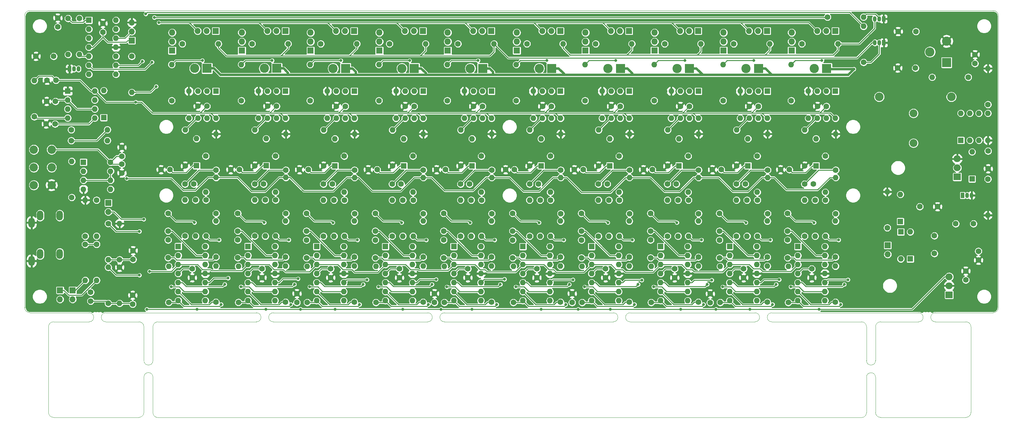
<source format=gbr>
G04 #@! TF.GenerationSoftware,KiCad,Pcbnew,(5.1.0)-1*
G04 #@! TF.CreationDate,2020-06-01T21:20:53-04:00*
G04 #@! TF.ProjectId,NixieAnalyzer,4e697869-6541-46e6-916c-797a65722e6b,rev?*
G04 #@! TF.SameCoordinates,Original*
G04 #@! TF.FileFunction,Copper,L2,Bot*
G04 #@! TF.FilePolarity,Positive*
%FSLAX46Y46*%
G04 Gerber Fmt 4.6, Leading zero omitted, Abs format (unit mm)*
G04 Created by KiCad (PCBNEW (5.1.0)-1) date 2020-06-01 21:20:53*
%MOMM*%
%LPD*%
G04 APERTURE LIST*
%ADD10C,0.120000*%
%ADD11R,1.600000X1.600000*%
%ADD12O,1.600000X1.600000*%
%ADD13C,1.600000*%
%ADD14R,2.600000X2.600000*%
%ADD15C,2.600000*%
%ADD16R,1.800000X1.800000*%
%ADD17O,1.800000X1.800000*%
%ADD18R,1.700000X1.700000*%
%ADD19O,1.700000X1.700000*%
%ADD20R,2.000000X1.905000*%
%ADD21O,2.000000X1.905000*%
%ADD22C,2.340000*%
%ADD23C,2.400000*%
%ADD24O,2.400000X2.400000*%
%ADD25O,1.050000X1.500000*%
%ADD26R,1.050000X1.500000*%
%ADD27C,2.200000*%
%ADD28O,1.800000X2.800000*%
%ADD29C,0.800000*%
%ADD30C,0.250000*%
%ADD31C,0.635000*%
%ADD32C,0.228600*%
G04 APERTURE END LIST*
D10*
X318452500Y-174053500D02*
G75*
G02X320992500Y-174053500I1270000J0D01*
G01*
X320992500Y-169354500D02*
G75*
G02X318452500Y-169354500I-1270000J0D01*
G01*
X337820000Y-158432500D02*
G75*
G02X337820000Y-155892500I0J1270000D01*
G01*
X333121000Y-155892500D02*
G75*
G02X333121000Y-158432500I0J-1270000D01*
G01*
X291782500Y-158432500D02*
G75*
G02X291782500Y-155892500I0J1270000D01*
G01*
X287083500Y-155892500D02*
G75*
G02X287083500Y-158432500I0J-1270000D01*
G01*
X247205500Y-155892500D02*
G75*
G02X247205500Y-158432500I0J-1270000D01*
G01*
X251904500Y-158432500D02*
G75*
G02X251904500Y-155892500I0J1270000D01*
G01*
X115062000Y-174034000D02*
G75*
G02X117602000Y-174034000I1270000J44000D01*
G01*
X117602000Y-169354500D02*
G75*
G02X115062000Y-169354500I-1270000J0D01*
G01*
X99651000Y-155892500D02*
G75*
G02X99651000Y-158432500I0J-1270000D01*
G01*
X104330500Y-158432500D02*
G75*
G02X104330500Y-155892500I0J1270000D01*
G01*
X151447500Y-158432500D02*
G75*
G02X151447500Y-155892500I0J1270000D01*
G01*
X146748500Y-155892500D02*
G75*
G02X146748500Y-158432500I0J-1270000D01*
G01*
X199644000Y-158432500D02*
G75*
G02X199644000Y-155892500I0J1270000D01*
G01*
X194964500Y-155892500D02*
G75*
G02X194964500Y-158432500I0J-1270000D01*
G01*
X81470500Y-72263000D02*
G75*
G02X82994500Y-70739000I1524000J0D01*
G01*
X354076000Y-70739000D02*
G75*
G02X355600000Y-72263000I0J-1524000D01*
G01*
X355600000Y-154368500D02*
G75*
G02X354076000Y-155892500I-1524000J0D01*
G01*
X82994500Y-155892500D02*
G75*
G02X81470500Y-154368500I0J1524000D01*
G01*
X337820000Y-158432500D02*
X346456000Y-158432500D01*
X333121000Y-158432500D02*
X322389500Y-158432500D01*
X331343000Y-155892500D02*
X333121000Y-155892500D01*
X320992500Y-169354500D02*
X320992500Y-161905500D01*
X320992500Y-183959500D02*
X320992500Y-174053500D01*
X318452500Y-174053500D02*
X318452500Y-184023000D01*
X318452500Y-159829500D02*
X318452500Y-169354500D01*
X291782500Y-158432500D02*
X317055500Y-158432500D01*
X251904500Y-158432500D02*
X287083500Y-158432500D01*
X199644000Y-158432500D02*
X247205500Y-158432500D01*
X151447500Y-158432500D02*
X194964500Y-158432500D01*
X118999000Y-158432500D02*
X146748500Y-158432500D01*
X117602000Y-169354500D02*
X117602000Y-159829500D01*
X117602000Y-184023000D02*
X117602000Y-174034000D01*
X115062000Y-174034000D02*
X115062000Y-183959500D01*
X115062000Y-159829500D02*
X115062000Y-169354500D01*
X104330500Y-158432500D02*
X113665000Y-158432500D01*
X99651000Y-158432500D02*
X89598500Y-158432500D01*
X337820000Y-155892500D02*
X354076000Y-155892500D01*
X291782500Y-155892500D02*
X331343000Y-155892500D01*
X251904500Y-155892500D02*
X287083500Y-155892500D01*
X199644000Y-155892500D02*
X247205500Y-155892500D01*
X151447500Y-155892500D02*
X194964500Y-155892500D01*
X104330500Y-155892500D02*
X146748500Y-155892500D01*
X82994500Y-155892500D02*
X99651000Y-155892500D01*
X81470500Y-72263000D02*
X81470500Y-154368500D01*
X354076000Y-70739000D02*
X82994500Y-70739000D01*
X355600000Y-154368500D02*
X355600000Y-72263000D01*
X322389500Y-185356500D02*
X346456000Y-185356500D01*
X322389500Y-185356500D02*
G75*
G02X320992500Y-183959500I0J1397000D01*
G01*
X347853000Y-183959500D02*
G75*
G02X346456000Y-185356500I-1397000J0D01*
G01*
X346456000Y-158432500D02*
G75*
G02X347853000Y-159829500I0J-1397000D01*
G01*
X347853000Y-159829500D02*
X347853000Y-183959500D01*
X320992500Y-161905500D02*
X320992500Y-159829500D01*
X320992500Y-159829500D02*
G75*
G02X322389500Y-158432500I1397000J0D01*
G01*
X88201500Y-159829500D02*
G75*
G02X89598500Y-158432500I1397000J0D01*
G01*
X89598500Y-185356500D02*
G75*
G02X88201500Y-183959500I0J1397000D01*
G01*
X115062000Y-183959500D02*
G75*
G02X113665000Y-185356500I-1397000J0D01*
G01*
X113665000Y-158432500D02*
G75*
G02X115062000Y-159829500I0J-1397000D01*
G01*
X88201500Y-161925000D02*
X88201500Y-159829500D01*
X89598500Y-185356500D02*
X113665000Y-185356500D01*
X88201500Y-161925000D02*
X88201500Y-183959500D01*
X317055500Y-158432500D02*
G75*
G02X318452500Y-159829500I0J-1397000D01*
G01*
X318452500Y-184023000D02*
G75*
G02X317055500Y-185420000I-1397000J0D01*
G01*
X118999000Y-185420000D02*
G75*
G02X117602000Y-184023000I0J1397000D01*
G01*
X117602000Y-159829500D02*
G75*
G02X118999000Y-158432500I1397000J0D01*
G01*
X118999000Y-185420000D02*
X123444000Y-185420000D01*
X123444000Y-185420000D02*
X317055500Y-185420000D01*
D11*
X124714000Y-137209530D03*
D12*
X132334000Y-152449530D03*
X124714000Y-139749530D03*
X132334000Y-149909530D03*
X124714000Y-142289530D03*
X132334000Y-147369530D03*
X124714000Y-144829530D03*
X132334000Y-144829530D03*
X124714000Y-147369530D03*
X132334000Y-142289530D03*
X124714000Y-149909530D03*
X132334000Y-139749530D03*
X124714000Y-152449530D03*
X132334000Y-137209530D03*
D11*
X348170500Y-118173500D03*
D12*
X348170500Y-110553500D03*
D11*
X344995500Y-107315000D03*
D12*
X352615500Y-99695000D03*
X347535500Y-107315000D03*
X350075500Y-99695000D03*
X350075500Y-107315000D03*
X347535500Y-99695000D03*
X352615500Y-107315000D03*
X344995500Y-99695000D03*
D11*
X98044000Y-113474500D03*
D12*
X105664000Y-121094500D03*
X98044000Y-116014500D03*
X105664000Y-118554500D03*
X98044000Y-118554500D03*
X105664000Y-116014500D03*
X98044000Y-121094500D03*
X105664000Y-113474500D03*
D13*
X112014000Y-138366500D03*
X112014000Y-140866500D03*
D14*
X307235000Y-87051530D03*
D15*
X303735000Y-87051530D03*
D14*
X288058000Y-87052530D03*
D15*
X284558000Y-87052530D03*
D14*
X268636000Y-87051530D03*
D15*
X265136000Y-87051530D03*
D14*
X249196000Y-87053530D03*
D15*
X245696000Y-87053530D03*
D14*
X229837500Y-87052530D03*
D15*
X226337500Y-87052530D03*
D14*
X210415500Y-87051530D03*
D15*
X206915500Y-87051530D03*
D14*
X191166000Y-87053530D03*
D15*
X187666000Y-87053530D03*
D14*
X171807500Y-87052530D03*
D15*
X168307500Y-87052530D03*
D14*
X152463500Y-87044530D03*
D15*
X148963500Y-87044530D03*
D14*
X132842000Y-87044530D03*
D15*
X129342000Y-87044530D03*
D11*
X309711500Y-93465030D03*
D12*
X302091500Y-101085030D03*
X307171500Y-93465030D03*
X304631500Y-101085030D03*
X304631500Y-93465030D03*
X307171500Y-101085030D03*
X302091500Y-93465030D03*
X309711500Y-101085030D03*
D11*
X299107000Y-137216530D03*
D12*
X306727000Y-152456530D03*
X299107000Y-139756530D03*
X306727000Y-149916530D03*
X299107000Y-142296530D03*
X306727000Y-147376530D03*
X299107000Y-144836530D03*
X306727000Y-144836530D03*
X299107000Y-147376530D03*
X306727000Y-142296530D03*
X299107000Y-149916530D03*
X306727000Y-139756530D03*
X299107000Y-152456530D03*
X306727000Y-137216530D03*
D11*
X290534500Y-93466030D03*
D12*
X282914500Y-101086030D03*
X287994500Y-93466030D03*
X285454500Y-101086030D03*
X285454500Y-93466030D03*
X287994500Y-101086030D03*
X282914500Y-93466030D03*
X290534500Y-101086030D03*
D11*
X279930000Y-137217530D03*
D12*
X287550000Y-152457530D03*
X279930000Y-139757530D03*
X287550000Y-149917530D03*
X279930000Y-142297530D03*
X287550000Y-147377530D03*
X279930000Y-144837530D03*
X287550000Y-144837530D03*
X279930000Y-147377530D03*
X287550000Y-142297530D03*
X279930000Y-149917530D03*
X287550000Y-139757530D03*
X279930000Y-152457530D03*
X287550000Y-137217530D03*
D11*
X271112500Y-93465030D03*
D12*
X263492500Y-101085030D03*
X268572500Y-93465030D03*
X266032500Y-101085030D03*
X266032500Y-93465030D03*
X268572500Y-101085030D03*
X263492500Y-93465030D03*
X271112500Y-101085030D03*
D11*
X260508000Y-137216530D03*
D12*
X268128000Y-152456530D03*
X260508000Y-139756530D03*
X268128000Y-149916530D03*
X260508000Y-142296530D03*
X268128000Y-147376530D03*
X260508000Y-144836530D03*
X268128000Y-144836530D03*
X260508000Y-147376530D03*
X268128000Y-142296530D03*
X260508000Y-149916530D03*
X268128000Y-139756530D03*
X260508000Y-152456530D03*
X268128000Y-137216530D03*
D11*
X251672500Y-93467030D03*
D12*
X244052500Y-101087030D03*
X249132500Y-93467030D03*
X246592500Y-101087030D03*
X246592500Y-93467030D03*
X249132500Y-101087030D03*
X244052500Y-93467030D03*
X251672500Y-101087030D03*
D11*
X241068000Y-137218530D03*
D12*
X248688000Y-152458530D03*
X241068000Y-139758530D03*
X248688000Y-149918530D03*
X241068000Y-142298530D03*
X248688000Y-147378530D03*
X241068000Y-144838530D03*
X248688000Y-144838530D03*
X241068000Y-147378530D03*
X248688000Y-142298530D03*
X241068000Y-149918530D03*
X248688000Y-139758530D03*
X241068000Y-152458530D03*
X248688000Y-137218530D03*
D11*
X232314000Y-93466030D03*
D12*
X224694000Y-101086030D03*
X229774000Y-93466030D03*
X227234000Y-101086030D03*
X227234000Y-93466030D03*
X229774000Y-101086030D03*
X224694000Y-93466030D03*
X232314000Y-101086030D03*
D11*
X221709500Y-137217530D03*
D12*
X229329500Y-152457530D03*
X221709500Y-139757530D03*
X229329500Y-149917530D03*
X221709500Y-142297530D03*
X229329500Y-147377530D03*
X221709500Y-144837530D03*
X229329500Y-144837530D03*
X221709500Y-147377530D03*
X229329500Y-142297530D03*
X221709500Y-149917530D03*
X229329500Y-139757530D03*
X221709500Y-152457530D03*
X229329500Y-137217530D03*
D11*
X212892000Y-93465030D03*
D12*
X205272000Y-101085030D03*
X210352000Y-93465030D03*
X207812000Y-101085030D03*
X207812000Y-93465030D03*
X210352000Y-101085030D03*
X205272000Y-93465030D03*
X212892000Y-101085030D03*
D11*
X202287500Y-137216530D03*
D12*
X209907500Y-152456530D03*
X202287500Y-139756530D03*
X209907500Y-149916530D03*
X202287500Y-142296530D03*
X209907500Y-147376530D03*
X202287500Y-144836530D03*
X209907500Y-144836530D03*
X202287500Y-147376530D03*
X209907500Y-142296530D03*
X202287500Y-149916530D03*
X209907500Y-139756530D03*
X202287500Y-152456530D03*
X209907500Y-137216530D03*
D11*
X193642500Y-93467030D03*
D12*
X186022500Y-101087030D03*
X191102500Y-93467030D03*
X188562500Y-101087030D03*
X188562500Y-93467030D03*
X191102500Y-101087030D03*
X186022500Y-93467030D03*
X193642500Y-101087030D03*
D11*
X183038000Y-137218530D03*
D12*
X190658000Y-152458530D03*
X183038000Y-139758530D03*
X190658000Y-149918530D03*
X183038000Y-142298530D03*
X190658000Y-147378530D03*
X183038000Y-144838530D03*
X190658000Y-144838530D03*
X183038000Y-147378530D03*
X190658000Y-142298530D03*
X183038000Y-149918530D03*
X190658000Y-139758530D03*
X183038000Y-152458530D03*
X190658000Y-137218530D03*
D11*
X174284000Y-93466030D03*
D12*
X166664000Y-101086030D03*
X171744000Y-93466030D03*
X169204000Y-101086030D03*
X169204000Y-93466030D03*
X171744000Y-101086030D03*
X166664000Y-93466030D03*
X174284000Y-101086030D03*
D11*
X163679500Y-137217530D03*
D12*
X171299500Y-152457530D03*
X163679500Y-139757530D03*
X171299500Y-149917530D03*
X163679500Y-142297530D03*
X171299500Y-147377530D03*
X163679500Y-144837530D03*
X171299500Y-144837530D03*
X163679500Y-147377530D03*
X171299500Y-142297530D03*
X163679500Y-149917530D03*
X171299500Y-139757530D03*
X163679500Y-152457530D03*
X171299500Y-137217530D03*
D11*
X154940000Y-93458030D03*
D12*
X147320000Y-101078030D03*
X152400000Y-93458030D03*
X149860000Y-101078030D03*
X149860000Y-93458030D03*
X152400000Y-101078030D03*
X147320000Y-93458030D03*
X154940000Y-101078030D03*
D11*
X144335500Y-137209530D03*
D12*
X151955500Y-152449530D03*
X144335500Y-139749530D03*
X151955500Y-149909530D03*
X144335500Y-142289530D03*
X151955500Y-147369530D03*
X144335500Y-144829530D03*
X151955500Y-144829530D03*
X144335500Y-147369530D03*
X151955500Y-142289530D03*
X144335500Y-149909530D03*
X151955500Y-139749530D03*
X144335500Y-152449530D03*
X151955500Y-137209530D03*
D11*
X135318500Y-93458030D03*
D12*
X127698500Y-101078030D03*
X132778500Y-93458030D03*
X130238500Y-101078030D03*
X130238500Y-93458030D03*
X132778500Y-101078030D03*
X127698500Y-93458030D03*
X135318500Y-101078030D03*
D13*
X300250000Y-80130030D03*
D12*
X310410000Y-80130030D03*
D13*
X297265500Y-96132030D03*
D12*
X297265500Y-85972030D03*
D13*
X309711500Y-140201030D03*
D12*
X309711500Y-130041030D03*
D13*
X301075500Y-114547030D03*
D12*
X301075500Y-104387030D03*
D13*
X296440000Y-152964530D03*
D12*
X296440000Y-142804530D03*
D13*
X309711500Y-152901030D03*
D12*
X309711500Y-142741030D03*
D13*
X303996500Y-124135530D03*
D12*
X303996500Y-134295530D03*
D13*
X306854000Y-111753030D03*
D12*
X306854000Y-121913030D03*
D13*
X306917500Y-124135530D03*
D12*
X306917500Y-134295530D03*
D13*
X309775000Y-115690030D03*
D12*
X309775000Y-105530030D03*
D13*
X309775000Y-127945530D03*
D12*
X309775000Y-117785530D03*
D13*
X301012000Y-134295530D03*
D12*
X301012000Y-124135530D03*
D13*
X281073000Y-80131030D03*
D12*
X291233000Y-80131030D03*
D13*
X278088500Y-96133030D03*
D12*
X278088500Y-85973030D03*
D13*
X290534500Y-140202030D03*
D12*
X290534500Y-130042030D03*
D13*
X281898500Y-114548030D03*
D12*
X281898500Y-104388030D03*
D13*
X277263000Y-152965530D03*
D12*
X277263000Y-142805530D03*
D13*
X290534500Y-152902030D03*
D12*
X290534500Y-142742030D03*
D13*
X284819500Y-124136530D03*
D12*
X284819500Y-134296530D03*
D13*
X287677000Y-111754030D03*
D12*
X287677000Y-121914030D03*
D13*
X287740500Y-124136530D03*
D12*
X287740500Y-134296530D03*
D13*
X290598000Y-115691030D03*
D12*
X290598000Y-105531030D03*
D13*
X290598000Y-127946530D03*
D12*
X290598000Y-117786530D03*
D13*
X281835000Y-134296530D03*
D12*
X281835000Y-124136530D03*
D13*
X261651000Y-80130030D03*
D12*
X271811000Y-80130030D03*
D13*
X258666500Y-96132030D03*
D12*
X258666500Y-85972030D03*
D13*
X271112500Y-140201030D03*
D12*
X271112500Y-130041030D03*
D13*
X262476500Y-114547030D03*
D12*
X262476500Y-104387030D03*
D13*
X257841000Y-152964530D03*
D12*
X257841000Y-142804530D03*
D13*
X271112500Y-152901030D03*
D12*
X271112500Y-142741030D03*
D13*
X265397500Y-124135530D03*
D12*
X265397500Y-134295530D03*
D13*
X268255000Y-111753030D03*
D12*
X268255000Y-121913030D03*
D13*
X268318500Y-124135530D03*
D12*
X268318500Y-134295530D03*
D13*
X271176000Y-115690030D03*
D12*
X271176000Y-105530030D03*
D13*
X271176000Y-127945530D03*
D12*
X271176000Y-117785530D03*
D13*
X262413000Y-134295530D03*
D12*
X262413000Y-124135530D03*
D13*
X242211000Y-80132030D03*
D12*
X252371000Y-80132030D03*
D13*
X239226500Y-96134030D03*
D12*
X239226500Y-85974030D03*
D13*
X251672500Y-140203030D03*
D12*
X251672500Y-130043030D03*
D13*
X243036500Y-114549030D03*
D12*
X243036500Y-104389030D03*
D13*
X238401000Y-152966530D03*
D12*
X238401000Y-142806530D03*
D13*
X251672500Y-152903030D03*
D12*
X251672500Y-142743030D03*
D13*
X245957500Y-124137530D03*
D12*
X245957500Y-134297530D03*
D13*
X248815000Y-111755030D03*
D12*
X248815000Y-121915030D03*
D13*
X248878500Y-124137530D03*
D12*
X248878500Y-134297530D03*
D13*
X251736000Y-115692030D03*
D12*
X251736000Y-105532030D03*
D13*
X251736000Y-127947530D03*
D12*
X251736000Y-117787530D03*
D13*
X242973000Y-134297530D03*
D12*
X242973000Y-124137530D03*
D13*
X222852500Y-80131030D03*
D12*
X233012500Y-80131030D03*
D13*
X219868000Y-96133030D03*
D12*
X219868000Y-85973030D03*
D13*
X232314000Y-140202030D03*
D12*
X232314000Y-130042030D03*
D13*
X223678000Y-114548030D03*
D12*
X223678000Y-104388030D03*
D13*
X219042500Y-152965530D03*
D12*
X219042500Y-142805530D03*
D13*
X232314000Y-152902030D03*
D12*
X232314000Y-142742030D03*
D13*
X226599000Y-124136530D03*
D12*
X226599000Y-134296530D03*
D13*
X229456500Y-111754030D03*
D12*
X229456500Y-121914030D03*
D13*
X229520000Y-124136530D03*
D12*
X229520000Y-134296530D03*
D13*
X232377500Y-115691030D03*
D12*
X232377500Y-105531030D03*
D13*
X232377500Y-127946530D03*
D12*
X232377500Y-117786530D03*
D13*
X223614500Y-134296530D03*
D12*
X223614500Y-124136530D03*
D13*
X203430500Y-80130030D03*
D12*
X213590500Y-80130030D03*
D13*
X200446000Y-96132030D03*
D12*
X200446000Y-85972030D03*
D13*
X212892000Y-140201030D03*
D12*
X212892000Y-130041030D03*
D13*
X204256000Y-114547030D03*
D12*
X204256000Y-104387030D03*
D13*
X199620500Y-152964530D03*
D12*
X199620500Y-142804530D03*
D13*
X212892000Y-152901030D03*
D12*
X212892000Y-142741030D03*
D13*
X207177000Y-124135530D03*
D12*
X207177000Y-134295530D03*
D13*
X210034500Y-111753030D03*
D12*
X210034500Y-121913030D03*
D13*
X210098000Y-124135530D03*
D12*
X210098000Y-134295530D03*
D13*
X212955500Y-115690030D03*
D12*
X212955500Y-105530030D03*
D13*
X212955500Y-127945530D03*
D12*
X212955500Y-117785530D03*
D13*
X204192500Y-134295530D03*
D12*
X204192500Y-124135530D03*
D13*
X184181000Y-80132030D03*
D12*
X194341000Y-80132030D03*
D13*
X181196500Y-96134030D03*
D12*
X181196500Y-85974030D03*
D13*
X193642500Y-140203030D03*
D12*
X193642500Y-130043030D03*
D13*
X185006500Y-114549030D03*
D12*
X185006500Y-104389030D03*
D13*
X180371000Y-152966530D03*
D12*
X180371000Y-142806530D03*
D13*
X193642500Y-152903030D03*
D12*
X193642500Y-142743030D03*
D13*
X187927500Y-124137530D03*
D12*
X187927500Y-134297530D03*
D13*
X190785000Y-111755030D03*
D12*
X190785000Y-121915030D03*
D13*
X190848500Y-124137530D03*
D12*
X190848500Y-134297530D03*
D13*
X193706000Y-115692030D03*
D12*
X193706000Y-105532030D03*
D13*
X193706000Y-127947530D03*
D12*
X193706000Y-117787530D03*
D13*
X184943000Y-134297530D03*
D12*
X184943000Y-124137530D03*
D13*
X164822500Y-80131030D03*
D12*
X174982500Y-80131030D03*
D13*
X161838000Y-96133030D03*
D12*
X161838000Y-85973030D03*
D13*
X174284000Y-140202030D03*
D12*
X174284000Y-130042030D03*
D13*
X165648000Y-114548030D03*
D12*
X165648000Y-104388030D03*
D13*
X161012500Y-152965530D03*
D12*
X161012500Y-142805530D03*
D13*
X174284000Y-152902030D03*
D12*
X174284000Y-142742030D03*
D13*
X168569000Y-124136530D03*
D12*
X168569000Y-134296530D03*
D13*
X171426500Y-111754030D03*
D12*
X171426500Y-121914030D03*
D13*
X171490000Y-124136530D03*
D12*
X171490000Y-134296530D03*
D13*
X174347500Y-115691030D03*
D12*
X174347500Y-105531030D03*
D13*
X174347500Y-127946530D03*
D12*
X174347500Y-117786530D03*
D13*
X165584500Y-134296530D03*
D12*
X165584500Y-124136530D03*
D13*
X145478500Y-80123030D03*
D12*
X155638500Y-80123030D03*
D13*
X142494000Y-96125030D03*
D12*
X142494000Y-85965030D03*
D13*
X154940000Y-140194030D03*
D12*
X154940000Y-130034030D03*
D13*
X146304000Y-114540030D03*
D12*
X146304000Y-104380030D03*
D13*
X141668500Y-152957530D03*
D12*
X141668500Y-142797530D03*
D13*
X154940000Y-152894030D03*
D12*
X154940000Y-142734030D03*
D13*
X149225000Y-124128530D03*
D12*
X149225000Y-134288530D03*
D13*
X152082500Y-111746030D03*
D12*
X152082500Y-121906030D03*
D13*
X152146000Y-124128530D03*
D12*
X152146000Y-134288530D03*
D13*
X155003500Y-115683030D03*
D12*
X155003500Y-105523030D03*
D13*
X155003500Y-127938530D03*
D12*
X155003500Y-117778530D03*
D13*
X146240500Y-134288530D03*
D12*
X146240500Y-124128530D03*
D13*
X125857000Y-80123030D03*
D12*
X136017000Y-80123030D03*
D13*
X122872500Y-96125030D03*
D12*
X122872500Y-85965030D03*
D13*
X126682500Y-114540030D03*
D12*
X126682500Y-104380030D03*
D13*
X132461000Y-111746030D03*
D12*
X132461000Y-121906030D03*
D13*
X135382000Y-115683030D03*
D12*
X135382000Y-105523030D03*
D16*
X297392500Y-82035030D03*
D17*
X297392500Y-79495030D03*
X297392500Y-76955030D03*
D16*
X278215500Y-82036030D03*
D17*
X278215500Y-79496030D03*
X278215500Y-76956030D03*
D16*
X258793500Y-82035030D03*
D17*
X258793500Y-79495030D03*
X258793500Y-76955030D03*
D16*
X239353500Y-82037030D03*
D17*
X239353500Y-79497030D03*
X239353500Y-76957030D03*
D16*
X219995000Y-82036030D03*
D17*
X219995000Y-79496030D03*
X219995000Y-76956030D03*
D16*
X200573000Y-82035030D03*
D17*
X200573000Y-79495030D03*
X200573000Y-76955030D03*
D16*
X181323500Y-82037030D03*
D17*
X181323500Y-79497030D03*
X181323500Y-76957030D03*
D16*
X161965000Y-82036030D03*
D17*
X161965000Y-79496030D03*
X161965000Y-76956030D03*
D16*
X142621000Y-82028030D03*
D17*
X142621000Y-79488030D03*
X142621000Y-76948030D03*
D16*
X122999500Y-82028030D03*
D17*
X122999500Y-79488030D03*
X122999500Y-76948030D03*
D18*
X309648000Y-76510530D03*
D19*
X307108000Y-76510530D03*
X304568000Y-76510530D03*
D18*
X290471000Y-76511530D03*
D19*
X287931000Y-76511530D03*
X285391000Y-76511530D03*
D18*
X271049000Y-76510530D03*
D19*
X268509000Y-76510530D03*
X265969000Y-76510530D03*
D18*
X251609000Y-76512530D03*
D19*
X249069000Y-76512530D03*
X246529000Y-76512530D03*
D18*
X232250500Y-76511530D03*
D19*
X229710500Y-76511530D03*
X227170500Y-76511530D03*
D18*
X212828500Y-76510530D03*
D19*
X210288500Y-76510530D03*
X207748500Y-76510530D03*
D18*
X193579000Y-76512530D03*
D19*
X191039000Y-76512530D03*
X188499000Y-76512530D03*
D18*
X174220500Y-76511530D03*
D19*
X171680500Y-76511530D03*
X169140500Y-76511530D03*
D18*
X154876500Y-76503530D03*
D19*
X152336500Y-76503530D03*
X149796500Y-76503530D03*
D18*
X135255000Y-76503530D03*
D19*
X132715000Y-76503530D03*
X130175000Y-76503530D03*
D11*
X304250500Y-114483530D03*
D12*
X304250500Y-106863530D03*
D11*
X285073500Y-114484530D03*
D12*
X285073500Y-106864530D03*
D11*
X265651500Y-114483530D03*
D12*
X265651500Y-106863530D03*
D11*
X246211500Y-114485530D03*
D12*
X246211500Y-106865530D03*
D11*
X226853000Y-114484530D03*
D12*
X226853000Y-106864530D03*
D11*
X207431000Y-114483530D03*
D12*
X207431000Y-106863530D03*
D11*
X188181500Y-114485530D03*
D12*
X188181500Y-106865530D03*
D11*
X168823000Y-114484530D03*
D12*
X168823000Y-106864530D03*
D11*
X149479000Y-114476530D03*
D12*
X149479000Y-106856530D03*
D11*
X129857500Y-114476530D03*
D12*
X129857500Y-106856530D03*
D13*
X296249500Y-127882030D03*
X296249500Y-132882030D03*
X296757500Y-115563030D03*
X294257500Y-115563030D03*
X296249500Y-140391530D03*
X296249500Y-135391530D03*
X304671500Y-97719530D03*
X307171500Y-97719530D03*
X301012000Y-119627030D03*
X303512000Y-119627030D03*
X303044000Y-143503030D03*
X303044000Y-146003030D03*
X277072500Y-127883030D03*
X277072500Y-132883030D03*
X277580500Y-115564030D03*
X275080500Y-115564030D03*
X277072500Y-140392530D03*
X277072500Y-135392530D03*
X285494500Y-97720530D03*
X287994500Y-97720530D03*
X281835000Y-119628030D03*
X284335000Y-119628030D03*
X283867000Y-143504030D03*
X283867000Y-146004030D03*
X257650500Y-127882030D03*
X257650500Y-132882030D03*
X258158500Y-115563030D03*
X255658500Y-115563030D03*
X257650500Y-140391530D03*
X257650500Y-135391530D03*
X266072500Y-97719530D03*
X268572500Y-97719530D03*
X262413000Y-119627030D03*
X264913000Y-119627030D03*
X264445000Y-143503030D03*
X264445000Y-146003030D03*
X238210500Y-127884030D03*
X238210500Y-132884030D03*
X238718500Y-115565030D03*
X236218500Y-115565030D03*
X238210500Y-140393530D03*
X238210500Y-135393530D03*
X246632500Y-97721530D03*
X249132500Y-97721530D03*
X242973000Y-119629030D03*
X245473000Y-119629030D03*
X245005000Y-143505030D03*
X245005000Y-146005030D03*
X218852000Y-127883030D03*
X218852000Y-132883030D03*
X219360000Y-115564030D03*
X216860000Y-115564030D03*
X218852000Y-140392530D03*
X218852000Y-135392530D03*
X227274000Y-97720530D03*
X229774000Y-97720530D03*
X223614500Y-119628030D03*
X226114500Y-119628030D03*
X225646500Y-143504030D03*
X225646500Y-146004030D03*
X199430000Y-127882030D03*
X199430000Y-132882030D03*
X199938000Y-115563030D03*
X197438000Y-115563030D03*
X199430000Y-140391530D03*
X199430000Y-135391530D03*
X207852000Y-97719530D03*
X210352000Y-97719530D03*
X204192500Y-119627030D03*
X206692500Y-119627030D03*
X206224500Y-143503030D03*
X206224500Y-146003030D03*
X180180500Y-127884030D03*
X180180500Y-132884030D03*
X180688500Y-115565030D03*
X178188500Y-115565030D03*
X180180500Y-140393530D03*
X180180500Y-135393530D03*
X188602500Y-97721530D03*
X191102500Y-97721530D03*
X184943000Y-119629030D03*
X187443000Y-119629030D03*
X186975000Y-143505030D03*
X186975000Y-146005030D03*
X160822000Y-127883030D03*
X160822000Y-132883030D03*
X161330000Y-115564030D03*
X158830000Y-115564030D03*
X160822000Y-140392530D03*
X160822000Y-135392530D03*
X169244000Y-97720530D03*
X171744000Y-97720530D03*
X165584500Y-119628030D03*
X168084500Y-119628030D03*
X167616500Y-143504030D03*
X167616500Y-146004030D03*
X141478000Y-127875030D03*
X141478000Y-132875030D03*
X141986000Y-115556030D03*
X139486000Y-115556030D03*
X141478000Y-140384530D03*
X141478000Y-135384530D03*
X149900000Y-97712530D03*
X152400000Y-97712530D03*
X146240500Y-119620030D03*
X148740500Y-119620030D03*
X148272500Y-143496030D03*
X148272500Y-145996030D03*
X122364500Y-115556030D03*
X119864500Y-115556030D03*
X130278500Y-97712530D03*
X132778500Y-97712530D03*
X126619000Y-119620030D03*
X129119000Y-119620030D03*
X196850000Y-152971500D03*
X196850000Y-150471500D03*
X235585000Y-152971500D03*
X235585000Y-150471500D03*
X158115000Y-152971500D03*
X158115000Y-150471500D03*
X274447000Y-153035000D03*
X274447000Y-150535000D03*
X111887000Y-150939500D03*
X111887000Y-153439500D03*
X100076000Y-152590500D03*
X100076000Y-150090500D03*
X89662000Y-83629500D03*
X84662000Y-83629500D03*
X333438500Y-125984000D03*
X338438500Y-125984000D03*
X332232000Y-86931500D03*
X327232000Y-86931500D03*
X332359000Y-76644500D03*
X327359000Y-76644500D03*
D18*
X324421500Y-136906000D03*
D19*
X324421500Y-139446000D03*
D11*
X93599000Y-93408500D03*
D12*
X101219000Y-101028500D03*
X93599000Y-95948500D03*
X101219000Y-98488500D03*
X93599000Y-98488500D03*
X101219000Y-95948500D03*
X93599000Y-101028500D03*
X101219000Y-93408500D03*
D11*
X99568000Y-73469500D03*
D12*
X107188000Y-88709500D03*
X99568000Y-76009500D03*
X107188000Y-86169500D03*
X99568000Y-78549500D03*
X107188000Y-83629500D03*
X99568000Y-81089500D03*
X107188000Y-81089500D03*
X99568000Y-83629500D03*
X107188000Y-78549500D03*
X99568000Y-86169500D03*
X107188000Y-76009500D03*
X99568000Y-88709500D03*
X107188000Y-73469500D03*
D20*
X341693500Y-150812500D03*
D21*
X341693500Y-148272500D03*
X341693500Y-145732500D03*
D18*
X111633000Y-79184500D03*
D19*
X111633000Y-76644500D03*
X111633000Y-74104500D03*
D22*
X84074000Y-119918500D03*
X84074000Y-114918500D03*
X84074000Y-109918500D03*
X89074000Y-119918500D03*
X89074000Y-114918500D03*
X89074000Y-109918500D03*
D12*
X317627000Y-72580500D03*
D13*
X307467000Y-72580500D03*
X317627000Y-85344000D03*
D12*
X317627000Y-75184000D03*
D13*
X111633000Y-83629500D03*
D12*
X111633000Y-93789500D03*
D13*
X94615000Y-107378500D03*
D12*
X104775000Y-107378500D03*
D13*
X94615000Y-104330500D03*
D12*
X104775000Y-104330500D03*
X96901000Y-83121500D03*
D13*
X96901000Y-72961500D03*
X84201000Y-100647500D03*
D12*
X84201000Y-90487500D03*
D13*
X93726000Y-72961500D03*
D12*
X93726000Y-83121500D03*
D13*
X135318500Y-140194030D03*
D12*
X135318500Y-130034030D03*
D13*
X122047000Y-152957530D03*
D12*
X122047000Y-142797530D03*
D13*
X135318500Y-152894030D03*
D12*
X135318500Y-142734030D03*
D13*
X129603500Y-124128530D03*
D12*
X129603500Y-134288530D03*
D13*
X132524500Y-124128530D03*
D12*
X132524500Y-134288530D03*
D13*
X135382000Y-127938530D03*
D12*
X135382000Y-117778530D03*
D13*
X126619000Y-134288530D03*
D12*
X126619000Y-124128530D03*
D13*
X324294500Y-131953000D03*
D12*
X324294500Y-121793000D03*
D13*
X352615500Y-97218500D03*
D12*
X352615500Y-87058500D03*
D13*
X347091000Y-89535000D03*
D12*
X336931000Y-89535000D03*
D13*
X352615500Y-118237000D03*
D12*
X352615500Y-128397000D03*
D23*
X342328500Y-95059500D03*
D24*
X322008500Y-95059500D03*
D13*
X94742000Y-123380500D03*
D12*
X94742000Y-113220500D03*
D13*
X108204000Y-140906500D03*
D12*
X108204000Y-130746500D03*
D13*
X105029000Y-130746500D03*
D12*
X105029000Y-140906500D03*
D13*
X101727000Y-124142500D03*
D12*
X101727000Y-134302500D03*
D13*
X108204000Y-143065500D03*
D12*
X108204000Y-153225500D03*
D13*
X105029000Y-153225500D03*
D12*
X105029000Y-143065500D03*
D13*
X98552000Y-134302500D03*
D12*
X98552000Y-124142500D03*
D13*
X98552000Y-136588500D03*
D12*
X98552000Y-146748500D03*
D13*
X101727000Y-136588500D03*
D12*
X101727000Y-146748500D03*
D25*
X322008500Y-73088500D03*
X320738500Y-73088500D03*
D26*
X323278500Y-73088500D03*
D25*
X322072000Y-79819500D03*
X320802000Y-79819500D03*
D26*
X323342000Y-79819500D03*
X94107000Y-87185500D03*
D25*
X96647000Y-87185500D03*
X95377000Y-87185500D03*
D20*
X343979500Y-117602000D03*
D21*
X343979500Y-115062000D03*
X343979500Y-112522000D03*
D25*
X346773500Y-122809000D03*
X348043500Y-122809000D03*
D26*
X345503500Y-122809000D03*
D27*
X331660500Y-99695000D03*
X331660500Y-108095000D03*
D14*
X340995000Y-85407500D03*
D15*
X340995000Y-79407500D03*
X336295000Y-82407500D03*
D18*
X105029000Y-124904500D03*
D19*
X105029000Y-127444500D03*
D28*
X83439000Y-130492500D03*
X85839000Y-128492500D03*
X91339000Y-128492500D03*
D19*
X91440000Y-152082500D03*
D18*
X91440000Y-149542500D03*
X94996000Y-149542500D03*
D19*
X94996000Y-152082500D03*
D28*
X83439000Y-141287500D03*
X85839000Y-139287500D03*
X91339000Y-139287500D03*
D11*
X103759000Y-100901500D03*
D12*
X103759000Y-93281500D03*
D11*
X328104500Y-133096000D03*
D12*
X328104500Y-140716000D03*
D11*
X330771500Y-140716000D03*
D12*
X330771500Y-133096000D03*
D11*
X327977500Y-130175000D03*
D12*
X327977500Y-122555000D03*
D13*
X90805000Y-72834500D03*
X90805000Y-75334500D03*
X90170000Y-96329500D03*
X87670000Y-96329500D03*
X103505000Y-76858500D03*
X103505000Y-74358500D03*
X90043000Y-102679500D03*
X87543000Y-102679500D03*
X90297000Y-90360500D03*
X87797000Y-90360500D03*
X121856500Y-127875030D03*
X121856500Y-132875030D03*
X121856500Y-140384530D03*
X121856500Y-135384530D03*
X128651000Y-143496030D03*
X128651000Y-145996030D03*
X348551500Y-130810000D03*
X343551500Y-130810000D03*
X337566000Y-139192000D03*
X337566000Y-134192000D03*
X348996000Y-85661500D03*
X348996000Y-83161500D03*
X346392500Y-146621500D03*
X346392500Y-144121500D03*
X349948500Y-138557000D03*
X349948500Y-141057000D03*
X352679000Y-110299500D03*
X352679000Y-115299500D03*
X108839000Y-116522500D03*
X108839000Y-114022500D03*
X108839000Y-109283500D03*
X108839000Y-111783500D03*
D29*
X305117500Y-154876500D03*
X285623000Y-154876500D03*
X266128500Y-154876500D03*
X246316500Y-154876500D03*
X226885500Y-154876500D03*
X207391000Y-154876500D03*
X187960000Y-154876500D03*
X168846500Y-154876500D03*
X149415500Y-154876500D03*
X130048000Y-154876500D03*
X159131000Y-154876500D03*
X198691500Y-154876500D03*
X237299500Y-154876500D03*
X276098000Y-154876500D03*
X115887500Y-154876500D03*
X113792000Y-145288000D03*
X113792000Y-132969000D03*
X112758001Y-96537999D03*
X122745500Y-148576030D03*
X129286000Y-130478530D03*
X142367000Y-148576030D03*
X142367000Y-148576030D03*
X148907500Y-130478530D03*
X148907500Y-130478530D03*
X187610000Y-130487530D03*
X187610000Y-130487530D03*
X206859500Y-130485530D03*
X206859500Y-130485530D03*
X245640000Y-130487530D03*
X245640000Y-130487530D03*
X114998500Y-129540000D03*
X116649500Y-144208500D03*
X314896500Y-87249000D03*
X110236000Y-118046500D03*
X138747500Y-146113500D03*
X158432500Y-146304000D03*
X177843969Y-146577531D03*
X197294500Y-146494500D03*
X216535000Y-146431000D03*
X235819469Y-146577531D03*
X255206500Y-146685000D03*
X274891500Y-146685000D03*
X293878000Y-146558000D03*
X313226969Y-146576531D03*
X157416500Y-147877530D03*
X157416500Y-147877530D03*
X215368500Y-147884530D03*
X215368500Y-147884530D03*
X136207500Y-135368030D03*
X155829000Y-135368030D03*
X155829000Y-135368030D03*
X175173000Y-135376030D03*
X175173000Y-135376030D03*
X161711000Y-148584030D03*
X161711000Y-148584030D03*
X168251500Y-130486530D03*
X168251500Y-130486530D03*
X194531500Y-135377030D03*
X194531500Y-135377030D03*
X181069500Y-148585030D03*
X181069500Y-148585030D03*
X213781000Y-135375030D03*
X213781000Y-135375030D03*
X200319000Y-148583030D03*
X200319000Y-148583030D03*
X233203000Y-135376030D03*
X233203000Y-135376030D03*
X219741000Y-148584030D03*
X219741000Y-148584030D03*
X226281500Y-130486530D03*
X226281500Y-130486530D03*
X252561500Y-135377030D03*
X252561500Y-135377030D03*
X239099500Y-148585030D03*
X239099500Y-148585030D03*
X272001500Y-135375030D03*
X272001500Y-135375030D03*
X258539500Y-148583030D03*
X258539500Y-148583030D03*
X265080000Y-130485530D03*
X265080000Y-130485530D03*
X291423500Y-135376030D03*
X291423500Y-135376030D03*
X277961500Y-148584030D03*
X277961500Y-148584030D03*
X284502000Y-130486530D03*
X284502000Y-130486530D03*
X310600500Y-135375030D03*
X310600500Y-135375030D03*
X297138500Y-148583030D03*
X297138500Y-148583030D03*
X303679000Y-130485530D03*
X303679000Y-130485530D03*
X118491000Y-92138500D03*
X119253000Y-74168000D03*
X131508500Y-84822030D03*
X151130000Y-84822030D03*
X151130000Y-84822030D03*
X170474000Y-84830030D03*
X170474000Y-84830030D03*
X189832500Y-84831030D03*
X189832500Y-84831030D03*
X209082000Y-84829030D03*
X209082000Y-84829030D03*
X228504000Y-84830030D03*
X228504000Y-84830030D03*
X247862500Y-84831030D03*
X247862500Y-84831030D03*
X267302500Y-84829030D03*
X267302500Y-84829030D03*
X286724500Y-84830030D03*
X286724500Y-84830030D03*
X305901500Y-84829030D03*
X305901500Y-84829030D03*
X137795000Y-147877530D03*
X136779000Y-153529030D03*
X114617500Y-85026500D03*
X115570000Y-71691500D03*
X117348000Y-85280500D03*
X117983000Y-72707500D03*
X156400500Y-153529030D03*
X156400500Y-153529030D03*
X176760500Y-147885530D03*
X176760500Y-147885530D03*
X175744500Y-153537030D03*
X175744500Y-153537030D03*
X196119000Y-147886530D03*
X196119000Y-147886530D03*
X195103000Y-153538030D03*
X195103000Y-153538030D03*
X214352500Y-153536030D03*
X214352500Y-153536030D03*
X234790500Y-147885530D03*
X234790500Y-147885530D03*
X233774500Y-153537030D03*
X233774500Y-153537030D03*
X254149000Y-147886530D03*
X254149000Y-147886530D03*
X253133000Y-153538030D03*
X253133000Y-153538030D03*
X273589000Y-147884530D03*
X273589000Y-147884530D03*
X272573000Y-153536030D03*
X272573000Y-153536030D03*
X293011000Y-147885530D03*
X293011000Y-147885530D03*
X291995000Y-153537030D03*
X291995000Y-153537030D03*
X312188000Y-147884530D03*
X312188000Y-147884530D03*
X311172000Y-153536030D03*
X311172000Y-153536030D03*
D30*
X103505000Y-77989870D02*
X103505000Y-76858500D01*
X103505000Y-78283870D02*
X103505000Y-77989870D01*
X100699370Y-81089500D02*
X103505000Y-78283870D01*
X99568000Y-81089500D02*
X100699370Y-81089500D01*
X104895631Y-79674501D02*
X103505000Y-78283870D01*
X110042999Y-79674501D02*
X104895631Y-79674501D01*
X110533000Y-79184500D02*
X110042999Y-79674501D01*
X111633000Y-79184500D02*
X110533000Y-79184500D01*
X91428370Y-90360500D02*
X90297000Y-90360500D01*
X97039630Y-90360500D02*
X91428370Y-90360500D01*
X100087630Y-93408500D02*
X97039630Y-90360500D01*
X101219000Y-93408500D02*
X100087630Y-93408500D01*
X85000999Y-89687501D02*
X84201000Y-90487500D01*
X85453001Y-89235499D02*
X85000999Y-89687501D01*
X89171999Y-89235499D02*
X85453001Y-89235499D01*
X90297000Y-90360500D02*
X89171999Y-89235499D01*
X107355000Y-111783500D02*
X108839000Y-111783500D01*
X105664000Y-113474500D02*
X107355000Y-111783500D01*
X106212000Y-114022500D02*
X105664000Y-113474500D01*
X108839000Y-114022500D02*
X106212000Y-114022500D01*
X124714000Y-144829530D02*
X126047500Y-143496030D01*
X127519630Y-143496030D02*
X127698500Y-143496030D01*
X128651000Y-143496030D02*
X127519630Y-143496030D01*
X126047500Y-143496030D02*
X127698500Y-143496030D01*
X127698500Y-143496030D02*
X128333500Y-143496030D01*
X144335500Y-144829530D02*
X145669000Y-143496030D01*
X147141130Y-143496030D02*
X147320000Y-143496030D01*
X148272500Y-143496030D02*
X147141130Y-143496030D01*
X145669000Y-143496030D02*
X147320000Y-143496030D01*
X147320000Y-143496030D02*
X147955000Y-143496030D01*
X163679500Y-144837530D02*
X165013000Y-143504030D01*
X166485130Y-143504030D02*
X166664000Y-143504030D01*
X167616500Y-143504030D02*
X166485130Y-143504030D01*
X165013000Y-143504030D02*
X166664000Y-143504030D01*
X166664000Y-143504030D02*
X167299000Y-143504030D01*
X183038000Y-144838530D02*
X184371500Y-143505030D01*
X185843630Y-143505030D02*
X186022500Y-143505030D01*
X186975000Y-143505030D02*
X185843630Y-143505030D01*
X184371500Y-143505030D02*
X186022500Y-143505030D01*
X186022500Y-143505030D02*
X186657500Y-143505030D01*
X202287500Y-144836530D02*
X203621000Y-143503030D01*
X205093130Y-143503030D02*
X205272000Y-143503030D01*
X206224500Y-143503030D02*
X205093130Y-143503030D01*
X203621000Y-143503030D02*
X205272000Y-143503030D01*
X205272000Y-143503030D02*
X205907000Y-143503030D01*
X221709500Y-144837530D02*
X223043000Y-143504030D01*
X224515130Y-143504030D02*
X224694000Y-143504030D01*
X225646500Y-143504030D02*
X224515130Y-143504030D01*
X223043000Y-143504030D02*
X224694000Y-143504030D01*
X224694000Y-143504030D02*
X225329000Y-143504030D01*
X241068000Y-144838530D02*
X242401500Y-143505030D01*
X243873630Y-143505030D02*
X244052500Y-143505030D01*
X245005000Y-143505030D02*
X243873630Y-143505030D01*
X242401500Y-143505030D02*
X244052500Y-143505030D01*
X244052500Y-143505030D02*
X244687500Y-143505030D01*
X260508000Y-144836530D02*
X261841500Y-143503030D01*
X263313630Y-143503030D02*
X263492500Y-143503030D01*
X264445000Y-143503030D02*
X263313630Y-143503030D01*
X261841500Y-143503030D02*
X263492500Y-143503030D01*
X263492500Y-143503030D02*
X264127500Y-143503030D01*
X279930000Y-144837530D02*
X281263500Y-143504030D01*
X282735630Y-143504030D02*
X282914500Y-143504030D01*
X283867000Y-143504030D02*
X282735630Y-143504030D01*
X281263500Y-143504030D02*
X282914500Y-143504030D01*
X282914500Y-143504030D02*
X283549500Y-143504030D01*
X299107000Y-144836530D02*
X300440500Y-143503030D01*
X301912630Y-143503030D02*
X302091500Y-143503030D01*
X303044000Y-143503030D02*
X301912630Y-143503030D01*
X300440500Y-143503030D02*
X302091500Y-143503030D01*
X302091500Y-143503030D02*
X302726500Y-143503030D01*
X144335500Y-144829530D02*
X145669000Y-143496030D01*
X147141130Y-143496030D02*
X147320000Y-143496030D01*
X148272500Y-143496030D02*
X147141130Y-143496030D01*
X145669000Y-143496030D02*
X147320000Y-143496030D01*
X147320000Y-143496030D02*
X147955000Y-143496030D01*
X163679500Y-144837530D02*
X165013000Y-143504030D01*
X166485130Y-143504030D02*
X166664000Y-143504030D01*
X167616500Y-143504030D02*
X166485130Y-143504030D01*
X165013000Y-143504030D02*
X166664000Y-143504030D01*
X166664000Y-143504030D02*
X167299000Y-143504030D01*
X183038000Y-144838530D02*
X184371500Y-143505030D01*
X185843630Y-143505030D02*
X186022500Y-143505030D01*
X186975000Y-143505030D02*
X185843630Y-143505030D01*
X184371500Y-143505030D02*
X186022500Y-143505030D01*
X186022500Y-143505030D02*
X186657500Y-143505030D01*
X202287500Y-144836530D02*
X203621000Y-143503030D01*
X205093130Y-143503030D02*
X205272000Y-143503030D01*
X206224500Y-143503030D02*
X205093130Y-143503030D01*
X203621000Y-143503030D02*
X205272000Y-143503030D01*
X205272000Y-143503030D02*
X205907000Y-143503030D01*
X221709500Y-144837530D02*
X223043000Y-143504030D01*
X224515130Y-143504030D02*
X224694000Y-143504030D01*
X225646500Y-143504030D02*
X224515130Y-143504030D01*
X223043000Y-143504030D02*
X224694000Y-143504030D01*
X224694000Y-143504030D02*
X225329000Y-143504030D01*
X241068000Y-144838530D02*
X242401500Y-143505030D01*
X243873630Y-143505030D02*
X244052500Y-143505030D01*
X245005000Y-143505030D02*
X243873630Y-143505030D01*
X242401500Y-143505030D02*
X244052500Y-143505030D01*
X244052500Y-143505030D02*
X244687500Y-143505030D01*
X260508000Y-144836530D02*
X261841500Y-143503030D01*
X263313630Y-143503030D02*
X263492500Y-143503030D01*
X264445000Y-143503030D02*
X263313630Y-143503030D01*
X261841500Y-143503030D02*
X263492500Y-143503030D01*
X263492500Y-143503030D02*
X264127500Y-143503030D01*
X279930000Y-144837530D02*
X281263500Y-143504030D01*
X282735630Y-143504030D02*
X282914500Y-143504030D01*
X283867000Y-143504030D02*
X282735630Y-143504030D01*
X281263500Y-143504030D02*
X282914500Y-143504030D01*
X282914500Y-143504030D02*
X283549500Y-143504030D01*
X299107000Y-144836530D02*
X300440500Y-143503030D01*
X301912630Y-143503030D02*
X302091500Y-143503030D01*
X303044000Y-143503030D02*
X301912630Y-143503030D01*
X300440500Y-143503030D02*
X302091500Y-143503030D01*
X302091500Y-143503030D02*
X302726500Y-143503030D01*
X341693500Y-145732500D02*
X341646000Y-145732500D01*
X340443500Y-145732500D02*
X331299500Y-154876500D01*
X341693500Y-145732500D02*
X340443500Y-145732500D01*
X331299500Y-154876500D02*
X308800500Y-154876500D01*
X308800500Y-154876500D02*
X305117500Y-154876500D01*
X305117500Y-154876500D02*
X285623000Y-154876500D01*
X285623000Y-154876500D02*
X276098000Y-154876500D01*
X266128500Y-154876500D02*
X246316500Y-154876500D01*
X246316500Y-154876500D02*
X237299500Y-154876500D01*
X226885500Y-154876500D02*
X207391000Y-154876500D01*
X207391000Y-154876500D02*
X198691500Y-154876500D01*
X187960000Y-154876500D02*
X168846500Y-154876500D01*
X168846500Y-154876500D02*
X159131000Y-154876500D01*
X149415500Y-154876500D02*
X130048000Y-154876500D01*
X130048000Y-154876500D02*
X115887500Y-154876500D01*
X159131000Y-154876500D02*
X149415500Y-154876500D01*
X198691500Y-154876500D02*
X187960000Y-154876500D01*
X237299500Y-154876500D02*
X226885500Y-154876500D01*
X276098000Y-154876500D02*
X266128500Y-154876500D01*
X115887500Y-154876500D02*
X115887500Y-154876500D01*
X107251500Y-145288000D02*
X105029000Y-143065500D01*
X113792000Y-145288000D02*
X107251500Y-145288000D01*
X107251500Y-132969000D02*
X105029000Y-130746500D01*
X113792000Y-132969000D02*
X107251500Y-132969000D01*
X102108000Y-109918500D02*
X89074000Y-109918500D01*
X105664000Y-113474500D02*
X102108000Y-109918500D01*
X104348499Y-96537999D02*
X101219000Y-93408500D01*
X112758001Y-96537999D02*
X104348499Y-96537999D01*
X112758001Y-96537999D02*
X114381499Y-96537999D01*
X114381499Y-96537999D02*
X117475000Y-99631500D01*
X130859530Y-99631500D02*
X132778500Y-97712530D01*
X117475000Y-99631500D02*
X130859530Y-99631500D01*
X133871970Y-99631500D02*
X135318500Y-101078030D01*
X130859530Y-99631500D02*
X133871970Y-99631500D01*
X150481030Y-99631500D02*
X152400000Y-97712530D01*
X133871970Y-99631500D02*
X150481030Y-99631500D01*
X153493470Y-99631500D02*
X154940000Y-101078030D01*
X150481030Y-99631500D02*
X153493470Y-99631500D01*
X169833030Y-99631500D02*
X171744000Y-97720530D01*
X153493470Y-99631500D02*
X169833030Y-99631500D01*
X189192530Y-99631500D02*
X191102500Y-97721530D01*
X208440030Y-99631500D02*
X210352000Y-97719530D01*
X227863030Y-99631500D02*
X229774000Y-97720530D01*
X247222530Y-99631500D02*
X249132500Y-97721530D01*
X266660530Y-99631500D02*
X268572500Y-97719530D01*
X286083530Y-99631500D02*
X287994500Y-97720530D01*
X305259530Y-99631500D02*
X307171500Y-97719530D01*
X308257970Y-99631500D02*
X309711500Y-101085030D01*
X305259530Y-99631500D02*
X308257970Y-99631500D01*
X289115500Y-99667030D02*
X290534500Y-101086030D01*
X289115500Y-99631500D02*
X289115500Y-99667030D01*
X289115500Y-99631500D02*
X305259530Y-99631500D01*
X286083530Y-99631500D02*
X289115500Y-99631500D01*
X269658970Y-99631500D02*
X268605000Y-99631500D01*
X271112500Y-101085030D02*
X269658970Y-99631500D01*
X266660530Y-99631500D02*
X268605000Y-99631500D01*
X268605000Y-99631500D02*
X286083530Y-99631500D01*
X250216970Y-99631500D02*
X251672500Y-101087030D01*
X249110500Y-99631500D02*
X250216970Y-99631500D01*
X249110500Y-99631500D02*
X266660530Y-99631500D01*
X247222530Y-99631500D02*
X249110500Y-99631500D01*
X230859470Y-99631500D02*
X232314000Y-101086030D01*
X230251000Y-99631500D02*
X230859470Y-99631500D01*
X230251000Y-99631500D02*
X247222530Y-99631500D01*
X227863030Y-99631500D02*
X230251000Y-99631500D01*
X211438470Y-99631500D02*
X212892000Y-101085030D01*
X211264500Y-99631500D02*
X211438470Y-99631500D01*
X211264500Y-99631500D02*
X227863030Y-99631500D01*
X208440030Y-99631500D02*
X211264500Y-99631500D01*
X192186970Y-99631500D02*
X193642500Y-101087030D01*
X191770000Y-99631500D02*
X192186970Y-99631500D01*
X191770000Y-99631500D02*
X208440030Y-99631500D01*
X189192530Y-99631500D02*
X191770000Y-99631500D01*
X172829470Y-99631500D02*
X174284000Y-101086030D01*
X172783500Y-99631500D02*
X172829470Y-99631500D01*
X172783500Y-99631500D02*
X189192530Y-99631500D01*
X169833030Y-99631500D02*
X172783500Y-99631500D01*
X126379002Y-149909530D02*
X125045502Y-148576030D01*
X132334000Y-149909530D02*
X126379002Y-149909530D01*
X125045502Y-148576030D02*
X122745500Y-148576030D01*
X122745500Y-148576030D02*
X122745500Y-148576030D01*
X131202630Y-139749530D02*
X132334000Y-139749530D01*
X129862370Y-139749530D02*
X131202630Y-139749530D01*
X122987870Y-132875030D02*
X129862370Y-139749530D01*
X121856500Y-132875030D02*
X122987870Y-132875030D01*
X121856500Y-127875030D02*
X124015500Y-130034030D01*
X124015500Y-130034030D02*
X128841500Y-130034030D01*
X128841500Y-130034030D02*
X129286000Y-130478530D01*
X129286000Y-130478530D02*
X129286000Y-130478530D01*
X99683370Y-136588500D02*
X101727000Y-136588500D01*
X98552000Y-136588500D02*
X99683370Y-136588500D01*
X146000502Y-149909530D02*
X144667002Y-148576030D01*
X151955500Y-149909530D02*
X146000502Y-149909530D01*
X144667002Y-148576030D02*
X142367000Y-148576030D01*
X142367000Y-148576030D02*
X142367000Y-148576030D01*
X146000502Y-149909530D02*
X144667002Y-148576030D01*
X151955500Y-149909530D02*
X146000502Y-149909530D01*
X144667002Y-148576030D02*
X142367000Y-148576030D01*
X142367000Y-148576030D02*
X142367000Y-148576030D01*
X150824130Y-139749530D02*
X151955500Y-139749530D01*
X149483870Y-139749530D02*
X150824130Y-139749530D01*
X142609370Y-132875030D02*
X149483870Y-139749530D01*
X141478000Y-132875030D02*
X142609370Y-132875030D01*
X150824130Y-139749530D02*
X151955500Y-139749530D01*
X149483870Y-139749530D02*
X150824130Y-139749530D01*
X142609370Y-132875030D02*
X149483870Y-139749530D01*
X141478000Y-132875030D02*
X142609370Y-132875030D01*
X141478000Y-127875030D02*
X143637000Y-130034030D01*
X143637000Y-130034030D02*
X148463000Y-130034030D01*
X148463000Y-130034030D02*
X148907500Y-130478530D01*
X148907500Y-130478530D02*
X148907500Y-130478530D01*
X141478000Y-127875030D02*
X143637000Y-130034030D01*
X143637000Y-130034030D02*
X148463000Y-130034030D01*
X148463000Y-130034030D02*
X148907500Y-130478530D01*
X148907500Y-130478530D02*
X148907500Y-130478530D01*
X169521500Y-115691030D02*
X174347500Y-115691030D01*
X165584500Y-119628030D02*
X169521500Y-115691030D01*
X169521500Y-115691030D02*
X174347500Y-115691030D01*
X165584500Y-119628030D02*
X169521500Y-115691030D01*
X170168130Y-139757530D02*
X171299500Y-139757530D01*
X168827870Y-139757530D02*
X170168130Y-139757530D01*
X161953370Y-132883030D02*
X168827870Y-139757530D01*
X160822000Y-132883030D02*
X161953370Y-132883030D01*
X170168130Y-139757530D02*
X171299500Y-139757530D01*
X168827870Y-139757530D02*
X170168130Y-139757530D01*
X161953370Y-132883030D02*
X168827870Y-139757530D01*
X160822000Y-132883030D02*
X161953370Y-132883030D01*
X188880000Y-115692030D02*
X193706000Y-115692030D01*
X184943000Y-119629030D02*
X188880000Y-115692030D01*
X188880000Y-115692030D02*
X193706000Y-115692030D01*
X184943000Y-119629030D02*
X188880000Y-115692030D01*
X181488499Y-116365029D02*
X180688500Y-115565030D01*
X185252001Y-116365029D02*
X181488499Y-116365029D01*
X187131500Y-114485530D02*
X185252001Y-116365029D01*
X188181500Y-114485530D02*
X187131500Y-114485530D01*
X188308500Y-101087030D02*
X188562500Y-101087030D01*
X185006500Y-104389030D02*
X188308500Y-101087030D01*
X181488499Y-116365029D02*
X180688500Y-115565030D01*
X185252001Y-116365029D02*
X181488499Y-116365029D01*
X187131500Y-114485530D02*
X185252001Y-116365029D01*
X188181500Y-114485530D02*
X187131500Y-114485530D01*
X188308500Y-101087030D02*
X188562500Y-101087030D01*
X185006500Y-104389030D02*
X188308500Y-101087030D01*
X180180500Y-127884030D02*
X182339500Y-130043030D01*
X182339500Y-130043030D02*
X187165500Y-130043030D01*
X187165500Y-130043030D02*
X187610000Y-130487530D01*
X187610000Y-130487530D02*
X187610000Y-130487530D01*
X180180500Y-127884030D02*
X182339500Y-130043030D01*
X182339500Y-130043030D02*
X187165500Y-130043030D01*
X187165500Y-130043030D02*
X187610000Y-130487530D01*
X187610000Y-130487530D02*
X187610000Y-130487530D01*
X208129500Y-115690030D02*
X212955500Y-115690030D01*
X204192500Y-119627030D02*
X208129500Y-115690030D01*
X208129500Y-115690030D02*
X212955500Y-115690030D01*
X204192500Y-119627030D02*
X208129500Y-115690030D01*
X200737999Y-116363029D02*
X199938000Y-115563030D01*
X204501501Y-116363029D02*
X200737999Y-116363029D01*
X206381000Y-114483530D02*
X204501501Y-116363029D01*
X207431000Y-114483530D02*
X206381000Y-114483530D01*
X207558000Y-101085030D02*
X207812000Y-101085030D01*
X204256000Y-104387030D02*
X207558000Y-101085030D01*
X200737999Y-116363029D02*
X199938000Y-115563030D01*
X204501501Y-116363029D02*
X200737999Y-116363029D01*
X206381000Y-114483530D02*
X204501501Y-116363029D01*
X207431000Y-114483530D02*
X206381000Y-114483530D01*
X207558000Y-101085030D02*
X207812000Y-101085030D01*
X204256000Y-104387030D02*
X207558000Y-101085030D01*
X199430000Y-127882030D02*
X201589000Y-130041030D01*
X201589000Y-130041030D02*
X206415000Y-130041030D01*
X206415000Y-130041030D02*
X206859500Y-130485530D01*
X206859500Y-130485530D02*
X206859500Y-130485530D01*
X199430000Y-127882030D02*
X201589000Y-130041030D01*
X201589000Y-130041030D02*
X206415000Y-130041030D01*
X206415000Y-130041030D02*
X206859500Y-130485530D01*
X206859500Y-130485530D02*
X206859500Y-130485530D01*
X246910000Y-115692030D02*
X251736000Y-115692030D01*
X242973000Y-119629030D02*
X246910000Y-115692030D01*
X246910000Y-115692030D02*
X251736000Y-115692030D01*
X242973000Y-119629030D02*
X246910000Y-115692030D01*
X239518499Y-116365029D02*
X238718500Y-115565030D01*
X243282001Y-116365029D02*
X239518499Y-116365029D01*
X245161500Y-114485530D02*
X243282001Y-116365029D01*
X246211500Y-114485530D02*
X245161500Y-114485530D01*
X246338500Y-101087030D02*
X246592500Y-101087030D01*
X243036500Y-104389030D02*
X246338500Y-101087030D01*
X239518499Y-116365029D02*
X238718500Y-115565030D01*
X243282001Y-116365029D02*
X239518499Y-116365029D01*
X245161500Y-114485530D02*
X243282001Y-116365029D01*
X246211500Y-114485530D02*
X245161500Y-114485530D01*
X246338500Y-101087030D02*
X246592500Y-101087030D01*
X243036500Y-104389030D02*
X246338500Y-101087030D01*
X238210500Y-127884030D02*
X240369500Y-130043030D01*
X240369500Y-130043030D02*
X245195500Y-130043030D01*
X245195500Y-130043030D02*
X245640000Y-130487530D01*
X245640000Y-130487530D02*
X245640000Y-130487530D01*
X238210500Y-127884030D02*
X240369500Y-130043030D01*
X240369500Y-130043030D02*
X245195500Y-130043030D01*
X245195500Y-130043030D02*
X245640000Y-130487530D01*
X245640000Y-130487530D02*
X245640000Y-130487530D01*
X266350000Y-115690030D02*
X271176000Y-115690030D01*
X262413000Y-119627030D02*
X266350000Y-115690030D01*
X266350000Y-115690030D02*
X271176000Y-115690030D01*
X262413000Y-119627030D02*
X266350000Y-115690030D01*
X258958499Y-116363029D02*
X258158500Y-115563030D01*
X262722001Y-116363029D02*
X258958499Y-116363029D01*
X264601500Y-114483530D02*
X262722001Y-116363029D01*
X265651500Y-114483530D02*
X264601500Y-114483530D01*
X265778500Y-101085030D02*
X266032500Y-101085030D01*
X262476500Y-104387030D02*
X265778500Y-101085030D01*
X258958499Y-116363029D02*
X258158500Y-115563030D01*
X262722001Y-116363029D02*
X258958499Y-116363029D01*
X264601500Y-114483530D02*
X262722001Y-116363029D01*
X265651500Y-114483530D02*
X264601500Y-114483530D01*
X265778500Y-101085030D02*
X266032500Y-101085030D01*
X262476500Y-104387030D02*
X265778500Y-101085030D01*
X304949000Y-115690030D02*
X309775000Y-115690030D01*
X301012000Y-119627030D02*
X304949000Y-115690030D01*
X304949000Y-115690030D02*
X309775000Y-115690030D01*
X301012000Y-119627030D02*
X304949000Y-115690030D01*
X101727000Y-107378500D02*
X104775000Y-104330500D01*
X94615000Y-107378500D02*
X101727000Y-107378500D01*
X106567002Y-127444500D02*
X108662502Y-129540000D01*
X105029000Y-127444500D02*
X106567002Y-127444500D01*
X108662502Y-129540000D02*
X114998500Y-129540000D01*
X114998500Y-129540000D02*
X114998500Y-129540000D01*
X122795030Y-144208500D02*
X124714000Y-142289530D01*
X116649500Y-144208500D02*
X122795030Y-144208500D01*
X124714000Y-142289530D02*
X130161030Y-142289530D01*
X131576029Y-143704529D02*
X133735029Y-143704529D01*
X130161030Y-142289530D02*
X131576029Y-143704529D01*
X133735029Y-143704529D02*
X134048500Y-144018000D01*
X142607030Y-144018000D02*
X144335500Y-142289530D01*
X134048500Y-144018000D02*
X142607030Y-144018000D01*
X154245497Y-143704529D02*
X154876468Y-144335500D01*
X151705497Y-143704529D02*
X154245497Y-143704529D01*
X144335500Y-142289530D02*
X150290498Y-142289530D01*
X150290498Y-142289530D02*
X151705497Y-143704529D01*
X161641530Y-144335500D02*
X163679500Y-142297530D01*
X154876468Y-144335500D02*
X161641530Y-144335500D01*
X173589497Y-143712529D02*
X174339468Y-144462500D01*
X171049497Y-143712529D02*
X173589497Y-143712529D01*
X163679500Y-142297530D02*
X169634498Y-142297530D01*
X169634498Y-142297530D02*
X171049497Y-143712529D01*
X180874030Y-144462500D02*
X183038000Y-142298530D01*
X174339468Y-144462500D02*
X180874030Y-144462500D01*
X190117999Y-143713529D02*
X192227529Y-143713529D01*
X183038000Y-142298530D02*
X188703000Y-142298530D01*
X188703000Y-142298530D02*
X190117999Y-143713529D01*
X201487501Y-143096529D02*
X202287500Y-142296530D01*
X200654499Y-143929531D02*
X201487501Y-143096529D01*
X192443531Y-143929531D02*
X200654499Y-143929531D01*
X192227529Y-143713529D02*
X192443531Y-143929531D01*
X209646468Y-143700500D02*
X211074000Y-143700500D01*
X202287500Y-142296530D02*
X208242498Y-142296530D01*
X208242498Y-142296530D02*
X209646468Y-143700500D01*
X211074000Y-143700500D02*
X211709000Y-144335500D01*
X219671530Y-144335500D02*
X221709500Y-142297530D01*
X211709000Y-144335500D02*
X219671530Y-144335500D01*
X229079497Y-143712529D02*
X230390029Y-143712529D01*
X221709500Y-142297530D02*
X227664498Y-142297530D01*
X227664498Y-142297530D02*
X229079497Y-143712529D01*
X230390029Y-143712529D02*
X231140000Y-144462500D01*
X238904030Y-144462500D02*
X241068000Y-142298530D01*
X231140000Y-144462500D02*
X238904030Y-144462500D01*
X241068000Y-142298530D02*
X246565530Y-142298530D01*
X247980529Y-143713529D02*
X249795971Y-143713529D01*
X246565530Y-142298530D02*
X247980529Y-143713529D01*
X249795971Y-143713529D02*
X250544942Y-144462500D01*
X258342030Y-144462500D02*
X260508000Y-142296530D01*
X250544942Y-144462500D02*
X258342030Y-144462500D01*
X267877997Y-143711529D02*
X268933529Y-143711529D01*
X260508000Y-142296530D02*
X266462998Y-142296530D01*
X266462998Y-142296530D02*
X267877997Y-143711529D01*
X268933529Y-143711529D02*
X268944558Y-143700500D01*
X268944558Y-143700500D02*
X269367000Y-143700500D01*
X269367000Y-143700500D02*
X270002000Y-144335500D01*
X277892030Y-144335500D02*
X279930000Y-142297530D01*
X270002000Y-144335500D02*
X277892030Y-144335500D01*
X279930000Y-142297530D02*
X285426530Y-142297530D01*
X285426530Y-142297530D02*
X286639000Y-143510000D01*
X286639000Y-143510000D02*
X288544000Y-143510000D01*
X288544000Y-143510000D02*
X289306000Y-144272000D01*
X297131530Y-144272000D02*
X299107000Y-142296530D01*
X289306000Y-144272000D02*
X297131530Y-144272000D01*
D31*
X307432470Y-87249000D02*
X307235000Y-87051530D01*
X314896500Y-87249000D02*
X307432470Y-87249000D01*
X134777000Y-87044530D02*
X132842000Y-87044530D01*
X136603501Y-88871031D02*
X134777000Y-87044530D01*
X314896500Y-87249000D02*
X313274469Y-88871031D01*
X291620969Y-88680499D02*
X291620969Y-88871031D01*
X289993000Y-87052530D02*
X291620969Y-88680499D01*
X288058000Y-87052530D02*
X289993000Y-87052530D01*
X313274469Y-88871031D02*
X291620969Y-88871031D01*
X272390501Y-88871031D02*
X272576531Y-88871031D01*
X270571000Y-87051530D02*
X272390501Y-88871031D01*
X268636000Y-87051530D02*
X270571000Y-87051530D01*
X291620969Y-88871031D02*
X272576531Y-88871031D01*
X252510531Y-88433061D02*
X252510531Y-88871031D01*
X251131000Y-87053530D02*
X252510531Y-88433061D01*
X249196000Y-87053530D02*
X251131000Y-87053530D01*
X272576531Y-88871031D02*
X252510531Y-88871031D01*
X233264469Y-88544499D02*
X233264469Y-88871031D01*
X231772500Y-87052530D02*
X233264469Y-88544499D01*
X229837500Y-87052530D02*
X231772500Y-87052530D01*
X252510531Y-88871031D02*
X233264469Y-88871031D01*
X213331031Y-88032061D02*
X213331031Y-88871031D01*
X212350500Y-87051530D02*
X213331031Y-88032061D01*
X210415500Y-87051530D02*
X212350500Y-87051530D01*
X233264469Y-88871031D02*
X213331031Y-88871031D01*
X194402469Y-88354999D02*
X194402469Y-88871031D01*
X193101000Y-87053530D02*
X194402469Y-88354999D01*
X191166000Y-87053530D02*
X193101000Y-87053530D01*
X213331031Y-88871031D02*
X194402469Y-88871031D01*
X174723031Y-88033061D02*
X174723031Y-88871031D01*
X173742500Y-87052530D02*
X174723031Y-88033061D01*
X171807500Y-87052530D02*
X173742500Y-87052530D01*
X194402469Y-88871031D02*
X174723031Y-88871031D01*
X155603969Y-88249999D02*
X155603969Y-88871031D01*
X154398500Y-87044530D02*
X155603969Y-88249999D01*
X152463500Y-87044530D02*
X154398500Y-87044530D01*
X174723031Y-88871031D02*
X155603969Y-88871031D01*
X155603969Y-88871031D02*
X136603501Y-88871031D01*
D30*
X97409000Y-83629500D02*
X96901000Y-83121500D01*
X99568000Y-83629500D02*
X97409000Y-83629500D01*
X105664000Y-117423130D02*
X105664000Y-116014500D01*
X105664000Y-118554500D02*
X105664000Y-117423130D01*
X99175370Y-118554500D02*
X105664000Y-118554500D01*
X98044000Y-118554500D02*
X99175370Y-118554500D01*
X110236000Y-118046500D02*
X122745500Y-118046500D01*
X122745500Y-118046500D02*
X126111000Y-121412000D01*
X126111000Y-121412000D02*
X129476500Y-121412000D01*
X133109970Y-117778530D02*
X135382000Y-117778530D01*
X129476500Y-121412000D02*
X133109970Y-117778530D01*
X135382000Y-117778530D02*
X141400530Y-117778530D01*
X141400530Y-117778530D02*
X145351500Y-121729500D01*
X145351500Y-121729500D02*
X149161500Y-121729500D01*
X153112470Y-117778530D02*
X155003500Y-117778530D01*
X149161500Y-121729500D02*
X153112470Y-117778530D01*
X156134870Y-117778530D02*
X159958840Y-121602500D01*
X155003500Y-117778530D02*
X156134870Y-117778530D01*
X159958840Y-121602500D02*
X168338500Y-121602500D01*
X172154470Y-117786530D02*
X174347500Y-117786530D01*
X168338500Y-121602500D02*
X172154470Y-117786530D01*
X175478870Y-117786530D02*
X179294840Y-121602500D01*
X174347500Y-117786530D02*
X175478870Y-117786530D01*
X179294840Y-121602500D02*
X187325000Y-121602500D01*
X191139970Y-117787530D02*
X193706000Y-117787530D01*
X187325000Y-121602500D02*
X191139970Y-117787530D01*
X193706000Y-117787530D02*
X196019530Y-117787530D01*
X196019530Y-117787530D02*
X199707500Y-121475500D01*
X199707500Y-121475500D02*
X207645000Y-121475500D01*
X211334970Y-117785530D02*
X212955500Y-117785530D01*
X207645000Y-121475500D02*
X211334970Y-117785530D01*
X212955500Y-117785530D02*
X217988530Y-117785530D01*
X217988530Y-117785530D02*
X221869000Y-121666000D01*
X221869000Y-121666000D02*
X226314000Y-121666000D01*
X230193470Y-117786530D02*
X232377500Y-117786530D01*
X226314000Y-121666000D02*
X230193470Y-117786530D01*
X250575970Y-117787530D02*
X251736000Y-117787530D01*
X246380000Y-121983500D02*
X250575970Y-117787530D01*
X238252000Y-121983500D02*
X246380000Y-121983500D01*
X232377500Y-117786530D02*
X234055030Y-117786530D01*
X234055030Y-117786530D02*
X238252000Y-121983500D01*
X252867370Y-117787530D02*
X252872340Y-117792500D01*
X251736000Y-117787530D02*
X252867370Y-117787530D01*
X252872340Y-117792500D02*
X257619500Y-117792500D01*
X257619500Y-117792500D02*
X261556500Y-121729500D01*
X261556500Y-121729500D02*
X265811000Y-121729500D01*
X269754970Y-117785530D02*
X271176000Y-117785530D01*
X265811000Y-121729500D02*
X269754970Y-117785530D01*
X272307370Y-117785530D02*
X272314340Y-117792500D01*
X271176000Y-117785530D02*
X272307370Y-117785530D01*
X272314340Y-117792500D02*
X276860000Y-117792500D01*
X276860000Y-117792500D02*
X280797000Y-121729500D01*
X280797000Y-121729500D02*
X285051500Y-121729500D01*
X288994470Y-117786530D02*
X290598000Y-117786530D01*
X285051500Y-121729500D02*
X288994470Y-117786530D01*
X290598000Y-117786530D02*
X292475030Y-117786530D01*
X292475030Y-117786530D02*
X295910000Y-121221500D01*
X295910000Y-121221500D02*
X304673000Y-121221500D01*
X308108970Y-117785530D02*
X309775000Y-117785530D01*
X304673000Y-121221500D02*
X308108970Y-117785530D01*
X133465370Y-147369530D02*
X134721400Y-146113500D01*
X132334000Y-147369530D02*
X133465370Y-147369530D01*
X134721400Y-146113500D02*
X138747500Y-146113500D01*
X138747500Y-146113500D02*
X138747500Y-146113500D01*
X153086870Y-147369530D02*
X154152400Y-146304000D01*
X151955500Y-147369530D02*
X153086870Y-147369530D01*
X154152400Y-146304000D02*
X158432500Y-146304000D01*
X172099499Y-146577531D02*
X177843969Y-146577531D01*
X171299500Y-147377530D02*
X172099499Y-146577531D01*
X191789370Y-147378530D02*
X192673400Y-146494500D01*
X190658000Y-147378530D02*
X191789370Y-147378530D01*
X192673400Y-146494500D02*
X197294500Y-146494500D01*
X209907500Y-147376530D02*
X210853030Y-146431000D01*
X210853030Y-146431000D02*
X216535000Y-146431000D01*
X230129499Y-146577531D02*
X235819469Y-146577531D01*
X229329500Y-147377530D02*
X230129499Y-146577531D01*
X249819370Y-147378530D02*
X250512900Y-146685000D01*
X248688000Y-147378530D02*
X249819370Y-147378530D01*
X250512900Y-146685000D02*
X255206500Y-146685000D01*
X269259370Y-147376530D02*
X269950900Y-146685000D01*
X268128000Y-147376530D02*
X269259370Y-147376530D01*
X269950900Y-146685000D02*
X274891500Y-146685000D01*
X288681370Y-147377530D02*
X289500900Y-146558000D01*
X287550000Y-147377530D02*
X288681370Y-147377530D01*
X289500900Y-146558000D02*
X293878000Y-146558000D01*
X307526999Y-146576531D02*
X313226969Y-146576531D01*
X306727000Y-147376530D02*
X307526999Y-146576531D01*
X158432500Y-146304000D02*
X158432500Y-146304000D01*
X177843969Y-146577531D02*
X177843969Y-146577531D01*
X197294500Y-146494500D02*
X197294500Y-146494500D01*
X216535000Y-146431000D02*
X216535000Y-146431000D01*
X235819469Y-146577531D02*
X235819469Y-146577531D01*
X255206500Y-146685000D02*
X255206500Y-146685000D01*
X274891500Y-146685000D02*
X274891500Y-146685000D01*
X293878000Y-146558000D02*
X293878000Y-146558000D01*
X313226969Y-146576531D02*
X313417469Y-146576531D01*
X94525999Y-73761499D02*
X93726000Y-72961500D01*
X94851001Y-74086501D02*
X94525999Y-73761499D01*
X97900999Y-74086501D02*
X94851001Y-74086501D01*
X98518000Y-73469500D02*
X97900999Y-74086501D01*
X99568000Y-73469500D02*
X98518000Y-73469500D01*
X146591871Y-148494531D02*
X156799499Y-148494531D01*
X144335500Y-147369530D02*
X145466870Y-147369530D01*
X145466870Y-147369530D02*
X146591871Y-148494531D01*
X156799499Y-148494531D02*
X157099000Y-148195030D01*
X157099000Y-148195030D02*
X157416500Y-147877530D01*
X157416500Y-147877530D02*
X157416500Y-147877530D01*
X146591871Y-148494531D02*
X156799499Y-148494531D01*
X144335500Y-147369530D02*
X145466870Y-147369530D01*
X145466870Y-147369530D02*
X146591871Y-148494531D01*
X156799499Y-148494531D02*
X157099000Y-148195030D01*
X157099000Y-148195030D02*
X157416500Y-147877530D01*
X157416500Y-147877530D02*
X157416500Y-147877530D01*
X211080129Y-153581531D02*
X205952501Y-153581531D01*
X212892000Y-152901030D02*
X211760630Y-152901030D01*
X211760630Y-152901030D02*
X211080129Y-153581531D01*
X205952501Y-153581531D02*
X202287500Y-149916530D01*
X211080129Y-153581531D02*
X205952501Y-153581531D01*
X212892000Y-152901030D02*
X211760630Y-152901030D01*
X211760630Y-152901030D02*
X211080129Y-153581531D01*
X205952501Y-153581531D02*
X202287500Y-149916530D01*
X204543871Y-148501531D02*
X214751499Y-148501531D01*
X202287500Y-147376530D02*
X203418870Y-147376530D01*
X203418870Y-147376530D02*
X204543871Y-148501531D01*
X214751499Y-148501531D02*
X215051000Y-148202030D01*
X215051000Y-148202030D02*
X215368500Y-147884530D01*
X215368500Y-147884530D02*
X215368500Y-147884530D01*
X204543871Y-148501531D02*
X214751499Y-148501531D01*
X202287500Y-147376530D02*
X203418870Y-147376530D01*
X203418870Y-147376530D02*
X204543871Y-148501531D01*
X214751499Y-148501531D02*
X215051000Y-148202030D01*
X215051000Y-148202030D02*
X215368500Y-147884530D01*
X215368500Y-147884530D02*
X215368500Y-147884530D01*
X133604000Y-135368030D02*
X132524500Y-134288530D01*
X136207500Y-135368030D02*
X133604000Y-135368030D01*
X123634500Y-140384530D02*
X124269500Y-141019530D01*
X121856500Y-140384530D02*
X123634500Y-140384530D01*
X134493000Y-141019530D02*
X135318500Y-140194030D01*
X124269500Y-141019530D02*
X134493000Y-141019530D01*
X130556000Y-115683030D02*
X135382000Y-115683030D01*
X126619000Y-119620030D02*
X130556000Y-115683030D01*
X123164499Y-116356029D02*
X122364500Y-115556030D01*
X126928001Y-116356029D02*
X123164499Y-116356029D01*
X128807500Y-114476530D02*
X126928001Y-116356029D01*
X129857500Y-114476530D02*
X128807500Y-114476530D01*
X129984500Y-101078030D02*
X130238500Y-101078030D01*
X126682500Y-104380030D02*
X129984500Y-101078030D01*
X99568000Y-102679500D02*
X90043000Y-102679500D01*
X101219000Y-101028500D02*
X99568000Y-102679500D01*
X96139000Y-98488500D02*
X93599000Y-95948500D01*
X101219000Y-98488500D02*
X96139000Y-98488500D01*
X90551000Y-95948500D02*
X90170000Y-96329500D01*
X93599000Y-95948500D02*
X90551000Y-95948500D01*
X104394000Y-152590500D02*
X105029000Y-153225500D01*
X100076000Y-152590500D02*
X104394000Y-152590500D01*
X105243000Y-153439500D02*
X105029000Y-153225500D01*
X106160370Y-153225500D02*
X108204000Y-153225500D01*
X105029000Y-153225500D02*
X106160370Y-153225500D01*
X111673000Y-153225500D02*
X111887000Y-153439500D01*
X108204000Y-153225500D02*
X111673000Y-153225500D01*
X153225500Y-135368030D02*
X152146000Y-134288530D01*
X155829000Y-135368030D02*
X153225500Y-135368030D01*
X143256000Y-140384530D02*
X143891000Y-141019530D01*
X141478000Y-140384530D02*
X143256000Y-140384530D01*
X154114500Y-141019530D02*
X154940000Y-140194030D01*
X143891000Y-141019530D02*
X154114500Y-141019530D01*
X153225500Y-135368030D02*
X152146000Y-134288530D01*
X155829000Y-135368030D02*
X153225500Y-135368030D01*
X143256000Y-140384530D02*
X143891000Y-141019530D01*
X141478000Y-140384530D02*
X143256000Y-140384530D01*
X154114500Y-141019530D02*
X154940000Y-140194030D01*
X143891000Y-141019530D02*
X154114500Y-141019530D01*
X150177500Y-115683030D02*
X155003500Y-115683030D01*
X146240500Y-119620030D02*
X150177500Y-115683030D01*
X150177500Y-115683030D02*
X155003500Y-115683030D01*
X146240500Y-119620030D02*
X150177500Y-115683030D01*
X142785999Y-116356029D02*
X141986000Y-115556030D01*
X146549501Y-116356029D02*
X142785999Y-116356029D01*
X148429000Y-114476530D02*
X146549501Y-116356029D01*
X149479000Y-114476530D02*
X148429000Y-114476530D01*
X149606000Y-101078030D02*
X149860000Y-101078030D01*
X146304000Y-104380030D02*
X149606000Y-101078030D01*
X142785999Y-116356029D02*
X141986000Y-115556030D01*
X146549501Y-116356029D02*
X142785999Y-116356029D01*
X148429000Y-114476530D02*
X146549501Y-116356029D01*
X149479000Y-114476530D02*
X148429000Y-114476530D01*
X149606000Y-101078030D02*
X149860000Y-101078030D01*
X146304000Y-104380030D02*
X149606000Y-101078030D01*
X172569500Y-135376030D02*
X171490000Y-134296530D01*
X175173000Y-135376030D02*
X172569500Y-135376030D01*
X162600000Y-140392530D02*
X163235000Y-141027530D01*
X160822000Y-140392530D02*
X162600000Y-140392530D01*
X173458500Y-141027530D02*
X174284000Y-140202030D01*
X163235000Y-141027530D02*
X173458500Y-141027530D01*
X172569500Y-135376030D02*
X171490000Y-134296530D01*
X175173000Y-135376030D02*
X172569500Y-135376030D01*
X162600000Y-140392530D02*
X163235000Y-141027530D01*
X160822000Y-140392530D02*
X162600000Y-140392530D01*
X173458500Y-141027530D02*
X174284000Y-140202030D01*
X163235000Y-141027530D02*
X173458500Y-141027530D01*
X165344502Y-149917530D02*
X164011002Y-148584030D01*
X171299500Y-149917530D02*
X165344502Y-149917530D01*
X164011002Y-148584030D02*
X161711000Y-148584030D01*
X161711000Y-148584030D02*
X161711000Y-148584030D01*
X165344502Y-149917530D02*
X164011002Y-148584030D01*
X171299500Y-149917530D02*
X165344502Y-149917530D01*
X164011002Y-148584030D02*
X161711000Y-148584030D01*
X161711000Y-148584030D02*
X161711000Y-148584030D01*
X162129999Y-116364029D02*
X161330000Y-115564030D01*
X165893501Y-116364029D02*
X162129999Y-116364029D01*
X167773000Y-114484530D02*
X165893501Y-116364029D01*
X168823000Y-114484530D02*
X167773000Y-114484530D01*
X168950000Y-101086030D02*
X169204000Y-101086030D01*
X165648000Y-104388030D02*
X168950000Y-101086030D01*
X162129999Y-116364029D02*
X161330000Y-115564030D01*
X165893501Y-116364029D02*
X162129999Y-116364029D01*
X167773000Y-114484530D02*
X165893501Y-116364029D01*
X168823000Y-114484530D02*
X167773000Y-114484530D01*
X168950000Y-101086030D02*
X169204000Y-101086030D01*
X165648000Y-104388030D02*
X168950000Y-101086030D01*
X160822000Y-127883030D02*
X162981000Y-130042030D01*
X162981000Y-130042030D02*
X167807000Y-130042030D01*
X167807000Y-130042030D02*
X168251500Y-130486530D01*
X168251500Y-130486530D02*
X168251500Y-130486530D01*
X160822000Y-127883030D02*
X162981000Y-130042030D01*
X162981000Y-130042030D02*
X167807000Y-130042030D01*
X167807000Y-130042030D02*
X168251500Y-130486530D01*
X168251500Y-130486530D02*
X168251500Y-130486530D01*
X191928000Y-135377030D02*
X190848500Y-134297530D01*
X194531500Y-135377030D02*
X191928000Y-135377030D01*
X181958500Y-140393530D02*
X182593500Y-141028530D01*
X180180500Y-140393530D02*
X181958500Y-140393530D01*
X192817000Y-141028530D02*
X193642500Y-140203030D01*
X182593500Y-141028530D02*
X192817000Y-141028530D01*
X191928000Y-135377030D02*
X190848500Y-134297530D01*
X194531500Y-135377030D02*
X191928000Y-135377030D01*
X181958500Y-140393530D02*
X182593500Y-141028530D01*
X180180500Y-140393530D02*
X181958500Y-140393530D01*
X192817000Y-141028530D02*
X193642500Y-140203030D01*
X182593500Y-141028530D02*
X192817000Y-141028530D01*
X184703002Y-149918530D02*
X183369502Y-148585030D01*
X190658000Y-149918530D02*
X184703002Y-149918530D01*
X183369502Y-148585030D02*
X181069500Y-148585030D01*
X181069500Y-148585030D02*
X181069500Y-148585030D01*
X184703002Y-149918530D02*
X183369502Y-148585030D01*
X190658000Y-149918530D02*
X184703002Y-149918530D01*
X183369502Y-148585030D02*
X181069500Y-148585030D01*
X181069500Y-148585030D02*
X181069500Y-148585030D01*
X189526630Y-139758530D02*
X190658000Y-139758530D01*
X188186370Y-139758530D02*
X189526630Y-139758530D01*
X181311870Y-132884030D02*
X188186370Y-139758530D01*
X180180500Y-132884030D02*
X181311870Y-132884030D01*
X189526630Y-139758530D02*
X190658000Y-139758530D01*
X188186370Y-139758530D02*
X189526630Y-139758530D01*
X181311870Y-132884030D02*
X188186370Y-139758530D01*
X180180500Y-132884030D02*
X181311870Y-132884030D01*
X211177500Y-135375030D02*
X210098000Y-134295530D01*
X213781000Y-135375030D02*
X211177500Y-135375030D01*
X201208000Y-140391530D02*
X201843000Y-141026530D01*
X199430000Y-140391530D02*
X201208000Y-140391530D01*
X212066500Y-141026530D02*
X212892000Y-140201030D01*
X201843000Y-141026530D02*
X212066500Y-141026530D01*
X211177500Y-135375030D02*
X210098000Y-134295530D01*
X213781000Y-135375030D02*
X211177500Y-135375030D01*
X201208000Y-140391530D02*
X201843000Y-141026530D01*
X199430000Y-140391530D02*
X201208000Y-140391530D01*
X212066500Y-141026530D02*
X212892000Y-140201030D01*
X201843000Y-141026530D02*
X212066500Y-141026530D01*
X203952502Y-149916530D02*
X202619002Y-148583030D01*
X209907500Y-149916530D02*
X203952502Y-149916530D01*
X202619002Y-148583030D02*
X200319000Y-148583030D01*
X200319000Y-148583030D02*
X200319000Y-148583030D01*
X203952502Y-149916530D02*
X202619002Y-148583030D01*
X209907500Y-149916530D02*
X203952502Y-149916530D01*
X202619002Y-148583030D02*
X200319000Y-148583030D01*
X200319000Y-148583030D02*
X200319000Y-148583030D01*
X208776130Y-139756530D02*
X209907500Y-139756530D01*
X207435870Y-139756530D02*
X208776130Y-139756530D01*
X200561370Y-132882030D02*
X207435870Y-139756530D01*
X199430000Y-132882030D02*
X200561370Y-132882030D01*
X208776130Y-139756530D02*
X209907500Y-139756530D01*
X207435870Y-139756530D02*
X208776130Y-139756530D01*
X200561370Y-132882030D02*
X207435870Y-139756530D01*
X199430000Y-132882030D02*
X200561370Y-132882030D01*
X230599500Y-135376030D02*
X229520000Y-134296530D01*
X233203000Y-135376030D02*
X230599500Y-135376030D01*
X220630000Y-140392530D02*
X221265000Y-141027530D01*
X218852000Y-140392530D02*
X220630000Y-140392530D01*
X231488500Y-141027530D02*
X232314000Y-140202030D01*
X221265000Y-141027530D02*
X231488500Y-141027530D01*
X230599500Y-135376030D02*
X229520000Y-134296530D01*
X233203000Y-135376030D02*
X230599500Y-135376030D01*
X220630000Y-140392530D02*
X221265000Y-141027530D01*
X218852000Y-140392530D02*
X220630000Y-140392530D01*
X231488500Y-141027530D02*
X232314000Y-140202030D01*
X221265000Y-141027530D02*
X231488500Y-141027530D01*
X227551500Y-115691030D02*
X232377500Y-115691030D01*
X223614500Y-119628030D02*
X227551500Y-115691030D01*
X227551500Y-115691030D02*
X232377500Y-115691030D01*
X223614500Y-119628030D02*
X227551500Y-115691030D01*
X223374502Y-149917530D02*
X222041002Y-148584030D01*
X229329500Y-149917530D02*
X223374502Y-149917530D01*
X222041002Y-148584030D02*
X219741000Y-148584030D01*
X219741000Y-148584030D02*
X219741000Y-148584030D01*
X223374502Y-149917530D02*
X222041002Y-148584030D01*
X229329500Y-149917530D02*
X223374502Y-149917530D01*
X222041002Y-148584030D02*
X219741000Y-148584030D01*
X219741000Y-148584030D02*
X219741000Y-148584030D01*
X220159999Y-116364029D02*
X219360000Y-115564030D01*
X223923501Y-116364029D02*
X220159999Y-116364029D01*
X225803000Y-114484530D02*
X223923501Y-116364029D01*
X226853000Y-114484530D02*
X225803000Y-114484530D01*
X226980000Y-101086030D02*
X227234000Y-101086030D01*
X223678000Y-104388030D02*
X226980000Y-101086030D01*
X220159999Y-116364029D02*
X219360000Y-115564030D01*
X223923501Y-116364029D02*
X220159999Y-116364029D01*
X225803000Y-114484530D02*
X223923501Y-116364029D01*
X226853000Y-114484530D02*
X225803000Y-114484530D01*
X226980000Y-101086030D02*
X227234000Y-101086030D01*
X223678000Y-104388030D02*
X226980000Y-101086030D01*
X228198130Y-139757530D02*
X229329500Y-139757530D01*
X226857870Y-139757530D02*
X228198130Y-139757530D01*
X219983370Y-132883030D02*
X226857870Y-139757530D01*
X218852000Y-132883030D02*
X219983370Y-132883030D01*
X228198130Y-139757530D02*
X229329500Y-139757530D01*
X226857870Y-139757530D02*
X228198130Y-139757530D01*
X219983370Y-132883030D02*
X226857870Y-139757530D01*
X218852000Y-132883030D02*
X219983370Y-132883030D01*
X218852000Y-127883030D02*
X221011000Y-130042030D01*
X221011000Y-130042030D02*
X225837000Y-130042030D01*
X225837000Y-130042030D02*
X226281500Y-130486530D01*
X226281500Y-130486530D02*
X226281500Y-130486530D01*
X218852000Y-127883030D02*
X221011000Y-130042030D01*
X221011000Y-130042030D02*
X225837000Y-130042030D01*
X225837000Y-130042030D02*
X226281500Y-130486530D01*
X226281500Y-130486530D02*
X226281500Y-130486530D01*
X249958000Y-135377030D02*
X248878500Y-134297530D01*
X252561500Y-135377030D02*
X249958000Y-135377030D01*
X239988500Y-140393530D02*
X240623500Y-141028530D01*
X238210500Y-140393530D02*
X239988500Y-140393530D01*
X250847000Y-141028530D02*
X251672500Y-140203030D01*
X240623500Y-141028530D02*
X250847000Y-141028530D01*
X249958000Y-135377030D02*
X248878500Y-134297530D01*
X252561500Y-135377030D02*
X249958000Y-135377030D01*
X239988500Y-140393530D02*
X240623500Y-141028530D01*
X238210500Y-140393530D02*
X239988500Y-140393530D01*
X250847000Y-141028530D02*
X251672500Y-140203030D01*
X240623500Y-141028530D02*
X250847000Y-141028530D01*
X242733002Y-149918530D02*
X241399502Y-148585030D01*
X248688000Y-149918530D02*
X242733002Y-149918530D01*
X241399502Y-148585030D02*
X239099500Y-148585030D01*
X239099500Y-148585030D02*
X239099500Y-148585030D01*
X242733002Y-149918530D02*
X241399502Y-148585030D01*
X248688000Y-149918530D02*
X242733002Y-149918530D01*
X241399502Y-148585030D02*
X239099500Y-148585030D01*
X239099500Y-148585030D02*
X239099500Y-148585030D01*
X247556630Y-139758530D02*
X248688000Y-139758530D01*
X246216370Y-139758530D02*
X247556630Y-139758530D01*
X239341870Y-132884030D02*
X246216370Y-139758530D01*
X238210500Y-132884030D02*
X239341870Y-132884030D01*
X247556630Y-139758530D02*
X248688000Y-139758530D01*
X246216370Y-139758530D02*
X247556630Y-139758530D01*
X239341870Y-132884030D02*
X246216370Y-139758530D01*
X238210500Y-132884030D02*
X239341870Y-132884030D01*
X269398000Y-135375030D02*
X268318500Y-134295530D01*
X272001500Y-135375030D02*
X269398000Y-135375030D01*
X259428500Y-140391530D02*
X260063500Y-141026530D01*
X257650500Y-140391530D02*
X259428500Y-140391530D01*
X270287000Y-141026530D02*
X271112500Y-140201030D01*
X260063500Y-141026530D02*
X270287000Y-141026530D01*
X269398000Y-135375030D02*
X268318500Y-134295530D01*
X272001500Y-135375030D02*
X269398000Y-135375030D01*
X259428500Y-140391530D02*
X260063500Y-141026530D01*
X257650500Y-140391530D02*
X259428500Y-140391530D01*
X270287000Y-141026530D02*
X271112500Y-140201030D01*
X260063500Y-141026530D02*
X270287000Y-141026530D01*
X262173002Y-149916530D02*
X260839502Y-148583030D01*
X268128000Y-149916530D02*
X262173002Y-149916530D01*
X260839502Y-148583030D02*
X258539500Y-148583030D01*
X258539500Y-148583030D02*
X258539500Y-148583030D01*
X262173002Y-149916530D02*
X260839502Y-148583030D01*
X268128000Y-149916530D02*
X262173002Y-149916530D01*
X260839502Y-148583030D02*
X258539500Y-148583030D01*
X258539500Y-148583030D02*
X258539500Y-148583030D01*
X266996630Y-139756530D02*
X268128000Y-139756530D01*
X265656370Y-139756530D02*
X266996630Y-139756530D01*
X258781870Y-132882030D02*
X265656370Y-139756530D01*
X257650500Y-132882030D02*
X258781870Y-132882030D01*
X266996630Y-139756530D02*
X268128000Y-139756530D01*
X265656370Y-139756530D02*
X266996630Y-139756530D01*
X258781870Y-132882030D02*
X265656370Y-139756530D01*
X257650500Y-132882030D02*
X258781870Y-132882030D01*
X257650500Y-127882030D02*
X259809500Y-130041030D01*
X259809500Y-130041030D02*
X264635500Y-130041030D01*
X264635500Y-130041030D02*
X265080000Y-130485530D01*
X265080000Y-130485530D02*
X265080000Y-130485530D01*
X257650500Y-127882030D02*
X259809500Y-130041030D01*
X259809500Y-130041030D02*
X264635500Y-130041030D01*
X264635500Y-130041030D02*
X265080000Y-130485530D01*
X265080000Y-130485530D02*
X265080000Y-130485530D01*
X288820000Y-135376030D02*
X287740500Y-134296530D01*
X291423500Y-135376030D02*
X288820000Y-135376030D01*
X278850500Y-140392530D02*
X279485500Y-141027530D01*
X277072500Y-140392530D02*
X278850500Y-140392530D01*
X289709000Y-141027530D02*
X290534500Y-140202030D01*
X279485500Y-141027530D02*
X289709000Y-141027530D01*
X288820000Y-135376030D02*
X287740500Y-134296530D01*
X291423500Y-135376030D02*
X288820000Y-135376030D01*
X278850500Y-140392530D02*
X279485500Y-141027530D01*
X277072500Y-140392530D02*
X278850500Y-140392530D01*
X289709000Y-141027530D02*
X290534500Y-140202030D01*
X279485500Y-141027530D02*
X289709000Y-141027530D01*
X285772000Y-115691030D02*
X290598000Y-115691030D01*
X281835000Y-119628030D02*
X285772000Y-115691030D01*
X285772000Y-115691030D02*
X290598000Y-115691030D01*
X281835000Y-119628030D02*
X285772000Y-115691030D01*
X281595002Y-149917530D02*
X280261502Y-148584030D01*
X287550000Y-149917530D02*
X281595002Y-149917530D01*
X280261502Y-148584030D02*
X277961500Y-148584030D01*
X277961500Y-148584030D02*
X277961500Y-148584030D01*
X281595002Y-149917530D02*
X280261502Y-148584030D01*
X287550000Y-149917530D02*
X281595002Y-149917530D01*
X280261502Y-148584030D02*
X277961500Y-148584030D01*
X277961500Y-148584030D02*
X277961500Y-148584030D01*
X278380499Y-116364029D02*
X277580500Y-115564030D01*
X282144001Y-116364029D02*
X278380499Y-116364029D01*
X284023500Y-114484530D02*
X282144001Y-116364029D01*
X285073500Y-114484530D02*
X284023500Y-114484530D01*
X285200500Y-101086030D02*
X285454500Y-101086030D01*
X281898500Y-104388030D02*
X285200500Y-101086030D01*
X278380499Y-116364029D02*
X277580500Y-115564030D01*
X282144001Y-116364029D02*
X278380499Y-116364029D01*
X284023500Y-114484530D02*
X282144001Y-116364029D01*
X285073500Y-114484530D02*
X284023500Y-114484530D01*
X285200500Y-101086030D02*
X285454500Y-101086030D01*
X281898500Y-104388030D02*
X285200500Y-101086030D01*
X286418630Y-139757530D02*
X287550000Y-139757530D01*
X285078370Y-139757530D02*
X286418630Y-139757530D01*
X278203870Y-132883030D02*
X285078370Y-139757530D01*
X277072500Y-132883030D02*
X278203870Y-132883030D01*
X286418630Y-139757530D02*
X287550000Y-139757530D01*
X285078370Y-139757530D02*
X286418630Y-139757530D01*
X278203870Y-132883030D02*
X285078370Y-139757530D01*
X277072500Y-132883030D02*
X278203870Y-132883030D01*
X277072500Y-127883030D02*
X279231500Y-130042030D01*
X279231500Y-130042030D02*
X284057500Y-130042030D01*
X284057500Y-130042030D02*
X284502000Y-130486530D01*
X284502000Y-130486530D02*
X284502000Y-130486530D01*
X277072500Y-127883030D02*
X279231500Y-130042030D01*
X279231500Y-130042030D02*
X284057500Y-130042030D01*
X284057500Y-130042030D02*
X284502000Y-130486530D01*
X284502000Y-130486530D02*
X284502000Y-130486530D01*
X307997000Y-135375030D02*
X306917500Y-134295530D01*
X310600500Y-135375030D02*
X307997000Y-135375030D01*
X298027500Y-140391530D02*
X298662500Y-141026530D01*
X296249500Y-140391530D02*
X298027500Y-140391530D01*
X308886000Y-141026530D02*
X309711500Y-140201030D01*
X298662500Y-141026530D02*
X308886000Y-141026530D01*
X307997000Y-135375030D02*
X306917500Y-134295530D01*
X310600500Y-135375030D02*
X307997000Y-135375030D01*
X298027500Y-140391530D02*
X298662500Y-141026530D01*
X296249500Y-140391530D02*
X298027500Y-140391530D01*
X308886000Y-141026530D02*
X309711500Y-140201030D01*
X298662500Y-141026530D02*
X308886000Y-141026530D01*
X300772002Y-149916530D02*
X299438502Y-148583030D01*
X306727000Y-149916530D02*
X300772002Y-149916530D01*
X299438502Y-148583030D02*
X297138500Y-148583030D01*
X297138500Y-148583030D02*
X297138500Y-148583030D01*
X300772002Y-149916530D02*
X299438502Y-148583030D01*
X306727000Y-149916530D02*
X300772002Y-149916530D01*
X299438502Y-148583030D02*
X297138500Y-148583030D01*
X297138500Y-148583030D02*
X297138500Y-148583030D01*
X297557499Y-116363029D02*
X296757500Y-115563030D01*
X301321001Y-116363029D02*
X297557499Y-116363029D01*
X303200500Y-114483530D02*
X301321001Y-116363029D01*
X304250500Y-114483530D02*
X303200500Y-114483530D01*
X304377500Y-101085030D02*
X304631500Y-101085030D01*
X301075500Y-104387030D02*
X304377500Y-101085030D01*
X297557499Y-116363029D02*
X296757500Y-115563030D01*
X301321001Y-116363029D02*
X297557499Y-116363029D01*
X303200500Y-114483530D02*
X301321001Y-116363029D01*
X304250500Y-114483530D02*
X303200500Y-114483530D01*
X304377500Y-101085030D02*
X304631500Y-101085030D01*
X301075500Y-104387030D02*
X304377500Y-101085030D01*
X305595630Y-139756530D02*
X306727000Y-139756530D01*
X304255370Y-139756530D02*
X305595630Y-139756530D01*
X297380870Y-132882030D02*
X304255370Y-139756530D01*
X296249500Y-132882030D02*
X297380870Y-132882030D01*
X305595630Y-139756530D02*
X306727000Y-139756530D01*
X304255370Y-139756530D02*
X305595630Y-139756530D01*
X297380870Y-132882030D02*
X304255370Y-139756530D01*
X296249500Y-132882030D02*
X297380870Y-132882030D01*
X296249500Y-127882030D02*
X298408500Y-130041030D01*
X298408500Y-130041030D02*
X303234500Y-130041030D01*
X303234500Y-130041030D02*
X303679000Y-130485530D01*
X303679000Y-130485530D02*
X303679000Y-130485530D01*
X296249500Y-127882030D02*
X298408500Y-130041030D01*
X298408500Y-130041030D02*
X303234500Y-130041030D01*
X303234500Y-130041030D02*
X303679000Y-130485530D01*
X303679000Y-130485530D02*
X303679000Y-130485530D01*
X112764370Y-93789500D02*
X112827870Y-93726000D01*
X111633000Y-93789500D02*
X112764370Y-93789500D01*
X112827870Y-93726000D02*
X116903500Y-93726000D01*
X116903500Y-93726000D02*
X118491000Y-92138500D01*
X118491000Y-92138500D02*
X118491000Y-92138500D01*
X127839470Y-74168000D02*
X130175000Y-76503530D01*
X119253000Y-74168000D02*
X127839470Y-74168000D01*
X147460970Y-74168000D02*
X149796500Y-76503530D01*
X127839470Y-74168000D02*
X147460970Y-74168000D01*
X166796970Y-74168000D02*
X169140500Y-76511530D01*
X147460970Y-74168000D02*
X166796970Y-74168000D01*
X186154470Y-74168000D02*
X188499000Y-76512530D01*
X166796970Y-74168000D02*
X186154470Y-74168000D01*
X205405970Y-74168000D02*
X207748500Y-76510530D01*
X186154470Y-74168000D02*
X205405970Y-74168000D01*
X224826970Y-74168000D02*
X227170500Y-76511530D01*
X205405970Y-74168000D02*
X224826970Y-74168000D01*
X244184470Y-74168000D02*
X246529000Y-76512530D01*
X224826970Y-74168000D02*
X244184470Y-74168000D01*
X263626470Y-74168000D02*
X265969000Y-76510530D01*
X244184470Y-74168000D02*
X263626470Y-74168000D01*
X283047470Y-74168000D02*
X285391000Y-76511530D01*
X263626470Y-74168000D02*
X283047470Y-74168000D01*
X302225470Y-74168000D02*
X304568000Y-76510530D01*
X283047470Y-74168000D02*
X302225470Y-74168000D01*
X124015500Y-84822030D02*
X122872500Y-85965030D01*
X131508500Y-84822030D02*
X124015500Y-84822030D01*
X95758000Y-149542500D02*
X94996000Y-149542500D01*
X98552000Y-146748500D02*
X95758000Y-149542500D01*
X92540000Y-149542500D02*
X91440000Y-149542500D01*
X93904999Y-150907499D02*
X92540000Y-149542500D01*
X97568001Y-150907499D02*
X93904999Y-150907499D01*
X101727000Y-146748500D02*
X97568001Y-150907499D01*
X143637000Y-84822030D02*
X142494000Y-85965030D01*
X151130000Y-84822030D02*
X143637000Y-84822030D01*
X143637000Y-84822030D02*
X142494000Y-85965030D01*
X151130000Y-84822030D02*
X143637000Y-84822030D01*
X162981000Y-84830030D02*
X161838000Y-85973030D01*
X170474000Y-84830030D02*
X162981000Y-84830030D01*
X162981000Y-84830030D02*
X161838000Y-85973030D01*
X170474000Y-84830030D02*
X162981000Y-84830030D01*
X182339500Y-84831030D02*
X181196500Y-85974030D01*
X189832500Y-84831030D02*
X182339500Y-84831030D01*
X182339500Y-84831030D02*
X181196500Y-85974030D01*
X189832500Y-84831030D02*
X182339500Y-84831030D01*
X201589000Y-84829030D02*
X200446000Y-85972030D01*
X209082000Y-84829030D02*
X201589000Y-84829030D01*
X201589000Y-84829030D02*
X200446000Y-85972030D01*
X209082000Y-84829030D02*
X201589000Y-84829030D01*
X221011000Y-84830030D02*
X219868000Y-85973030D01*
X228504000Y-84830030D02*
X221011000Y-84830030D01*
X221011000Y-84830030D02*
X219868000Y-85973030D01*
X228504000Y-84830030D02*
X221011000Y-84830030D01*
X240369500Y-84831030D02*
X239226500Y-85974030D01*
X247862500Y-84831030D02*
X240369500Y-84831030D01*
X240369500Y-84831030D02*
X239226500Y-85974030D01*
X247862500Y-84831030D02*
X240369500Y-84831030D01*
X259809500Y-84829030D02*
X258666500Y-85972030D01*
X267302500Y-84829030D02*
X259809500Y-84829030D01*
X259809500Y-84829030D02*
X258666500Y-85972030D01*
X267302500Y-84829030D02*
X259809500Y-84829030D01*
X279231500Y-84830030D02*
X278088500Y-85973030D01*
X286724500Y-84830030D02*
X279231500Y-84830030D01*
X279231500Y-84830030D02*
X278088500Y-85973030D01*
X286724500Y-84830030D02*
X279231500Y-84830030D01*
X298408500Y-84829030D02*
X297265500Y-85972030D01*
X305901500Y-84829030D02*
X298408500Y-84829030D01*
X298408500Y-84829030D02*
X297265500Y-85972030D01*
X305901500Y-84829030D02*
X298408500Y-84829030D01*
X136017000Y-81254400D02*
X138265100Y-83502500D01*
X136017000Y-80123030D02*
X136017000Y-81254400D01*
X138265100Y-83502500D02*
X153606500Y-83502500D01*
X155638500Y-81470500D02*
X155638500Y-80123030D01*
X153606500Y-83502500D02*
X155638500Y-81470500D01*
X153606500Y-83502500D02*
X172910500Y-83502500D01*
X174982500Y-81430500D02*
X174982500Y-80131030D01*
X172910500Y-83502500D02*
X174982500Y-81430500D01*
X194341000Y-82011000D02*
X194341000Y-80132030D01*
X172910500Y-83502500D02*
X192849500Y-83502500D01*
X192849500Y-83502500D02*
X194341000Y-82011000D01*
X192849500Y-83502500D02*
X212407500Y-83502500D01*
X213590500Y-82319500D02*
X213590500Y-80130030D01*
X212407500Y-83502500D02*
X213590500Y-82319500D01*
X320027000Y-79819500D02*
X320802000Y-79819500D01*
X315742471Y-84104029D02*
X320027000Y-79819500D01*
X217564499Y-84104029D02*
X315742471Y-84104029D01*
X213590500Y-80130030D02*
X217564499Y-84104029D01*
X322072000Y-80819500D02*
X322072000Y-79819500D01*
X322072000Y-82949502D02*
X322072000Y-80819500D01*
X319677502Y-85344000D02*
X322072000Y-82949502D01*
X317627000Y-85344000D02*
X319677502Y-85344000D01*
X252371000Y-81893000D02*
X252371000Y-80132030D01*
X251001969Y-83262031D02*
X252371000Y-81893000D01*
X235012131Y-83262031D02*
X251001969Y-83262031D01*
X233012500Y-80131030D02*
X233012500Y-81262400D01*
X233012500Y-81262400D02*
X235012131Y-83262031D01*
X251001969Y-83262031D02*
X270813969Y-83262031D01*
X271811000Y-82265000D02*
X271811000Y-80130030D01*
X270813969Y-83262031D02*
X271811000Y-82265000D01*
X270813969Y-83262031D02*
X289927469Y-83262031D01*
X291233000Y-81956500D02*
X291233000Y-80131030D01*
X289927469Y-83262031D02*
X291233000Y-81956500D01*
X289927469Y-83262031D02*
X309104469Y-83262031D01*
X310410000Y-81956500D02*
X310410000Y-80130030D01*
X309104469Y-83262031D02*
X310410000Y-81956500D01*
X310410000Y-80130030D02*
X316363970Y-80130030D01*
X320738500Y-75755500D02*
X320738500Y-73088500D01*
X316363970Y-80130030D02*
X320738500Y-75755500D01*
X322008500Y-72863500D02*
X322008500Y-73088500D01*
X320925501Y-71780501D02*
X322008500Y-72863500D01*
X318426999Y-71780501D02*
X320925501Y-71780501D01*
X317627000Y-72580500D02*
X318426999Y-71780501D01*
X133506629Y-153574531D02*
X128379001Y-153574531D01*
X135318500Y-152894030D02*
X134187130Y-152894030D01*
X134187130Y-152894030D02*
X133506629Y-153574531D01*
X128379001Y-153574531D02*
X124714000Y-149909530D01*
X126970371Y-148494531D02*
X137177999Y-148494531D01*
X124714000Y-147369530D02*
X125845370Y-147369530D01*
X125845370Y-147369530D02*
X126970371Y-148494531D01*
X137177999Y-148494531D02*
X137477500Y-148195030D01*
X137477500Y-148195030D02*
X137795000Y-147877530D01*
X137795000Y-147877530D02*
X137795000Y-147877530D01*
X124206000Y-152957530D02*
X124714000Y-152449530D01*
X122047000Y-152957530D02*
X124206000Y-152957530D01*
X126289011Y-154024541D02*
X136346989Y-154024541D01*
X124714000Y-152449530D02*
X126289011Y-154024541D01*
X136346989Y-154024541D02*
X136779000Y-153592530D01*
X84582000Y-101028500D02*
X84201000Y-100647500D01*
X93599000Y-101028500D02*
X84582000Y-101028500D01*
X107188000Y-86169500D02*
X113474500Y-86169500D01*
X113474500Y-86169500D02*
X114617500Y-85026500D01*
X114617500Y-85026500D02*
X114617500Y-85026500D01*
X316827001Y-74384001D02*
X317627000Y-75184000D01*
X313734501Y-71291501D02*
X316827001Y-74384001D01*
X115969999Y-71291501D02*
X313734501Y-71291501D01*
X115570000Y-71691500D02*
X115969999Y-71291501D01*
X100693001Y-87294501D02*
X115333999Y-87294501D01*
X99568000Y-86169500D02*
X100693001Y-87294501D01*
X115333999Y-87294501D02*
X117348000Y-85280500D01*
X117348000Y-85280500D02*
X117348000Y-85280500D01*
X307340000Y-72707500D02*
X307467000Y-72580500D01*
X117983000Y-72707500D02*
X307340000Y-72707500D01*
X153128129Y-153574531D02*
X148000501Y-153574531D01*
X154940000Y-152894030D02*
X153808630Y-152894030D01*
X153808630Y-152894030D02*
X153128129Y-153574531D01*
X148000501Y-153574531D02*
X144335500Y-149909530D01*
X153128129Y-153574531D02*
X148000501Y-153574531D01*
X154940000Y-152894030D02*
X153808630Y-152894030D01*
X153808630Y-152894030D02*
X153128129Y-153574531D01*
X148000501Y-153574531D02*
X144335500Y-149909530D01*
X143827500Y-152957530D02*
X144335500Y-152449530D01*
X141668500Y-152957530D02*
X143827500Y-152957530D01*
X145910511Y-154024541D02*
X155968489Y-154024541D01*
X144335500Y-152449530D02*
X145910511Y-154024541D01*
X155968489Y-154024541D02*
X156400500Y-153592530D01*
X143827500Y-152957530D02*
X144335500Y-152449530D01*
X141668500Y-152957530D02*
X143827500Y-152957530D01*
X145910511Y-154024541D02*
X155968489Y-154024541D01*
X144335500Y-152449530D02*
X145910511Y-154024541D01*
X155968489Y-154024541D02*
X156400500Y-153592530D01*
X172472129Y-153582531D02*
X167344501Y-153582531D01*
X174284000Y-152902030D02*
X173152630Y-152902030D01*
X173152630Y-152902030D02*
X172472129Y-153582531D01*
X167344501Y-153582531D02*
X163679500Y-149917530D01*
X172472129Y-153582531D02*
X167344501Y-153582531D01*
X174284000Y-152902030D02*
X173152630Y-152902030D01*
X173152630Y-152902030D02*
X172472129Y-153582531D01*
X167344501Y-153582531D02*
X163679500Y-149917530D01*
X165935871Y-148502531D02*
X176143499Y-148502531D01*
X163679500Y-147377530D02*
X164810870Y-147377530D01*
X164810870Y-147377530D02*
X165935871Y-148502531D01*
X176143499Y-148502531D02*
X176443000Y-148203030D01*
X176443000Y-148203030D02*
X176760500Y-147885530D01*
X176760500Y-147885530D02*
X176760500Y-147885530D01*
X165935871Y-148502531D02*
X176143499Y-148502531D01*
X163679500Y-147377530D02*
X164810870Y-147377530D01*
X164810870Y-147377530D02*
X165935871Y-148502531D01*
X176143499Y-148502531D02*
X176443000Y-148203030D01*
X176443000Y-148203030D02*
X176760500Y-147885530D01*
X176760500Y-147885530D02*
X176760500Y-147885530D01*
X163171500Y-152965530D02*
X163679500Y-152457530D01*
X161012500Y-152965530D02*
X163171500Y-152965530D01*
X165254511Y-154032541D02*
X175312489Y-154032541D01*
X163679500Y-152457530D02*
X165254511Y-154032541D01*
X175312489Y-154032541D02*
X175744500Y-153600530D01*
X163171500Y-152965530D02*
X163679500Y-152457530D01*
X161012500Y-152965530D02*
X163171500Y-152965530D01*
X165254511Y-154032541D02*
X175312489Y-154032541D01*
X163679500Y-152457530D02*
X165254511Y-154032541D01*
X175312489Y-154032541D02*
X175744500Y-153600530D01*
X191830629Y-153583531D02*
X186703001Y-153583531D01*
X193642500Y-152903030D02*
X192511130Y-152903030D01*
X192511130Y-152903030D02*
X191830629Y-153583531D01*
X186703001Y-153583531D02*
X183038000Y-149918530D01*
X191830629Y-153583531D02*
X186703001Y-153583531D01*
X193642500Y-152903030D02*
X192511130Y-152903030D01*
X192511130Y-152903030D02*
X191830629Y-153583531D01*
X186703001Y-153583531D02*
X183038000Y-149918530D01*
X185294371Y-148503531D02*
X195501999Y-148503531D01*
X183038000Y-147378530D02*
X184169370Y-147378530D01*
X184169370Y-147378530D02*
X185294371Y-148503531D01*
X195501999Y-148503531D02*
X195801500Y-148204030D01*
X195801500Y-148204030D02*
X196119000Y-147886530D01*
X196119000Y-147886530D02*
X196119000Y-147886530D01*
X185294371Y-148503531D02*
X195501999Y-148503531D01*
X183038000Y-147378530D02*
X184169370Y-147378530D01*
X184169370Y-147378530D02*
X185294371Y-148503531D01*
X195501999Y-148503531D02*
X195801500Y-148204030D01*
X195801500Y-148204030D02*
X196119000Y-147886530D01*
X196119000Y-147886530D02*
X196119000Y-147886530D01*
X182530000Y-152966530D02*
X183038000Y-152458530D01*
X180371000Y-152966530D02*
X182530000Y-152966530D01*
X184613011Y-154033541D02*
X194670989Y-154033541D01*
X183038000Y-152458530D02*
X184613011Y-154033541D01*
X194670989Y-154033541D02*
X195103000Y-153601530D01*
X182530000Y-152966530D02*
X183038000Y-152458530D01*
X180371000Y-152966530D02*
X182530000Y-152966530D01*
X184613011Y-154033541D02*
X194670989Y-154033541D01*
X183038000Y-152458530D02*
X184613011Y-154033541D01*
X194670989Y-154033541D02*
X195103000Y-153601530D01*
X201779500Y-152964530D02*
X202287500Y-152456530D01*
X199620500Y-152964530D02*
X201779500Y-152964530D01*
X203862511Y-154031541D02*
X213920489Y-154031541D01*
X202287500Y-152456530D02*
X203862511Y-154031541D01*
X213920489Y-154031541D02*
X214352500Y-153599530D01*
X201779500Y-152964530D02*
X202287500Y-152456530D01*
X199620500Y-152964530D02*
X201779500Y-152964530D01*
X203862511Y-154031541D02*
X213920489Y-154031541D01*
X202287500Y-152456530D02*
X203862511Y-154031541D01*
X213920489Y-154031541D02*
X214352500Y-153599530D01*
X230502129Y-153582531D02*
X225374501Y-153582531D01*
X232314000Y-152902030D02*
X231182630Y-152902030D01*
X231182630Y-152902030D02*
X230502129Y-153582531D01*
X225374501Y-153582531D02*
X221709500Y-149917530D01*
X230502129Y-153582531D02*
X225374501Y-153582531D01*
X232314000Y-152902030D02*
X231182630Y-152902030D01*
X231182630Y-152902030D02*
X230502129Y-153582531D01*
X225374501Y-153582531D02*
X221709500Y-149917530D01*
X234790500Y-147885530D02*
X234790500Y-147885530D01*
X234473000Y-148203030D02*
X234790500Y-147885530D01*
X221709500Y-147377530D02*
X222840870Y-147377530D01*
X234173499Y-148502531D02*
X234473000Y-148203030D01*
X222840870Y-147377530D02*
X223965871Y-148502531D01*
X223965871Y-148502531D02*
X234173499Y-148502531D01*
X223965871Y-148502531D02*
X234173499Y-148502531D01*
X221709500Y-147377530D02*
X222840870Y-147377530D01*
X222840870Y-147377530D02*
X223965871Y-148502531D01*
X234173499Y-148502531D02*
X234473000Y-148203030D01*
X234473000Y-148203030D02*
X234790500Y-147885530D01*
X234790500Y-147885530D02*
X234790500Y-147885530D01*
X221201500Y-152965530D02*
X221709500Y-152457530D01*
X219042500Y-152965530D02*
X221201500Y-152965530D01*
X223284511Y-154032541D02*
X233342489Y-154032541D01*
X221709500Y-152457530D02*
X223284511Y-154032541D01*
X233342489Y-154032541D02*
X233774500Y-153600530D01*
X221201500Y-152965530D02*
X221709500Y-152457530D01*
X219042500Y-152965530D02*
X221201500Y-152965530D01*
X223284511Y-154032541D02*
X233342489Y-154032541D01*
X221709500Y-152457530D02*
X223284511Y-154032541D01*
X233342489Y-154032541D02*
X233774500Y-153600530D01*
X249860629Y-153583531D02*
X244733001Y-153583531D01*
X251672500Y-152903030D02*
X250541130Y-152903030D01*
X250541130Y-152903030D02*
X249860629Y-153583531D01*
X244733001Y-153583531D02*
X241068000Y-149918530D01*
X249860629Y-153583531D02*
X244733001Y-153583531D01*
X251672500Y-152903030D02*
X250541130Y-152903030D01*
X250541130Y-152903030D02*
X249860629Y-153583531D01*
X244733001Y-153583531D02*
X241068000Y-149918530D01*
X241068000Y-147378530D02*
X242199370Y-147378530D01*
X242199370Y-147378530D02*
X243324371Y-148503531D01*
X253831500Y-148204030D02*
X254149000Y-147886530D01*
X243324371Y-148503531D02*
X253531999Y-148503531D01*
X253531999Y-148503531D02*
X253831500Y-148204030D01*
X254149000Y-147886530D02*
X254149000Y-147886530D01*
X243324371Y-148503531D02*
X253531999Y-148503531D01*
X241068000Y-147378530D02*
X242199370Y-147378530D01*
X242199370Y-147378530D02*
X243324371Y-148503531D01*
X253531999Y-148503531D02*
X253831500Y-148204030D01*
X253831500Y-148204030D02*
X254149000Y-147886530D01*
X254149000Y-147886530D02*
X254149000Y-147886530D01*
X240560000Y-152966530D02*
X241068000Y-152458530D01*
X238401000Y-152966530D02*
X240560000Y-152966530D01*
X242643011Y-154033541D02*
X252700989Y-154033541D01*
X241068000Y-152458530D02*
X242643011Y-154033541D01*
X252700989Y-154033541D02*
X253133000Y-153601530D01*
X240560000Y-152966530D02*
X241068000Y-152458530D01*
X238401000Y-152966530D02*
X240560000Y-152966530D01*
X242643011Y-154033541D02*
X252700989Y-154033541D01*
X241068000Y-152458530D02*
X242643011Y-154033541D01*
X252700989Y-154033541D02*
X253133000Y-153601530D01*
X269300629Y-153581531D02*
X264173001Y-153581531D01*
X271112500Y-152901030D02*
X269981130Y-152901030D01*
X269981130Y-152901030D02*
X269300629Y-153581531D01*
X264173001Y-153581531D02*
X260508000Y-149916530D01*
X269300629Y-153581531D02*
X264173001Y-153581531D01*
X271112500Y-152901030D02*
X269981130Y-152901030D01*
X269981130Y-152901030D02*
X269300629Y-153581531D01*
X264173001Y-153581531D02*
X260508000Y-149916530D01*
X262764371Y-148501531D02*
X272971999Y-148501531D01*
X260508000Y-147376530D02*
X261639370Y-147376530D01*
X261639370Y-147376530D02*
X262764371Y-148501531D01*
X272971999Y-148501531D02*
X273271500Y-148202030D01*
X273271500Y-148202030D02*
X273589000Y-147884530D01*
X273589000Y-147884530D02*
X273589000Y-147884530D01*
X262764371Y-148501531D02*
X272971999Y-148501531D01*
X260508000Y-147376530D02*
X261639370Y-147376530D01*
X261639370Y-147376530D02*
X262764371Y-148501531D01*
X272971999Y-148501531D02*
X273271500Y-148202030D01*
X273271500Y-148202030D02*
X273589000Y-147884530D01*
X273589000Y-147884530D02*
X273589000Y-147884530D01*
X260000000Y-152964530D02*
X260508000Y-152456530D01*
X257841000Y-152964530D02*
X260000000Y-152964530D01*
X262083011Y-154031541D02*
X272140989Y-154031541D01*
X260508000Y-152456530D02*
X262083011Y-154031541D01*
X272140989Y-154031541D02*
X272573000Y-153599530D01*
X260000000Y-152964530D02*
X260508000Y-152456530D01*
X257841000Y-152964530D02*
X260000000Y-152964530D01*
X262083011Y-154031541D02*
X272140989Y-154031541D01*
X260508000Y-152456530D02*
X262083011Y-154031541D01*
X272140989Y-154031541D02*
X272573000Y-153599530D01*
X288722629Y-153582531D02*
X283595001Y-153582531D01*
X290534500Y-152902030D02*
X289403130Y-152902030D01*
X289403130Y-152902030D02*
X288722629Y-153582531D01*
X283595001Y-153582531D02*
X279930000Y-149917530D01*
X288722629Y-153582531D02*
X283595001Y-153582531D01*
X290534500Y-152902030D02*
X289403130Y-152902030D01*
X289403130Y-152902030D02*
X288722629Y-153582531D01*
X283595001Y-153582531D02*
X279930000Y-149917530D01*
X282186371Y-148502531D02*
X292393999Y-148502531D01*
X279930000Y-147377530D02*
X281061370Y-147377530D01*
X281061370Y-147377530D02*
X282186371Y-148502531D01*
X292393999Y-148502531D02*
X292693500Y-148203030D01*
X292693500Y-148203030D02*
X293011000Y-147885530D01*
X293011000Y-147885530D02*
X293011000Y-147885530D01*
X282186371Y-148502531D02*
X292393999Y-148502531D01*
X279930000Y-147377530D02*
X281061370Y-147377530D01*
X281061370Y-147377530D02*
X282186371Y-148502531D01*
X292393999Y-148502531D02*
X292693500Y-148203030D01*
X292693500Y-148203030D02*
X293011000Y-147885530D01*
X293011000Y-147885530D02*
X293011000Y-147885530D01*
X279422000Y-152965530D02*
X279930000Y-152457530D01*
X277263000Y-152965530D02*
X279422000Y-152965530D01*
X281505011Y-154032541D02*
X291562989Y-154032541D01*
X279930000Y-152457530D02*
X281505011Y-154032541D01*
X291562989Y-154032541D02*
X291995000Y-153600530D01*
X279422000Y-152965530D02*
X279930000Y-152457530D01*
X277263000Y-152965530D02*
X279422000Y-152965530D01*
X281505011Y-154032541D02*
X291562989Y-154032541D01*
X279930000Y-152457530D02*
X281505011Y-154032541D01*
X291562989Y-154032541D02*
X291995000Y-153600530D01*
X307899629Y-153581531D02*
X302772001Y-153581531D01*
X309711500Y-152901030D02*
X308580130Y-152901030D01*
X308580130Y-152901030D02*
X307899629Y-153581531D01*
X302772001Y-153581531D02*
X299107000Y-149916530D01*
X307899629Y-153581531D02*
X302772001Y-153581531D01*
X309711500Y-152901030D02*
X308580130Y-152901030D01*
X308580130Y-152901030D02*
X307899629Y-153581531D01*
X302772001Y-153581531D02*
X299107000Y-149916530D01*
X301363371Y-148501531D02*
X311570999Y-148501531D01*
X299107000Y-147376530D02*
X300238370Y-147376530D01*
X300238370Y-147376530D02*
X301363371Y-148501531D01*
X311570999Y-148501531D02*
X311870500Y-148202030D01*
X311870500Y-148202030D02*
X312188000Y-147884530D01*
X312188000Y-147884530D02*
X312188000Y-147884530D01*
X301363371Y-148501531D02*
X311570999Y-148501531D01*
X299107000Y-147376530D02*
X300238370Y-147376530D01*
X300238370Y-147376530D02*
X301363371Y-148501531D01*
X311570999Y-148501531D02*
X311870500Y-148202030D01*
X311870500Y-148202030D02*
X312188000Y-147884530D01*
X312188000Y-147884530D02*
X312188000Y-147884530D01*
X298599000Y-152964530D02*
X299107000Y-152456530D01*
X296440000Y-152964530D02*
X298599000Y-152964530D01*
X300682011Y-154031541D02*
X310739989Y-154031541D01*
X299107000Y-152456530D02*
X300682011Y-154031541D01*
X310739989Y-154031541D02*
X311172000Y-153599530D01*
X298599000Y-152964530D02*
X299107000Y-152456530D01*
X296440000Y-152964530D02*
X298599000Y-152964530D01*
X300682011Y-154031541D02*
X310739989Y-154031541D01*
X299107000Y-152456530D02*
X300682011Y-154031541D01*
X310739989Y-154031541D02*
X311172000Y-153599530D01*
X109728000Y-78549500D02*
X107188000Y-78549500D01*
X111633000Y-76644500D02*
X109728000Y-78549500D01*
X111974000Y-140906500D02*
X112014000Y-140866500D01*
X105029000Y-140906500D02*
X111974000Y-140906500D01*
D32*
G36*
X114992952Y-71217929D02*
G01*
X114911650Y-71339605D01*
X114855649Y-71474804D01*
X114827100Y-71618331D01*
X114827100Y-71764669D01*
X114855649Y-71908196D01*
X114911650Y-72043395D01*
X114992952Y-72165071D01*
X115096429Y-72268548D01*
X115218105Y-72349850D01*
X115353304Y-72405851D01*
X115496831Y-72434400D01*
X115643169Y-72434400D01*
X115786696Y-72405851D01*
X115921895Y-72349850D01*
X116043571Y-72268548D01*
X116147048Y-72165071D01*
X116228350Y-72043395D01*
X116284351Y-71908196D01*
X116312900Y-71764669D01*
X116312900Y-71759401D01*
X306671795Y-71759401D01*
X306579252Y-71851944D01*
X306454175Y-72039134D01*
X306371139Y-72239600D01*
X118563837Y-72239600D01*
X118560048Y-72233929D01*
X118456571Y-72130452D01*
X118334895Y-72049150D01*
X118199696Y-71993149D01*
X118056169Y-71964600D01*
X117909831Y-71964600D01*
X117766304Y-71993149D01*
X117631105Y-72049150D01*
X117509429Y-72130452D01*
X117405952Y-72233929D01*
X117324650Y-72355605D01*
X117268649Y-72490804D01*
X117240100Y-72634331D01*
X117240100Y-72780669D01*
X117268649Y-72924196D01*
X117324650Y-73059395D01*
X117405952Y-73181071D01*
X117509429Y-73284548D01*
X117631105Y-73365850D01*
X117766304Y-73421851D01*
X117909831Y-73450400D01*
X118056169Y-73450400D01*
X118199696Y-73421851D01*
X118334895Y-73365850D01*
X118456571Y-73284548D01*
X118560048Y-73181071D01*
X118563837Y-73175400D01*
X306489945Y-73175400D01*
X306579252Y-73309056D01*
X306738444Y-73468248D01*
X306925634Y-73593325D01*
X307133628Y-73679479D01*
X307354434Y-73723400D01*
X307579566Y-73723400D01*
X307800372Y-73679479D01*
X308008366Y-73593325D01*
X308195556Y-73468248D01*
X308354748Y-73309056D01*
X308479825Y-73121866D01*
X308565979Y-72913872D01*
X308609900Y-72693066D01*
X308609900Y-72467934D01*
X308565979Y-72247128D01*
X308479825Y-72039134D01*
X308354748Y-71851944D01*
X308262205Y-71759401D01*
X313540691Y-71759401D01*
X316512392Y-74731103D01*
X316512397Y-74731107D01*
X316556636Y-74775346D01*
X316500637Y-74959952D01*
X316478570Y-75184000D01*
X316500637Y-75408048D01*
X316565989Y-75623485D01*
X316672115Y-75822034D01*
X316814937Y-75996063D01*
X316988966Y-76138885D01*
X317187515Y-76245011D01*
X317402952Y-76310363D01*
X317570853Y-76326900D01*
X317683147Y-76326900D01*
X317851048Y-76310363D01*
X318066485Y-76245011D01*
X318265034Y-76138885D01*
X318439063Y-75996063D01*
X318581885Y-75822034D01*
X318688011Y-75623485D01*
X318753363Y-75408048D01*
X318775430Y-75184000D01*
X318753363Y-74959952D01*
X318688011Y-74744515D01*
X318581885Y-74545966D01*
X318439063Y-74371937D01*
X318265034Y-74229115D01*
X318066485Y-74122989D01*
X317851048Y-74057637D01*
X317683147Y-74041100D01*
X317570853Y-74041100D01*
X317402952Y-74057637D01*
X317218346Y-74113636D01*
X317174107Y-74069397D01*
X317174103Y-74069392D01*
X314246610Y-71141900D01*
X354056296Y-71141900D01*
X354293379Y-71165146D01*
X354502480Y-71228277D01*
X354695342Y-71330823D01*
X354864607Y-71468873D01*
X355003833Y-71637170D01*
X355107721Y-71829308D01*
X355172309Y-72037958D01*
X355197101Y-72273838D01*
X355197100Y-154348797D01*
X355173854Y-154585878D01*
X355110722Y-154794981D01*
X355008178Y-154987840D01*
X354870131Y-155157103D01*
X354701832Y-155296332D01*
X354509695Y-155400220D01*
X354301042Y-155464809D01*
X354065171Y-155489600D01*
X337800211Y-155489600D01*
X337779430Y-155491647D01*
X337762951Y-155491647D01*
X337757357Y-155492235D01*
X337511041Y-155519864D01*
X337475329Y-155527455D01*
X337439501Y-155534549D01*
X337434130Y-155536211D01*
X337434124Y-155536213D01*
X337197870Y-155611157D01*
X337164361Y-155625519D01*
X337130543Y-155639458D01*
X337125595Y-155642134D01*
X336908393Y-155761542D01*
X336884065Y-155778200D01*
X336793612Y-155778200D01*
X336731036Y-155684548D01*
X336648452Y-155601964D01*
X336551344Y-155537079D01*
X336443443Y-155492385D01*
X336328896Y-155469600D01*
X336212104Y-155469600D01*
X336097557Y-155492385D01*
X335989656Y-155537079D01*
X335892548Y-155601964D01*
X335870500Y-155624012D01*
X335848452Y-155601964D01*
X335751344Y-155537079D01*
X335643443Y-155492385D01*
X335528896Y-155469600D01*
X335412104Y-155469600D01*
X335297557Y-155492385D01*
X335189656Y-155537079D01*
X335092548Y-155601964D01*
X335070500Y-155624012D01*
X335048452Y-155601964D01*
X334951344Y-155537079D01*
X334843443Y-155492385D01*
X334728896Y-155469600D01*
X334612104Y-155469600D01*
X334497557Y-155492385D01*
X334389656Y-155537079D01*
X334292548Y-155601964D01*
X334209964Y-155684548D01*
X334147388Y-155778200D01*
X334056981Y-155778200D01*
X334048038Y-155772258D01*
X334017904Y-155751625D01*
X334012961Y-155748953D01*
X334012957Y-155748950D01*
X334012953Y-155748948D01*
X333794108Y-155632587D01*
X333760411Y-155618698D01*
X333726785Y-155604286D01*
X333721411Y-155602623D01*
X333484130Y-155530983D01*
X333448313Y-155523891D01*
X333412589Y-155516298D01*
X333406996Y-155515710D01*
X333406994Y-155515710D01*
X333160316Y-155491523D01*
X333160314Y-155491523D01*
X333140789Y-155489600D01*
X305537116Y-155489600D01*
X305591071Y-155453548D01*
X305694548Y-155350071D01*
X305698337Y-155344400D01*
X331276531Y-155344400D01*
X331299500Y-155346662D01*
X331322469Y-155344400D01*
X331322477Y-155344400D01*
X331391224Y-155337629D01*
X331479424Y-155310874D01*
X331560709Y-155267426D01*
X331631955Y-155208955D01*
X331646601Y-155191109D01*
X338181848Y-148655862D01*
X340118575Y-148655862D01*
X340180972Y-148846362D01*
X340321077Y-149121148D01*
X340512098Y-149363321D01*
X340690636Y-149515723D01*
X340626280Y-149522062D01*
X340561643Y-149541669D01*
X340502073Y-149573510D01*
X340449860Y-149616360D01*
X340407010Y-149668573D01*
X340375169Y-149728143D01*
X340355562Y-149792780D01*
X340348941Y-149860000D01*
X340348941Y-151765000D01*
X340355562Y-151832220D01*
X340375169Y-151896857D01*
X340407010Y-151956427D01*
X340449860Y-152008640D01*
X340502073Y-152051490D01*
X340561643Y-152083331D01*
X340626280Y-152102938D01*
X340693500Y-152109559D01*
X342693500Y-152109559D01*
X342760720Y-152102938D01*
X342825357Y-152083331D01*
X342884927Y-152051490D01*
X342937140Y-152008640D01*
X342979990Y-151956427D01*
X343011831Y-151896857D01*
X343031438Y-151832220D01*
X343038059Y-151765000D01*
X343038059Y-151114367D01*
X349443100Y-151114367D01*
X349443100Y-151526633D01*
X349523529Y-151930977D01*
X349681296Y-152311860D01*
X349910338Y-152654646D01*
X350201854Y-152946162D01*
X350544640Y-153175204D01*
X350925523Y-153332971D01*
X351329867Y-153413400D01*
X351742133Y-153413400D01*
X352146477Y-153332971D01*
X352527360Y-153175204D01*
X352870146Y-152946162D01*
X353161662Y-152654646D01*
X353390704Y-152311860D01*
X353548471Y-151930977D01*
X353628900Y-151526633D01*
X353628900Y-151114367D01*
X353548471Y-150710023D01*
X353390704Y-150329140D01*
X353161662Y-149986354D01*
X352870146Y-149694838D01*
X352527360Y-149465796D01*
X352146477Y-149308029D01*
X351742133Y-149227600D01*
X351329867Y-149227600D01*
X350925523Y-149308029D01*
X350544640Y-149465796D01*
X350201854Y-149694838D01*
X349910338Y-149986354D01*
X349681296Y-150329140D01*
X349523529Y-150710023D01*
X349443100Y-151114367D01*
X343038059Y-151114367D01*
X343038059Y-149860000D01*
X343031438Y-149792780D01*
X343011831Y-149728143D01*
X342979990Y-149668573D01*
X342937140Y-149616360D01*
X342884927Y-149573510D01*
X342825357Y-149541669D01*
X342760720Y-149522062D01*
X342696364Y-149515723D01*
X342874902Y-149363321D01*
X343065923Y-149121148D01*
X343206028Y-148846362D01*
X343268425Y-148655862D01*
X343153333Y-148412200D01*
X341833200Y-148412200D01*
X341833200Y-148432200D01*
X341553800Y-148432200D01*
X341553800Y-148412200D01*
X340233667Y-148412200D01*
X340118575Y-148655862D01*
X338181848Y-148655862D01*
X340500426Y-146337284D01*
X340563703Y-146455667D01*
X340725582Y-146652918D01*
X340922833Y-146814797D01*
X340985025Y-146848039D01*
X340746694Y-146981425D01*
X340512098Y-147181679D01*
X340321077Y-147423852D01*
X340180972Y-147698638D01*
X340118575Y-147889138D01*
X340233667Y-148132800D01*
X341553800Y-148132800D01*
X341553800Y-148112800D01*
X341833200Y-148112800D01*
X341833200Y-148132800D01*
X343153333Y-148132800D01*
X343268425Y-147889138D01*
X343206028Y-147698638D01*
X343065923Y-147423852D01*
X342874902Y-147181679D01*
X342640306Y-146981425D01*
X342401975Y-146848039D01*
X342464167Y-146814797D01*
X342661418Y-146652918D01*
X342779582Y-146508934D01*
X345249600Y-146508934D01*
X345249600Y-146734066D01*
X345293521Y-146954872D01*
X345379675Y-147162866D01*
X345504752Y-147350056D01*
X345663944Y-147509248D01*
X345851134Y-147634325D01*
X346059128Y-147720479D01*
X346279934Y-147764400D01*
X346505066Y-147764400D01*
X346725872Y-147720479D01*
X346933866Y-147634325D01*
X347121056Y-147509248D01*
X347280248Y-147350056D01*
X347405325Y-147162866D01*
X347491479Y-146954872D01*
X347535400Y-146734066D01*
X347535400Y-146508934D01*
X347491479Y-146288128D01*
X347405325Y-146080134D01*
X347280248Y-145892944D01*
X347121056Y-145733752D01*
X346933866Y-145608675D01*
X346725872Y-145522521D01*
X346687329Y-145514854D01*
X346752983Y-145504474D01*
X347015861Y-145407573D01*
X347115510Y-145354310D01*
X347188859Y-145115425D01*
X346392500Y-144319066D01*
X345596141Y-145115425D01*
X345669490Y-145354310D01*
X345923892Y-145471674D01*
X346100880Y-145514216D01*
X346059128Y-145522521D01*
X345851134Y-145608675D01*
X345663944Y-145733752D01*
X345504752Y-145892944D01*
X345379675Y-146080134D01*
X345293521Y-146288128D01*
X345249600Y-146508934D01*
X342779582Y-146508934D01*
X342823297Y-146455667D01*
X342943583Y-146230626D01*
X343017656Y-145986443D01*
X343042667Y-145732500D01*
X343017656Y-145478557D01*
X342943583Y-145234374D01*
X342823297Y-145009333D01*
X342661418Y-144812082D01*
X342464167Y-144650203D01*
X342239126Y-144529917D01*
X341994943Y-144455844D01*
X341804630Y-144437100D01*
X341582370Y-144437100D01*
X341392057Y-144455844D01*
X341147874Y-144529917D01*
X340922833Y-144650203D01*
X340725582Y-144812082D01*
X340563703Y-145009333D01*
X340443417Y-145234374D01*
X340434670Y-145263208D01*
X340420531Y-145264600D01*
X340420523Y-145264600D01*
X340351776Y-145271371D01*
X340263576Y-145298126D01*
X340182291Y-145341574D01*
X340111045Y-145400045D01*
X340096399Y-145417891D01*
X331105690Y-154408600D01*
X311018095Y-154408600D01*
X311072444Y-154363996D01*
X311087090Y-154346150D01*
X311154310Y-154278930D01*
X311245169Y-154278930D01*
X311388696Y-154250381D01*
X311523895Y-154194380D01*
X311645571Y-154113078D01*
X311749048Y-154009601D01*
X311830350Y-153887925D01*
X311886351Y-153752726D01*
X311914900Y-153609199D01*
X311914900Y-153462861D01*
X311886351Y-153319334D01*
X311830350Y-153184135D01*
X311749048Y-153062459D01*
X311645571Y-152958982D01*
X311523895Y-152877680D01*
X311388696Y-152821679D01*
X311245169Y-152793130D01*
X311098831Y-152793130D01*
X310955304Y-152821679D01*
X310854400Y-152863475D01*
X310854400Y-152788464D01*
X310810479Y-152567658D01*
X310724325Y-152359664D01*
X310599248Y-152172474D01*
X310440056Y-152013282D01*
X310252866Y-151888205D01*
X310044872Y-151802051D01*
X309824066Y-151758130D01*
X309598934Y-151758130D01*
X309378128Y-151802051D01*
X309170134Y-151888205D01*
X308982944Y-152013282D01*
X308823752Y-152172474D01*
X308698675Y-152359664D01*
X308668244Y-152433130D01*
X308603099Y-152433130D01*
X308580130Y-152430868D01*
X308557161Y-152433130D01*
X308557153Y-152433130D01*
X308488406Y-152439901D01*
X308400206Y-152466656D01*
X308318921Y-152510104D01*
X308268174Y-152551752D01*
X308247675Y-152568575D01*
X308233029Y-152586421D01*
X307705819Y-153113631D01*
X307666237Y-153113631D01*
X307681885Y-153094564D01*
X307788011Y-152896015D01*
X307853363Y-152680578D01*
X307875430Y-152456530D01*
X307853363Y-152232482D01*
X307788011Y-152017045D01*
X307681885Y-151818496D01*
X307539063Y-151644467D01*
X307365034Y-151501645D01*
X307166485Y-151395519D01*
X306951048Y-151330167D01*
X306783147Y-151313630D01*
X306670853Y-151313630D01*
X306502952Y-151330167D01*
X306287515Y-151395519D01*
X306088966Y-151501645D01*
X305914937Y-151644467D01*
X305772115Y-151818496D01*
X305665989Y-152017045D01*
X305600637Y-152232482D01*
X305578570Y-152456530D01*
X305600637Y-152680578D01*
X305665989Y-152896015D01*
X305772115Y-153094564D01*
X305787763Y-153113631D01*
X302965812Y-153113631D01*
X300177364Y-150325183D01*
X300233363Y-150140578D01*
X300242417Y-150048655D01*
X300424900Y-150231138D01*
X300439547Y-150248985D01*
X300457393Y-150263631D01*
X300457394Y-150263632D01*
X300459831Y-150265632D01*
X300510793Y-150307456D01*
X300592078Y-150350904D01*
X300680278Y-150377659D01*
X300749025Y-150384430D01*
X300749033Y-150384430D01*
X300772002Y-150386692D01*
X300794971Y-150384430D01*
X305681177Y-150384430D01*
X305772115Y-150554564D01*
X305914937Y-150728593D01*
X306088966Y-150871415D01*
X306287515Y-150977541D01*
X306502952Y-151042893D01*
X306670853Y-151059430D01*
X306783147Y-151059430D01*
X306951048Y-151042893D01*
X307166485Y-150977541D01*
X307365034Y-150871415D01*
X307539063Y-150728593D01*
X307681885Y-150554564D01*
X307788011Y-150356015D01*
X307853363Y-150140578D01*
X307875430Y-149916530D01*
X307853363Y-149692482D01*
X307788011Y-149477045D01*
X307681885Y-149278496D01*
X307539063Y-149104467D01*
X307374521Y-148969431D01*
X311548030Y-148969431D01*
X311570999Y-148971693D01*
X311593968Y-148969431D01*
X311593976Y-148969431D01*
X311662723Y-148962660D01*
X311750923Y-148935905D01*
X311832208Y-148892457D01*
X311903454Y-148833986D01*
X311918100Y-148816140D01*
X312108141Y-148626099D01*
X312114831Y-148627430D01*
X312261169Y-148627430D01*
X312404696Y-148598881D01*
X312539895Y-148542880D01*
X312661571Y-148461578D01*
X312765048Y-148358101D01*
X312822245Y-148272500D01*
X322930474Y-148272500D01*
X322970883Y-148682780D01*
X323090557Y-149077293D01*
X323284898Y-149440879D01*
X323546436Y-149759564D01*
X323865121Y-150021102D01*
X324228707Y-150215443D01*
X324623220Y-150335117D01*
X324930689Y-150365400D01*
X325136311Y-150365400D01*
X325443780Y-150335117D01*
X325838293Y-150215443D01*
X326201879Y-150021102D01*
X326520564Y-149759564D01*
X326782102Y-149440879D01*
X326976443Y-149077293D01*
X327096117Y-148682780D01*
X327136526Y-148272500D01*
X327096117Y-147862220D01*
X326976443Y-147467707D01*
X326782102Y-147104121D01*
X326520564Y-146785436D01*
X326201879Y-146523898D01*
X325838293Y-146329557D01*
X325443780Y-146209883D01*
X325136311Y-146179600D01*
X324930689Y-146179600D01*
X324623220Y-146209883D01*
X324228707Y-146329557D01*
X323865121Y-146523898D01*
X323546436Y-146785436D01*
X323284898Y-147104121D01*
X323090557Y-147467707D01*
X322970883Y-147862220D01*
X322930474Y-148272500D01*
X312822245Y-148272500D01*
X312846350Y-148236425D01*
X312902351Y-148101226D01*
X312930900Y-147957699D01*
X312930900Y-147811361D01*
X312902351Y-147667834D01*
X312846350Y-147532635D01*
X312765048Y-147410959D01*
X312661571Y-147307482D01*
X312539895Y-147226180D01*
X312404696Y-147170179D01*
X312261169Y-147141630D01*
X312114831Y-147141630D01*
X311971304Y-147170179D01*
X311836105Y-147226180D01*
X311714429Y-147307482D01*
X311610952Y-147410959D01*
X311529650Y-147532635D01*
X311473649Y-147667834D01*
X311445100Y-147811361D01*
X311445100Y-147957699D01*
X311446431Y-147964389D01*
X311377189Y-148033631D01*
X307666237Y-148033631D01*
X307681885Y-148014564D01*
X307788011Y-147816015D01*
X307853363Y-147600578D01*
X307875430Y-147376530D01*
X307853363Y-147152482D01*
X307820586Y-147044431D01*
X312646132Y-147044431D01*
X312649921Y-147050102D01*
X312753398Y-147153579D01*
X312875074Y-147234881D01*
X313010273Y-147290882D01*
X313153800Y-147319431D01*
X313300138Y-147319431D01*
X313443665Y-147290882D01*
X313578864Y-147234881D01*
X313700540Y-147153579D01*
X313804017Y-147050102D01*
X313885319Y-146928426D01*
X313941320Y-146793227D01*
X313969869Y-146649700D01*
X313969869Y-146503362D01*
X313941320Y-146359835D01*
X313885319Y-146224636D01*
X313804017Y-146102960D01*
X313700540Y-145999483D01*
X313578864Y-145918181D01*
X313443665Y-145862180D01*
X313300138Y-145833631D01*
X313153800Y-145833631D01*
X313010273Y-145862180D01*
X312875074Y-145918181D01*
X312753398Y-145999483D01*
X312649921Y-146102960D01*
X312646132Y-146108631D01*
X307549965Y-146108631D01*
X307526998Y-146106369D01*
X307504031Y-146108631D01*
X307504022Y-146108631D01*
X307435275Y-146115402D01*
X307347075Y-146142157D01*
X307265790Y-146185605D01*
X307265788Y-146185606D01*
X307265789Y-146185606D01*
X307212390Y-146229429D01*
X307212385Y-146229434D01*
X307194544Y-146244076D01*
X307179902Y-146261917D01*
X307135653Y-146306166D01*
X306951048Y-146250167D01*
X306866702Y-146241860D01*
X306866702Y-146096384D01*
X307086402Y-146212678D01*
X307347969Y-146116120D01*
X307585673Y-145970388D01*
X307790379Y-145781082D01*
X307954219Y-145555478D01*
X308070898Y-145302245D01*
X308103143Y-145195931D01*
X307985998Y-144976230D01*
X306866700Y-144976230D01*
X306866700Y-144996230D01*
X306587300Y-144996230D01*
X306587300Y-144976230D01*
X305468002Y-144976230D01*
X305350857Y-145195931D01*
X305383102Y-145302245D01*
X305499781Y-145555478D01*
X305663621Y-145781082D01*
X305868327Y-145970388D01*
X306106031Y-146116120D01*
X306367598Y-146212678D01*
X306587298Y-146096384D01*
X306587298Y-146241860D01*
X306502952Y-146250167D01*
X306287515Y-146315519D01*
X306088966Y-146421645D01*
X305914937Y-146564467D01*
X305772115Y-146738496D01*
X305665989Y-146937045D01*
X305600637Y-147152482D01*
X305578570Y-147376530D01*
X305600637Y-147600578D01*
X305665989Y-147816015D01*
X305772115Y-148014564D01*
X305787763Y-148033631D01*
X301557181Y-148033631D01*
X300585471Y-147061921D01*
X300570825Y-147044075D01*
X300513411Y-146996955D01*
X302247641Y-146996955D01*
X302320990Y-147235840D01*
X302575392Y-147353204D01*
X302847802Y-147418682D01*
X303127752Y-147429757D01*
X303404483Y-147386004D01*
X303667361Y-147289103D01*
X303767010Y-147235840D01*
X303840359Y-146996955D01*
X303044000Y-146200596D01*
X302247641Y-146996955D01*
X300513411Y-146996955D01*
X300499579Y-146985604D01*
X300418294Y-146942156D01*
X300330094Y-146915401D01*
X300261347Y-146908630D01*
X300261339Y-146908630D01*
X300238370Y-146906368D01*
X300215401Y-146908630D01*
X300152823Y-146908630D01*
X300061885Y-146738496D01*
X299919063Y-146564467D01*
X299745034Y-146421645D01*
X299546485Y-146315519D01*
X299331048Y-146250167D01*
X299163147Y-146233630D01*
X299050853Y-146233630D01*
X298882952Y-146250167D01*
X298667515Y-146315519D01*
X298468966Y-146421645D01*
X298294937Y-146564467D01*
X298152115Y-146738496D01*
X298045989Y-146937045D01*
X297980637Y-147152482D01*
X297958570Y-147376530D01*
X297980637Y-147600578D01*
X298045989Y-147816015D01*
X298152115Y-148014564D01*
X298234647Y-148115130D01*
X297719337Y-148115130D01*
X297715548Y-148109459D01*
X297612071Y-148005982D01*
X297490395Y-147924680D01*
X297355196Y-147868679D01*
X297211669Y-147840130D01*
X297065331Y-147840130D01*
X296921804Y-147868679D01*
X296786605Y-147924680D01*
X296664929Y-148005982D01*
X296561452Y-148109459D01*
X296480150Y-148231135D01*
X296424149Y-148366334D01*
X296395600Y-148509861D01*
X296395600Y-148656199D01*
X296424149Y-148799726D01*
X296480150Y-148934925D01*
X296561452Y-149056601D01*
X296664929Y-149160078D01*
X296786605Y-149241380D01*
X296921804Y-149297381D01*
X297065331Y-149325930D01*
X297211669Y-149325930D01*
X297355196Y-149297381D01*
X297490395Y-149241380D01*
X297612071Y-149160078D01*
X297715548Y-149056601D01*
X297719337Y-149050930D01*
X298360172Y-149050930D01*
X298294937Y-149104467D01*
X298152115Y-149278496D01*
X298045989Y-149477045D01*
X297980637Y-149692482D01*
X297958570Y-149916530D01*
X297980637Y-150140578D01*
X298045989Y-150356015D01*
X298152115Y-150554564D01*
X298294937Y-150728593D01*
X298468966Y-150871415D01*
X298667515Y-150977541D01*
X298882952Y-151042893D01*
X299050853Y-151059430D01*
X299163147Y-151059430D01*
X299331048Y-151042893D01*
X299515653Y-150986894D01*
X302092400Y-153563641D01*
X300875822Y-153563641D01*
X300177364Y-152865183D01*
X300233363Y-152680578D01*
X300255430Y-152456530D01*
X300233363Y-152232482D01*
X300168011Y-152017045D01*
X300061885Y-151818496D01*
X299919063Y-151644467D01*
X299745034Y-151501645D01*
X299546485Y-151395519D01*
X299331048Y-151330167D01*
X299163147Y-151313630D01*
X299050853Y-151313630D01*
X298882952Y-151330167D01*
X298667515Y-151395519D01*
X298468966Y-151501645D01*
X298294937Y-151644467D01*
X298152115Y-151818496D01*
X298045989Y-152017045D01*
X297980637Y-152232482D01*
X297958570Y-152456530D01*
X297962520Y-152496630D01*
X297483256Y-152496630D01*
X297452825Y-152423164D01*
X297327748Y-152235974D01*
X297168556Y-152076782D01*
X296981366Y-151951705D01*
X296773372Y-151865551D01*
X296552566Y-151821630D01*
X296327434Y-151821630D01*
X296106628Y-151865551D01*
X295898634Y-151951705D01*
X295711444Y-152076782D01*
X295552252Y-152235974D01*
X295427175Y-152423164D01*
X295341021Y-152631158D01*
X295297100Y-152851964D01*
X295297100Y-153077096D01*
X295341021Y-153297902D01*
X295427175Y-153505896D01*
X295552252Y-153693086D01*
X295711444Y-153852278D01*
X295898634Y-153977355D01*
X296106628Y-154063509D01*
X296327434Y-154107430D01*
X296552566Y-154107430D01*
X296773372Y-154063509D01*
X296981366Y-153977355D01*
X297168556Y-153852278D01*
X297327748Y-153693086D01*
X297452825Y-153505896D01*
X297483256Y-153432430D01*
X298508283Y-153432430D01*
X298667515Y-153517541D01*
X298882952Y-153582893D01*
X299050853Y-153599430D01*
X299163147Y-153599430D01*
X299331048Y-153582893D01*
X299515653Y-153526894D01*
X300334914Y-154346155D01*
X300349556Y-154363996D01*
X300367397Y-154378638D01*
X300367402Y-154378643D01*
X300403905Y-154408600D01*
X291842313Y-154408600D01*
X291895444Y-154364996D01*
X291910090Y-154347150D01*
X291977310Y-154279930D01*
X292068169Y-154279930D01*
X292211696Y-154251381D01*
X292346895Y-154195380D01*
X292468571Y-154114078D01*
X292572048Y-154010601D01*
X292653350Y-153888925D01*
X292709351Y-153753726D01*
X292737900Y-153610199D01*
X292737900Y-153463861D01*
X292709351Y-153320334D01*
X292653350Y-153185135D01*
X292572048Y-153063459D01*
X292468571Y-152959982D01*
X292346895Y-152878680D01*
X292211696Y-152822679D01*
X292068169Y-152794130D01*
X291921831Y-152794130D01*
X291778304Y-152822679D01*
X291677400Y-152864475D01*
X291677400Y-152789464D01*
X291633479Y-152568658D01*
X291547325Y-152360664D01*
X291422248Y-152173474D01*
X291263056Y-152014282D01*
X291075866Y-151889205D01*
X290867872Y-151803051D01*
X290647066Y-151759130D01*
X290421934Y-151759130D01*
X290201128Y-151803051D01*
X289993134Y-151889205D01*
X289805944Y-152014282D01*
X289646752Y-152173474D01*
X289521675Y-152360664D01*
X289491244Y-152434130D01*
X289426099Y-152434130D01*
X289403130Y-152431868D01*
X289380161Y-152434130D01*
X289380153Y-152434130D01*
X289311406Y-152440901D01*
X289223206Y-152467656D01*
X289141921Y-152511104D01*
X289089741Y-152553928D01*
X289070675Y-152569575D01*
X289056029Y-152587421D01*
X288528819Y-153114631D01*
X288489237Y-153114631D01*
X288504885Y-153095564D01*
X288611011Y-152897015D01*
X288676363Y-152681578D01*
X288698430Y-152457530D01*
X288676363Y-152233482D01*
X288611011Y-152018045D01*
X288504885Y-151819496D01*
X288362063Y-151645467D01*
X288188034Y-151502645D01*
X287989485Y-151396519D01*
X287774048Y-151331167D01*
X287606147Y-151314630D01*
X287493853Y-151314630D01*
X287325952Y-151331167D01*
X287110515Y-151396519D01*
X286911966Y-151502645D01*
X286737937Y-151645467D01*
X286595115Y-151819496D01*
X286488989Y-152018045D01*
X286423637Y-152233482D01*
X286401570Y-152457530D01*
X286423637Y-152681578D01*
X286488989Y-152897015D01*
X286595115Y-153095564D01*
X286610763Y-153114631D01*
X283788812Y-153114631D01*
X281000364Y-150326183D01*
X281056363Y-150141578D01*
X281065417Y-150049655D01*
X281247900Y-150232138D01*
X281262547Y-150249985D01*
X281280393Y-150264631D01*
X281280394Y-150264632D01*
X281291728Y-150273934D01*
X281333793Y-150308456D01*
X281415078Y-150351904D01*
X281503278Y-150378659D01*
X281572025Y-150385430D01*
X281572033Y-150385430D01*
X281595002Y-150387692D01*
X281617971Y-150385430D01*
X286504177Y-150385430D01*
X286595115Y-150555564D01*
X286737937Y-150729593D01*
X286911966Y-150872415D01*
X287110515Y-150978541D01*
X287325952Y-151043893D01*
X287493853Y-151060430D01*
X287606147Y-151060430D01*
X287774048Y-151043893D01*
X287989485Y-150978541D01*
X288188034Y-150872415D01*
X288362063Y-150729593D01*
X288504885Y-150555564D01*
X288611011Y-150357015D01*
X288676363Y-150141578D01*
X288698430Y-149917530D01*
X288676363Y-149693482D01*
X288611011Y-149478045D01*
X288504885Y-149279496D01*
X288362063Y-149105467D01*
X288197521Y-148970431D01*
X292371030Y-148970431D01*
X292393999Y-148972693D01*
X292416968Y-148970431D01*
X292416976Y-148970431D01*
X292485723Y-148963660D01*
X292573923Y-148936905D01*
X292655208Y-148893457D01*
X292726454Y-148834986D01*
X292741100Y-148817140D01*
X292931141Y-148627099D01*
X292937831Y-148628430D01*
X293084169Y-148628430D01*
X293227696Y-148599881D01*
X293362895Y-148543880D01*
X293484571Y-148462578D01*
X293588048Y-148359101D01*
X293669350Y-148237425D01*
X293725351Y-148102226D01*
X293753900Y-147958699D01*
X293753900Y-147812361D01*
X293725351Y-147668834D01*
X293669350Y-147533635D01*
X293588048Y-147411959D01*
X293484571Y-147308482D01*
X293362895Y-147227180D01*
X293227696Y-147171179D01*
X293084169Y-147142630D01*
X292937831Y-147142630D01*
X292794304Y-147171179D01*
X292659105Y-147227180D01*
X292537429Y-147308482D01*
X292433952Y-147411959D01*
X292352650Y-147533635D01*
X292296649Y-147668834D01*
X292268100Y-147812361D01*
X292268100Y-147958699D01*
X292269431Y-147965389D01*
X292200189Y-148034631D01*
X288489237Y-148034631D01*
X288504885Y-148015564D01*
X288595823Y-147845430D01*
X288658401Y-147845430D01*
X288681370Y-147847692D01*
X288704339Y-147845430D01*
X288704347Y-147845430D01*
X288773094Y-147838659D01*
X288861294Y-147811904D01*
X288942579Y-147768456D01*
X289013825Y-147709985D01*
X289028472Y-147692138D01*
X289694711Y-147025900D01*
X293297163Y-147025900D01*
X293300952Y-147031571D01*
X293404429Y-147135048D01*
X293526105Y-147216350D01*
X293661304Y-147272351D01*
X293804831Y-147300900D01*
X293951169Y-147300900D01*
X294094696Y-147272351D01*
X294229895Y-147216350D01*
X294351571Y-147135048D01*
X294455048Y-147031571D01*
X294536350Y-146909895D01*
X294592351Y-146774696D01*
X294620900Y-146631169D01*
X294620900Y-146484831D01*
X294592351Y-146341304D01*
X294536350Y-146206105D01*
X294456621Y-146086782D01*
X301617273Y-146086782D01*
X301661026Y-146363513D01*
X301757927Y-146626391D01*
X301811190Y-146726040D01*
X302050075Y-146799389D01*
X302846434Y-146003030D01*
X303241566Y-146003030D01*
X304037925Y-146799389D01*
X304276810Y-146726040D01*
X304394174Y-146471638D01*
X304459652Y-146199228D01*
X304470727Y-145919278D01*
X304426974Y-145642547D01*
X304330073Y-145379669D01*
X304276810Y-145280020D01*
X304037925Y-145206671D01*
X303241566Y-146003030D01*
X302846434Y-146003030D01*
X302050075Y-145206671D01*
X301811190Y-145280020D01*
X301693826Y-145534422D01*
X301628348Y-145806832D01*
X301617273Y-146086782D01*
X294456621Y-146086782D01*
X294455048Y-146084429D01*
X294351571Y-145980952D01*
X294229895Y-145899650D01*
X294094696Y-145843649D01*
X293951169Y-145815100D01*
X293804831Y-145815100D01*
X293661304Y-145843649D01*
X293526105Y-145899650D01*
X293404429Y-145980952D01*
X293300952Y-146084429D01*
X293297163Y-146090100D01*
X289523866Y-146090100D01*
X289500899Y-146087838D01*
X289477932Y-146090100D01*
X289477923Y-146090100D01*
X289409176Y-146096871D01*
X289320976Y-146123626D01*
X289239691Y-146167074D01*
X289236379Y-146169792D01*
X289186291Y-146210898D01*
X289186286Y-146210903D01*
X289168445Y-146225545D01*
X289153803Y-146243386D01*
X288558112Y-146839078D01*
X288504885Y-146739496D01*
X288362063Y-146565467D01*
X288188034Y-146422645D01*
X287989485Y-146316519D01*
X287774048Y-146251167D01*
X287689702Y-146242860D01*
X287689702Y-146097384D01*
X287909402Y-146213678D01*
X288170969Y-146117120D01*
X288408673Y-145971388D01*
X288613379Y-145782082D01*
X288777219Y-145556478D01*
X288893898Y-145303245D01*
X288926143Y-145196931D01*
X288808998Y-144977230D01*
X287689700Y-144977230D01*
X287689700Y-144997230D01*
X287410300Y-144997230D01*
X287410300Y-144977230D01*
X286291002Y-144977230D01*
X286173857Y-145196931D01*
X286206102Y-145303245D01*
X286322781Y-145556478D01*
X286486621Y-145782082D01*
X286691327Y-145971388D01*
X286929031Y-146117120D01*
X287190598Y-146213678D01*
X287410298Y-146097384D01*
X287410298Y-146242860D01*
X287325952Y-146251167D01*
X287110515Y-146316519D01*
X286911966Y-146422645D01*
X286737937Y-146565467D01*
X286595115Y-146739496D01*
X286488989Y-146938045D01*
X286423637Y-147153482D01*
X286401570Y-147377530D01*
X286423637Y-147601578D01*
X286488989Y-147817015D01*
X286595115Y-148015564D01*
X286610763Y-148034631D01*
X282380181Y-148034631D01*
X281408471Y-147062921D01*
X281393825Y-147045075D01*
X281336411Y-146997955D01*
X283070641Y-146997955D01*
X283143990Y-147236840D01*
X283398392Y-147354204D01*
X283670802Y-147419682D01*
X283950752Y-147430757D01*
X284227483Y-147387004D01*
X284490361Y-147290103D01*
X284590010Y-147236840D01*
X284663359Y-146997955D01*
X283867000Y-146201596D01*
X283070641Y-146997955D01*
X281336411Y-146997955D01*
X281322579Y-146986604D01*
X281241294Y-146943156D01*
X281153094Y-146916401D01*
X281084347Y-146909630D01*
X281084339Y-146909630D01*
X281061370Y-146907368D01*
X281038401Y-146909630D01*
X280975823Y-146909630D01*
X280884885Y-146739496D01*
X280742063Y-146565467D01*
X280568034Y-146422645D01*
X280369485Y-146316519D01*
X280154048Y-146251167D01*
X279986147Y-146234630D01*
X279873853Y-146234630D01*
X279705952Y-146251167D01*
X279490515Y-146316519D01*
X279291966Y-146422645D01*
X279117937Y-146565467D01*
X278975115Y-146739496D01*
X278868989Y-146938045D01*
X278803637Y-147153482D01*
X278781570Y-147377530D01*
X278803637Y-147601578D01*
X278868989Y-147817015D01*
X278975115Y-148015564D01*
X279057647Y-148116130D01*
X278542337Y-148116130D01*
X278538548Y-148110459D01*
X278435071Y-148006982D01*
X278313395Y-147925680D01*
X278178196Y-147869679D01*
X278034669Y-147841130D01*
X277888331Y-147841130D01*
X277744804Y-147869679D01*
X277609605Y-147925680D01*
X277487929Y-148006982D01*
X277384452Y-148110459D01*
X277303150Y-148232135D01*
X277247149Y-148367334D01*
X277218600Y-148510861D01*
X277218600Y-148657199D01*
X277247149Y-148800726D01*
X277303150Y-148935925D01*
X277384452Y-149057601D01*
X277487929Y-149161078D01*
X277609605Y-149242380D01*
X277744804Y-149298381D01*
X277888331Y-149326930D01*
X278034669Y-149326930D01*
X278178196Y-149298381D01*
X278313395Y-149242380D01*
X278435071Y-149161078D01*
X278538548Y-149057601D01*
X278542337Y-149051930D01*
X279183172Y-149051930D01*
X279117937Y-149105467D01*
X278975115Y-149279496D01*
X278868989Y-149478045D01*
X278803637Y-149693482D01*
X278781570Y-149917530D01*
X278803637Y-150141578D01*
X278868989Y-150357015D01*
X278975115Y-150555564D01*
X279117937Y-150729593D01*
X279291966Y-150872415D01*
X279490515Y-150978541D01*
X279705952Y-151043893D01*
X279873853Y-151060430D01*
X279986147Y-151060430D01*
X280154048Y-151043893D01*
X280338653Y-150987894D01*
X282915400Y-153564641D01*
X281698822Y-153564641D01*
X281000364Y-152866183D01*
X281056363Y-152681578D01*
X281078430Y-152457530D01*
X281056363Y-152233482D01*
X280991011Y-152018045D01*
X280884885Y-151819496D01*
X280742063Y-151645467D01*
X280568034Y-151502645D01*
X280369485Y-151396519D01*
X280154048Y-151331167D01*
X279986147Y-151314630D01*
X279873853Y-151314630D01*
X279705952Y-151331167D01*
X279490515Y-151396519D01*
X279291966Y-151502645D01*
X279117937Y-151645467D01*
X278975115Y-151819496D01*
X278868989Y-152018045D01*
X278803637Y-152233482D01*
X278781570Y-152457530D01*
X278785520Y-152497630D01*
X278306256Y-152497630D01*
X278275825Y-152424164D01*
X278150748Y-152236974D01*
X277991556Y-152077782D01*
X277804366Y-151952705D01*
X277596372Y-151866551D01*
X277375566Y-151822630D01*
X277150434Y-151822630D01*
X276929628Y-151866551D01*
X276721634Y-151952705D01*
X276534444Y-152077782D01*
X276375252Y-152236974D01*
X276250175Y-152424164D01*
X276164021Y-152632158D01*
X276120100Y-152852964D01*
X276120100Y-153078096D01*
X276164021Y-153298902D01*
X276250175Y-153506896D01*
X276375252Y-153694086D01*
X276534444Y-153853278D01*
X276721634Y-153978355D01*
X276929628Y-154064509D01*
X277150434Y-154108430D01*
X277375566Y-154108430D01*
X277596372Y-154064509D01*
X277804366Y-153978355D01*
X277991556Y-153853278D01*
X278150748Y-153694086D01*
X278275825Y-153506896D01*
X278306256Y-153433430D01*
X279331283Y-153433430D01*
X279490515Y-153518541D01*
X279705952Y-153583893D01*
X279873853Y-153600430D01*
X279986147Y-153600430D01*
X280154048Y-153583893D01*
X280338653Y-153527894D01*
X281157914Y-154347155D01*
X281172556Y-154364996D01*
X281190397Y-154379638D01*
X281190402Y-154379643D01*
X281225686Y-154408600D01*
X276678837Y-154408600D01*
X276675048Y-154402929D01*
X276571571Y-154299452D01*
X276449895Y-154218150D01*
X276314696Y-154162149D01*
X276171169Y-154133600D01*
X276024831Y-154133600D01*
X275881304Y-154162149D01*
X275746105Y-154218150D01*
X275624429Y-154299452D01*
X275520952Y-154402929D01*
X275517163Y-154408600D01*
X272419095Y-154408600D01*
X272473444Y-154363996D01*
X272488090Y-154346150D01*
X272555310Y-154278930D01*
X272646169Y-154278930D01*
X272789696Y-154250381D01*
X272924895Y-154194380D01*
X273046571Y-154113078D01*
X273150048Y-154009601D01*
X273231350Y-153887925D01*
X273287351Y-153752726D01*
X273315900Y-153609199D01*
X273315900Y-153462861D01*
X273287351Y-153319334D01*
X273231350Y-153184135D01*
X273150048Y-153062459D01*
X273046571Y-152958982D01*
X272991874Y-152922434D01*
X273304100Y-152922434D01*
X273304100Y-153147566D01*
X273348021Y-153368372D01*
X273434175Y-153576366D01*
X273559252Y-153763556D01*
X273718444Y-153922748D01*
X273905634Y-154047825D01*
X274113628Y-154133979D01*
X274334434Y-154177900D01*
X274559566Y-154177900D01*
X274780372Y-154133979D01*
X274988366Y-154047825D01*
X275175556Y-153922748D01*
X275334748Y-153763556D01*
X275459825Y-153576366D01*
X275545979Y-153368372D01*
X275589900Y-153147566D01*
X275589900Y-152922434D01*
X275545979Y-152701628D01*
X275459825Y-152493634D01*
X275334748Y-152306444D01*
X275175556Y-152147252D01*
X274988366Y-152022175D01*
X274780372Y-151936021D01*
X274741829Y-151928354D01*
X274807483Y-151917974D01*
X275070361Y-151821073D01*
X275170010Y-151767810D01*
X275243359Y-151528925D01*
X274447000Y-150732566D01*
X273650641Y-151528925D01*
X273723990Y-151767810D01*
X273978392Y-151885174D01*
X274155380Y-151927716D01*
X274113628Y-151936021D01*
X273905634Y-152022175D01*
X273718444Y-152147252D01*
X273559252Y-152306444D01*
X273434175Y-152493634D01*
X273348021Y-152701628D01*
X273304100Y-152922434D01*
X272991874Y-152922434D01*
X272924895Y-152877680D01*
X272789696Y-152821679D01*
X272646169Y-152793130D01*
X272499831Y-152793130D01*
X272356304Y-152821679D01*
X272255400Y-152863475D01*
X272255400Y-152788464D01*
X272211479Y-152567658D01*
X272125325Y-152359664D01*
X272000248Y-152172474D01*
X271841056Y-152013282D01*
X271653866Y-151888205D01*
X271445872Y-151802051D01*
X271225066Y-151758130D01*
X270999934Y-151758130D01*
X270779128Y-151802051D01*
X270571134Y-151888205D01*
X270383944Y-152013282D01*
X270224752Y-152172474D01*
X270099675Y-152359664D01*
X270069244Y-152433130D01*
X270004099Y-152433130D01*
X269981130Y-152430868D01*
X269958161Y-152433130D01*
X269958153Y-152433130D01*
X269889406Y-152439901D01*
X269801206Y-152466656D01*
X269719921Y-152510104D01*
X269669174Y-152551752D01*
X269648675Y-152568575D01*
X269634029Y-152586421D01*
X269106819Y-153113631D01*
X269067237Y-153113631D01*
X269082885Y-153094564D01*
X269189011Y-152896015D01*
X269254363Y-152680578D01*
X269276430Y-152456530D01*
X269254363Y-152232482D01*
X269189011Y-152017045D01*
X269082885Y-151818496D01*
X268940063Y-151644467D01*
X268766034Y-151501645D01*
X268567485Y-151395519D01*
X268352048Y-151330167D01*
X268184147Y-151313630D01*
X268071853Y-151313630D01*
X267903952Y-151330167D01*
X267688515Y-151395519D01*
X267489966Y-151501645D01*
X267315937Y-151644467D01*
X267173115Y-151818496D01*
X267066989Y-152017045D01*
X267001637Y-152232482D01*
X266979570Y-152456530D01*
X267001637Y-152680578D01*
X267066989Y-152896015D01*
X267173115Y-153094564D01*
X267188763Y-153113631D01*
X264366812Y-153113631D01*
X261578364Y-150325183D01*
X261634363Y-150140578D01*
X261643417Y-150048655D01*
X261825900Y-150231138D01*
X261840547Y-150248985D01*
X261858393Y-150263631D01*
X261858394Y-150263632D01*
X261860831Y-150265632D01*
X261911793Y-150307456D01*
X261993078Y-150350904D01*
X262081278Y-150377659D01*
X262150025Y-150384430D01*
X262150033Y-150384430D01*
X262173002Y-150386692D01*
X262195971Y-150384430D01*
X267082177Y-150384430D01*
X267173115Y-150554564D01*
X267315937Y-150728593D01*
X267489966Y-150871415D01*
X267688515Y-150977541D01*
X267903952Y-151042893D01*
X268071853Y-151059430D01*
X268184147Y-151059430D01*
X268352048Y-151042893D01*
X268567485Y-150977541D01*
X268766034Y-150871415D01*
X268940063Y-150728593D01*
X269030207Y-150618752D01*
X273020273Y-150618752D01*
X273064026Y-150895483D01*
X273160927Y-151158361D01*
X273214190Y-151258010D01*
X273453075Y-151331359D01*
X274249434Y-150535000D01*
X274644566Y-150535000D01*
X275440925Y-151331359D01*
X275679810Y-151258010D01*
X275797174Y-151003608D01*
X275862652Y-150731198D01*
X275873727Y-150451248D01*
X275829974Y-150174517D01*
X275733073Y-149911639D01*
X275679810Y-149811990D01*
X275440925Y-149738641D01*
X274644566Y-150535000D01*
X274249434Y-150535000D01*
X273453075Y-149738641D01*
X273214190Y-149811990D01*
X273096826Y-150066392D01*
X273031348Y-150338802D01*
X273020273Y-150618752D01*
X269030207Y-150618752D01*
X269082885Y-150554564D01*
X269189011Y-150356015D01*
X269254363Y-150140578D01*
X269276430Y-149916530D01*
X269254363Y-149692482D01*
X269208435Y-149541075D01*
X273650641Y-149541075D01*
X274447000Y-150337434D01*
X275243359Y-149541075D01*
X275170010Y-149302190D01*
X274915608Y-149184826D01*
X274643198Y-149119348D01*
X274363248Y-149108273D01*
X274086517Y-149152026D01*
X273823639Y-149248927D01*
X273723990Y-149302190D01*
X273650641Y-149541075D01*
X269208435Y-149541075D01*
X269189011Y-149477045D01*
X269082885Y-149278496D01*
X268940063Y-149104467D01*
X268775521Y-148969431D01*
X272949030Y-148969431D01*
X272971999Y-148971693D01*
X272994968Y-148969431D01*
X272994976Y-148969431D01*
X273063723Y-148962660D01*
X273151923Y-148935905D01*
X273233208Y-148892457D01*
X273304454Y-148833986D01*
X273319100Y-148816140D01*
X273509141Y-148626099D01*
X273515831Y-148627430D01*
X273662169Y-148627430D01*
X273805696Y-148598881D01*
X273940895Y-148542880D01*
X274062571Y-148461578D01*
X274166048Y-148358101D01*
X274247350Y-148236425D01*
X274303351Y-148101226D01*
X274331900Y-147957699D01*
X274331900Y-147811361D01*
X274303351Y-147667834D01*
X274247350Y-147532635D01*
X274166048Y-147410959D01*
X274062571Y-147307482D01*
X273940895Y-147226180D01*
X273805696Y-147170179D01*
X273718828Y-147152900D01*
X274310663Y-147152900D01*
X274314452Y-147158571D01*
X274417929Y-147262048D01*
X274539605Y-147343350D01*
X274674804Y-147399351D01*
X274818331Y-147427900D01*
X274964669Y-147427900D01*
X275108196Y-147399351D01*
X275243395Y-147343350D01*
X275365071Y-147262048D01*
X275468548Y-147158571D01*
X275549850Y-147036895D01*
X275605851Y-146901696D01*
X275634400Y-146758169D01*
X275634400Y-146611831D01*
X275605851Y-146468304D01*
X275549850Y-146333105D01*
X275468548Y-146211429D01*
X275365071Y-146107952D01*
X275334885Y-146087782D01*
X282440273Y-146087782D01*
X282484026Y-146364513D01*
X282580927Y-146627391D01*
X282634190Y-146727040D01*
X282873075Y-146800389D01*
X283669434Y-146004030D01*
X284064566Y-146004030D01*
X284860925Y-146800389D01*
X285099810Y-146727040D01*
X285217174Y-146472638D01*
X285282652Y-146200228D01*
X285293727Y-145920278D01*
X285249974Y-145643547D01*
X285153073Y-145380669D01*
X285099810Y-145281020D01*
X284860925Y-145207671D01*
X284064566Y-146004030D01*
X283669434Y-146004030D01*
X282873075Y-145207671D01*
X282634190Y-145281020D01*
X282516826Y-145535422D01*
X282451348Y-145807832D01*
X282440273Y-146087782D01*
X275334885Y-146087782D01*
X275243395Y-146026650D01*
X275108196Y-145970649D01*
X274964669Y-145942100D01*
X274818331Y-145942100D01*
X274674804Y-145970649D01*
X274539605Y-146026650D01*
X274417929Y-146107952D01*
X274314452Y-146211429D01*
X274310663Y-146217100D01*
X269973868Y-146217100D01*
X269950899Y-146214838D01*
X269927930Y-146217100D01*
X269927923Y-146217100D01*
X269859176Y-146223871D01*
X269770976Y-146250626D01*
X269689691Y-146294074D01*
X269636291Y-146337898D01*
X269636286Y-146337903D01*
X269618445Y-146352545D01*
X269603803Y-146370386D01*
X269136112Y-146838078D01*
X269082885Y-146738496D01*
X268940063Y-146564467D01*
X268766034Y-146421645D01*
X268567485Y-146315519D01*
X268352048Y-146250167D01*
X268267702Y-146241860D01*
X268267702Y-146096384D01*
X268487402Y-146212678D01*
X268748969Y-146116120D01*
X268986673Y-145970388D01*
X269191379Y-145781082D01*
X269355219Y-145555478D01*
X269471898Y-145302245D01*
X269504143Y-145195931D01*
X269386998Y-144976230D01*
X268267700Y-144976230D01*
X268267700Y-144996230D01*
X267988300Y-144996230D01*
X267988300Y-144976230D01*
X266869002Y-144976230D01*
X266751857Y-145195931D01*
X266784102Y-145302245D01*
X266900781Y-145555478D01*
X267064621Y-145781082D01*
X267269327Y-145970388D01*
X267507031Y-146116120D01*
X267768598Y-146212678D01*
X267988298Y-146096384D01*
X267988298Y-146241860D01*
X267903952Y-146250167D01*
X267688515Y-146315519D01*
X267489966Y-146421645D01*
X267315937Y-146564467D01*
X267173115Y-146738496D01*
X267066989Y-146937045D01*
X267001637Y-147152482D01*
X266979570Y-147376530D01*
X267001637Y-147600578D01*
X267066989Y-147816015D01*
X267173115Y-148014564D01*
X267188763Y-148033631D01*
X262958181Y-148033631D01*
X261986471Y-147061921D01*
X261971825Y-147044075D01*
X261914411Y-146996955D01*
X263648641Y-146996955D01*
X263721990Y-147235840D01*
X263976392Y-147353204D01*
X264248802Y-147418682D01*
X264528752Y-147429757D01*
X264805483Y-147386004D01*
X265068361Y-147289103D01*
X265168010Y-147235840D01*
X265241359Y-146996955D01*
X264445000Y-146200596D01*
X263648641Y-146996955D01*
X261914411Y-146996955D01*
X261900579Y-146985604D01*
X261819294Y-146942156D01*
X261731094Y-146915401D01*
X261662347Y-146908630D01*
X261662339Y-146908630D01*
X261639370Y-146906368D01*
X261616401Y-146908630D01*
X261553823Y-146908630D01*
X261462885Y-146738496D01*
X261320063Y-146564467D01*
X261146034Y-146421645D01*
X260947485Y-146315519D01*
X260732048Y-146250167D01*
X260564147Y-146233630D01*
X260451853Y-146233630D01*
X260283952Y-146250167D01*
X260068515Y-146315519D01*
X259869966Y-146421645D01*
X259695937Y-146564467D01*
X259553115Y-146738496D01*
X259446989Y-146937045D01*
X259381637Y-147152482D01*
X259359570Y-147376530D01*
X259381637Y-147600578D01*
X259446989Y-147816015D01*
X259553115Y-148014564D01*
X259635647Y-148115130D01*
X259120337Y-148115130D01*
X259116548Y-148109459D01*
X259013071Y-148005982D01*
X258891395Y-147924680D01*
X258756196Y-147868679D01*
X258612669Y-147840130D01*
X258466331Y-147840130D01*
X258322804Y-147868679D01*
X258187605Y-147924680D01*
X258065929Y-148005982D01*
X257962452Y-148109459D01*
X257881150Y-148231135D01*
X257825149Y-148366334D01*
X257796600Y-148509861D01*
X257796600Y-148656199D01*
X257825149Y-148799726D01*
X257881150Y-148934925D01*
X257962452Y-149056601D01*
X258065929Y-149160078D01*
X258187605Y-149241380D01*
X258322804Y-149297381D01*
X258466331Y-149325930D01*
X258612669Y-149325930D01*
X258756196Y-149297381D01*
X258891395Y-149241380D01*
X259013071Y-149160078D01*
X259116548Y-149056601D01*
X259120337Y-149050930D01*
X259761172Y-149050930D01*
X259695937Y-149104467D01*
X259553115Y-149278496D01*
X259446989Y-149477045D01*
X259381637Y-149692482D01*
X259359570Y-149916530D01*
X259381637Y-150140578D01*
X259446989Y-150356015D01*
X259553115Y-150554564D01*
X259695937Y-150728593D01*
X259869966Y-150871415D01*
X260068515Y-150977541D01*
X260283952Y-151042893D01*
X260451853Y-151059430D01*
X260564147Y-151059430D01*
X260732048Y-151042893D01*
X260916653Y-150986894D01*
X263493400Y-153563641D01*
X262276822Y-153563641D01*
X261578364Y-152865183D01*
X261634363Y-152680578D01*
X261656430Y-152456530D01*
X261634363Y-152232482D01*
X261569011Y-152017045D01*
X261462885Y-151818496D01*
X261320063Y-151644467D01*
X261146034Y-151501645D01*
X260947485Y-151395519D01*
X260732048Y-151330167D01*
X260564147Y-151313630D01*
X260451853Y-151313630D01*
X260283952Y-151330167D01*
X260068515Y-151395519D01*
X259869966Y-151501645D01*
X259695937Y-151644467D01*
X259553115Y-151818496D01*
X259446989Y-152017045D01*
X259381637Y-152232482D01*
X259359570Y-152456530D01*
X259363520Y-152496630D01*
X258884256Y-152496630D01*
X258853825Y-152423164D01*
X258728748Y-152235974D01*
X258569556Y-152076782D01*
X258382366Y-151951705D01*
X258174372Y-151865551D01*
X257953566Y-151821630D01*
X257728434Y-151821630D01*
X257507628Y-151865551D01*
X257299634Y-151951705D01*
X257112444Y-152076782D01*
X256953252Y-152235974D01*
X256828175Y-152423164D01*
X256742021Y-152631158D01*
X256698100Y-152851964D01*
X256698100Y-153077096D01*
X256742021Y-153297902D01*
X256828175Y-153505896D01*
X256953252Y-153693086D01*
X257112444Y-153852278D01*
X257299634Y-153977355D01*
X257507628Y-154063509D01*
X257728434Y-154107430D01*
X257953566Y-154107430D01*
X258174372Y-154063509D01*
X258382366Y-153977355D01*
X258569556Y-153852278D01*
X258728748Y-153693086D01*
X258853825Y-153505896D01*
X258884256Y-153432430D01*
X259909283Y-153432430D01*
X260068515Y-153517541D01*
X260283952Y-153582893D01*
X260451853Y-153599430D01*
X260564147Y-153599430D01*
X260732048Y-153582893D01*
X260916653Y-153526894D01*
X261735914Y-154346155D01*
X261750556Y-154363996D01*
X261768397Y-154378638D01*
X261768402Y-154378643D01*
X261804905Y-154408600D01*
X252981532Y-154408600D01*
X253033444Y-154365996D01*
X253048090Y-154348150D01*
X253115310Y-154280930D01*
X253206169Y-154280930D01*
X253349696Y-154252381D01*
X253484895Y-154196380D01*
X253606571Y-154115078D01*
X253710048Y-154011601D01*
X253791350Y-153889925D01*
X253847351Y-153754726D01*
X253875900Y-153611199D01*
X253875900Y-153464861D01*
X253847351Y-153321334D01*
X253791350Y-153186135D01*
X253710048Y-153064459D01*
X253606571Y-152960982D01*
X253484895Y-152879680D01*
X253349696Y-152823679D01*
X253206169Y-152795130D01*
X253059831Y-152795130D01*
X252916304Y-152823679D01*
X252815400Y-152865475D01*
X252815400Y-152790464D01*
X252771479Y-152569658D01*
X252685325Y-152361664D01*
X252560248Y-152174474D01*
X252401056Y-152015282D01*
X252213866Y-151890205D01*
X252005872Y-151804051D01*
X251785066Y-151760130D01*
X251559934Y-151760130D01*
X251339128Y-151804051D01*
X251131134Y-151890205D01*
X250943944Y-152015282D01*
X250784752Y-152174474D01*
X250659675Y-152361664D01*
X250629244Y-152435130D01*
X250564099Y-152435130D01*
X250541130Y-152432868D01*
X250518161Y-152435130D01*
X250518153Y-152435130D01*
X250449406Y-152441901D01*
X250361206Y-152468656D01*
X250279921Y-152512104D01*
X250227741Y-152554928D01*
X250208675Y-152570575D01*
X250194029Y-152588421D01*
X249666819Y-153115631D01*
X249627237Y-153115631D01*
X249642885Y-153096564D01*
X249749011Y-152898015D01*
X249814363Y-152682578D01*
X249836430Y-152458530D01*
X249814363Y-152234482D01*
X249749011Y-152019045D01*
X249642885Y-151820496D01*
X249500063Y-151646467D01*
X249326034Y-151503645D01*
X249127485Y-151397519D01*
X248912048Y-151332167D01*
X248744147Y-151315630D01*
X248631853Y-151315630D01*
X248463952Y-151332167D01*
X248248515Y-151397519D01*
X248049966Y-151503645D01*
X247875937Y-151646467D01*
X247733115Y-151820496D01*
X247626989Y-152019045D01*
X247561637Y-152234482D01*
X247539570Y-152458530D01*
X247561637Y-152682578D01*
X247626989Y-152898015D01*
X247733115Y-153096564D01*
X247748763Y-153115631D01*
X244926812Y-153115631D01*
X242138364Y-150327183D01*
X242194363Y-150142578D01*
X242203417Y-150050655D01*
X242385900Y-150233138D01*
X242400547Y-150250985D01*
X242471793Y-150309456D01*
X242553078Y-150352904D01*
X242641278Y-150379659D01*
X242710025Y-150386430D01*
X242710033Y-150386430D01*
X242733002Y-150388692D01*
X242755971Y-150386430D01*
X247642177Y-150386430D01*
X247733115Y-150556564D01*
X247875937Y-150730593D01*
X248049966Y-150873415D01*
X248248515Y-150979541D01*
X248463952Y-151044893D01*
X248631853Y-151061430D01*
X248744147Y-151061430D01*
X248912048Y-151044893D01*
X249127485Y-150979541D01*
X249326034Y-150873415D01*
X249500063Y-150730593D01*
X249642885Y-150556564D01*
X249749011Y-150358015D01*
X249814363Y-150142578D01*
X249836430Y-149918530D01*
X249814363Y-149694482D01*
X249749011Y-149479045D01*
X249642885Y-149280496D01*
X249500063Y-149106467D01*
X249335521Y-148971431D01*
X253509030Y-148971431D01*
X253531999Y-148973693D01*
X253554968Y-148971431D01*
X253554976Y-148971431D01*
X253623723Y-148964660D01*
X253711923Y-148937905D01*
X253793208Y-148894457D01*
X253864454Y-148835986D01*
X253879100Y-148818140D01*
X254069141Y-148628099D01*
X254075831Y-148629430D01*
X254222169Y-148629430D01*
X254365696Y-148600881D01*
X254500895Y-148544880D01*
X254622571Y-148463578D01*
X254726048Y-148360101D01*
X254807350Y-148238425D01*
X254863351Y-148103226D01*
X254891900Y-147959699D01*
X254891900Y-147813361D01*
X254863351Y-147669834D01*
X254807350Y-147534635D01*
X254726048Y-147412959D01*
X254622571Y-147309482D01*
X254500895Y-147228180D01*
X254365696Y-147172179D01*
X254268773Y-147152900D01*
X254625663Y-147152900D01*
X254629452Y-147158571D01*
X254732929Y-147262048D01*
X254854605Y-147343350D01*
X254989804Y-147399351D01*
X255133331Y-147427900D01*
X255279669Y-147427900D01*
X255423196Y-147399351D01*
X255558395Y-147343350D01*
X255680071Y-147262048D01*
X255783548Y-147158571D01*
X255864850Y-147036895D01*
X255920851Y-146901696D01*
X255949400Y-146758169D01*
X255949400Y-146611831D01*
X255920851Y-146468304D01*
X255864850Y-146333105D01*
X255783548Y-146211429D01*
X255680071Y-146107952D01*
X255648389Y-146086782D01*
X263018273Y-146086782D01*
X263062026Y-146363513D01*
X263158927Y-146626391D01*
X263212190Y-146726040D01*
X263451075Y-146799389D01*
X264247434Y-146003030D01*
X264642566Y-146003030D01*
X265438925Y-146799389D01*
X265677810Y-146726040D01*
X265795174Y-146471638D01*
X265860652Y-146199228D01*
X265871727Y-145919278D01*
X265827974Y-145642547D01*
X265731073Y-145379669D01*
X265677810Y-145280020D01*
X265438925Y-145206671D01*
X264642566Y-146003030D01*
X264247434Y-146003030D01*
X263451075Y-145206671D01*
X263212190Y-145280020D01*
X263094826Y-145534422D01*
X263029348Y-145806832D01*
X263018273Y-146086782D01*
X255648389Y-146086782D01*
X255558395Y-146026650D01*
X255423196Y-145970649D01*
X255279669Y-145942100D01*
X255133331Y-145942100D01*
X254989804Y-145970649D01*
X254854605Y-146026650D01*
X254732929Y-146107952D01*
X254629452Y-146211429D01*
X254625663Y-146217100D01*
X250535869Y-146217100D01*
X250512900Y-146214838D01*
X250489931Y-146217100D01*
X250489923Y-146217100D01*
X250421176Y-146223871D01*
X250332976Y-146250626D01*
X250262815Y-146288128D01*
X250251691Y-146294074D01*
X250208456Y-146329557D01*
X250180445Y-146352545D01*
X250165799Y-146370391D01*
X249696112Y-146840078D01*
X249642885Y-146740496D01*
X249500063Y-146566467D01*
X249326034Y-146423645D01*
X249127485Y-146317519D01*
X248912048Y-146252167D01*
X248827702Y-146243860D01*
X248827702Y-146098384D01*
X249047402Y-146214678D01*
X249308969Y-146118120D01*
X249546673Y-145972388D01*
X249751379Y-145783082D01*
X249915219Y-145557478D01*
X250031898Y-145304245D01*
X250064143Y-145197931D01*
X249946998Y-144978230D01*
X248827700Y-144978230D01*
X248827700Y-144998230D01*
X248548300Y-144998230D01*
X248548300Y-144978230D01*
X247429002Y-144978230D01*
X247311857Y-145197931D01*
X247344102Y-145304245D01*
X247460781Y-145557478D01*
X247624621Y-145783082D01*
X247829327Y-145972388D01*
X248067031Y-146118120D01*
X248328598Y-146214678D01*
X248548298Y-146098384D01*
X248548298Y-146243860D01*
X248463952Y-146252167D01*
X248248515Y-146317519D01*
X248049966Y-146423645D01*
X247875937Y-146566467D01*
X247733115Y-146740496D01*
X247626989Y-146939045D01*
X247561637Y-147154482D01*
X247539570Y-147378530D01*
X247561637Y-147602578D01*
X247626989Y-147818015D01*
X247733115Y-148016564D01*
X247748763Y-148035631D01*
X243518181Y-148035631D01*
X242546471Y-147063921D01*
X242531825Y-147046075D01*
X242474411Y-146998955D01*
X244208641Y-146998955D01*
X244281990Y-147237840D01*
X244536392Y-147355204D01*
X244808802Y-147420682D01*
X245088752Y-147431757D01*
X245365483Y-147388004D01*
X245628361Y-147291103D01*
X245728010Y-147237840D01*
X245801359Y-146998955D01*
X245005000Y-146202596D01*
X244208641Y-146998955D01*
X242474411Y-146998955D01*
X242460579Y-146987604D01*
X242379294Y-146944156D01*
X242291094Y-146917401D01*
X242222347Y-146910630D01*
X242222339Y-146910630D01*
X242199370Y-146908368D01*
X242176401Y-146910630D01*
X242113823Y-146910630D01*
X242022885Y-146740496D01*
X241880063Y-146566467D01*
X241706034Y-146423645D01*
X241507485Y-146317519D01*
X241292048Y-146252167D01*
X241124147Y-146235630D01*
X241011853Y-146235630D01*
X240843952Y-146252167D01*
X240628515Y-146317519D01*
X240429966Y-146423645D01*
X240255937Y-146566467D01*
X240113115Y-146740496D01*
X240006989Y-146939045D01*
X239941637Y-147154482D01*
X239919570Y-147378530D01*
X239941637Y-147602578D01*
X240006989Y-147818015D01*
X240113115Y-148016564D01*
X240195647Y-148117130D01*
X239680337Y-148117130D01*
X239676548Y-148111459D01*
X239573071Y-148007982D01*
X239451395Y-147926680D01*
X239316196Y-147870679D01*
X239172669Y-147842130D01*
X239026331Y-147842130D01*
X238882804Y-147870679D01*
X238747605Y-147926680D01*
X238625929Y-148007982D01*
X238522452Y-148111459D01*
X238441150Y-148233135D01*
X238385149Y-148368334D01*
X238356600Y-148511861D01*
X238356600Y-148658199D01*
X238385149Y-148801726D01*
X238441150Y-148936925D01*
X238522452Y-149058601D01*
X238625929Y-149162078D01*
X238747605Y-149243380D01*
X238882804Y-149299381D01*
X239026331Y-149327930D01*
X239172669Y-149327930D01*
X239316196Y-149299381D01*
X239451395Y-149243380D01*
X239573071Y-149162078D01*
X239676548Y-149058601D01*
X239680337Y-149052930D01*
X240321172Y-149052930D01*
X240255937Y-149106467D01*
X240113115Y-149280496D01*
X240006989Y-149479045D01*
X239941637Y-149694482D01*
X239919570Y-149918530D01*
X239941637Y-150142578D01*
X240006989Y-150358015D01*
X240113115Y-150556564D01*
X240255937Y-150730593D01*
X240429966Y-150873415D01*
X240628515Y-150979541D01*
X240843952Y-151044893D01*
X241011853Y-151061430D01*
X241124147Y-151061430D01*
X241292048Y-151044893D01*
X241476653Y-150988894D01*
X244053400Y-153565641D01*
X242836822Y-153565641D01*
X242138364Y-152867183D01*
X242194363Y-152682578D01*
X242216430Y-152458530D01*
X242194363Y-152234482D01*
X242129011Y-152019045D01*
X242022885Y-151820496D01*
X241880063Y-151646467D01*
X241706034Y-151503645D01*
X241507485Y-151397519D01*
X241292048Y-151332167D01*
X241124147Y-151315630D01*
X241011853Y-151315630D01*
X240843952Y-151332167D01*
X240628515Y-151397519D01*
X240429966Y-151503645D01*
X240255937Y-151646467D01*
X240113115Y-151820496D01*
X240006989Y-152019045D01*
X239941637Y-152234482D01*
X239919570Y-152458530D01*
X239923520Y-152498630D01*
X239444256Y-152498630D01*
X239413825Y-152425164D01*
X239288748Y-152237974D01*
X239129556Y-152078782D01*
X238942366Y-151953705D01*
X238734372Y-151867551D01*
X238513566Y-151823630D01*
X238288434Y-151823630D01*
X238067628Y-151867551D01*
X237859634Y-151953705D01*
X237672444Y-152078782D01*
X237513252Y-152237974D01*
X237388175Y-152425164D01*
X237302021Y-152633158D01*
X237258100Y-152853964D01*
X237258100Y-153079096D01*
X237302021Y-153299902D01*
X237388175Y-153507896D01*
X237513252Y-153695086D01*
X237672444Y-153854278D01*
X237859634Y-153979355D01*
X238067628Y-154065509D01*
X238288434Y-154109430D01*
X238513566Y-154109430D01*
X238734372Y-154065509D01*
X238942366Y-153979355D01*
X239129556Y-153854278D01*
X239288748Y-153695086D01*
X239413825Y-153507896D01*
X239444256Y-153434430D01*
X240469283Y-153434430D01*
X240628515Y-153519541D01*
X240843952Y-153584893D01*
X241011853Y-153601430D01*
X241124147Y-153601430D01*
X241292048Y-153584893D01*
X241476653Y-153528894D01*
X242295914Y-154348155D01*
X242310556Y-154365996D01*
X242328397Y-154380638D01*
X242328402Y-154380643D01*
X242362468Y-154408600D01*
X237880337Y-154408600D01*
X237876548Y-154402929D01*
X237773071Y-154299452D01*
X237651395Y-154218150D01*
X237516196Y-154162149D01*
X237372669Y-154133600D01*
X237226331Y-154133600D01*
X237082804Y-154162149D01*
X236947605Y-154218150D01*
X236825929Y-154299452D01*
X236722452Y-154402929D01*
X236718663Y-154408600D01*
X233621813Y-154408600D01*
X233674944Y-154364996D01*
X233689590Y-154347150D01*
X233756810Y-154279930D01*
X233847669Y-154279930D01*
X233991196Y-154251381D01*
X234126395Y-154195380D01*
X234248071Y-154114078D01*
X234351548Y-154010601D01*
X234432850Y-153888925D01*
X234488851Y-153753726D01*
X234517400Y-153610199D01*
X234517400Y-153463861D01*
X234488851Y-153320334D01*
X234432850Y-153185135D01*
X234351548Y-153063459D01*
X234248071Y-152959982D01*
X234126395Y-152878680D01*
X234078724Y-152858934D01*
X234442100Y-152858934D01*
X234442100Y-153084066D01*
X234486021Y-153304872D01*
X234572175Y-153512866D01*
X234697252Y-153700056D01*
X234856444Y-153859248D01*
X235043634Y-153984325D01*
X235251628Y-154070479D01*
X235472434Y-154114400D01*
X235697566Y-154114400D01*
X235918372Y-154070479D01*
X236126366Y-153984325D01*
X236313556Y-153859248D01*
X236472748Y-153700056D01*
X236597825Y-153512866D01*
X236683979Y-153304872D01*
X236727900Y-153084066D01*
X236727900Y-152858934D01*
X236683979Y-152638128D01*
X236597825Y-152430134D01*
X236472748Y-152242944D01*
X236313556Y-152083752D01*
X236126366Y-151958675D01*
X235918372Y-151872521D01*
X235879829Y-151864854D01*
X235945483Y-151854474D01*
X236208361Y-151757573D01*
X236308010Y-151704310D01*
X236381359Y-151465425D01*
X235585000Y-150669066D01*
X234788641Y-151465425D01*
X234861990Y-151704310D01*
X235116392Y-151821674D01*
X235293380Y-151864216D01*
X235251628Y-151872521D01*
X235043634Y-151958675D01*
X234856444Y-152083752D01*
X234697252Y-152242944D01*
X234572175Y-152430134D01*
X234486021Y-152638128D01*
X234442100Y-152858934D01*
X234078724Y-152858934D01*
X233991196Y-152822679D01*
X233847669Y-152794130D01*
X233701331Y-152794130D01*
X233557804Y-152822679D01*
X233456900Y-152864475D01*
X233456900Y-152789464D01*
X233412979Y-152568658D01*
X233326825Y-152360664D01*
X233201748Y-152173474D01*
X233042556Y-152014282D01*
X232855366Y-151889205D01*
X232647372Y-151803051D01*
X232426566Y-151759130D01*
X232201434Y-151759130D01*
X231980628Y-151803051D01*
X231772634Y-151889205D01*
X231585444Y-152014282D01*
X231426252Y-152173474D01*
X231301175Y-152360664D01*
X231270744Y-152434130D01*
X231205599Y-152434130D01*
X231182630Y-152431868D01*
X231159661Y-152434130D01*
X231159653Y-152434130D01*
X231090906Y-152440901D01*
X231002706Y-152467656D01*
X230921421Y-152511104D01*
X230869241Y-152553928D01*
X230850175Y-152569575D01*
X230835529Y-152587421D01*
X230308319Y-153114631D01*
X230268737Y-153114631D01*
X230284385Y-153095564D01*
X230390511Y-152897015D01*
X230455863Y-152681578D01*
X230477930Y-152457530D01*
X230455863Y-152233482D01*
X230390511Y-152018045D01*
X230284385Y-151819496D01*
X230141563Y-151645467D01*
X229967534Y-151502645D01*
X229768985Y-151396519D01*
X229553548Y-151331167D01*
X229385647Y-151314630D01*
X229273353Y-151314630D01*
X229105452Y-151331167D01*
X228890015Y-151396519D01*
X228691466Y-151502645D01*
X228517437Y-151645467D01*
X228374615Y-151819496D01*
X228268489Y-152018045D01*
X228203137Y-152233482D01*
X228181070Y-152457530D01*
X228203137Y-152681578D01*
X228268489Y-152897015D01*
X228374615Y-153095564D01*
X228390263Y-153114631D01*
X225568312Y-153114631D01*
X222779864Y-150326183D01*
X222835863Y-150141578D01*
X222844917Y-150049655D01*
X223027400Y-150232138D01*
X223042047Y-150249985D01*
X223059893Y-150264631D01*
X223059894Y-150264632D01*
X223071228Y-150273934D01*
X223113293Y-150308456D01*
X223194578Y-150351904D01*
X223282778Y-150378659D01*
X223351525Y-150385430D01*
X223351533Y-150385430D01*
X223374502Y-150387692D01*
X223397471Y-150385430D01*
X228283677Y-150385430D01*
X228374615Y-150555564D01*
X228517437Y-150729593D01*
X228691466Y-150872415D01*
X228890015Y-150978541D01*
X229105452Y-151043893D01*
X229273353Y-151060430D01*
X229385647Y-151060430D01*
X229553548Y-151043893D01*
X229768985Y-150978541D01*
X229967534Y-150872415D01*
X230141563Y-150729593D01*
X230284385Y-150555564D01*
X230284551Y-150555252D01*
X234158273Y-150555252D01*
X234202026Y-150831983D01*
X234298927Y-151094861D01*
X234352190Y-151194510D01*
X234591075Y-151267859D01*
X235387434Y-150471500D01*
X235782566Y-150471500D01*
X236578925Y-151267859D01*
X236817810Y-151194510D01*
X236935174Y-150940108D01*
X237000652Y-150667698D01*
X237011727Y-150387748D01*
X236967974Y-150111017D01*
X236871073Y-149848139D01*
X236817810Y-149748490D01*
X236578925Y-149675141D01*
X235782566Y-150471500D01*
X235387434Y-150471500D01*
X234591075Y-149675141D01*
X234352190Y-149748490D01*
X234234826Y-150002892D01*
X234169348Y-150275302D01*
X234158273Y-150555252D01*
X230284551Y-150555252D01*
X230390511Y-150357015D01*
X230455863Y-150141578D01*
X230477930Y-149917530D01*
X230455863Y-149693482D01*
X230390511Y-149478045D01*
X230390260Y-149477575D01*
X234788641Y-149477575D01*
X235585000Y-150273934D01*
X236381359Y-149477575D01*
X236308010Y-149238690D01*
X236053608Y-149121326D01*
X235781198Y-149055848D01*
X235501248Y-149044773D01*
X235224517Y-149088526D01*
X234961639Y-149185427D01*
X234861990Y-149238690D01*
X234788641Y-149477575D01*
X230390260Y-149477575D01*
X230284385Y-149279496D01*
X230141563Y-149105467D01*
X229977021Y-148970431D01*
X234150530Y-148970431D01*
X234173499Y-148972693D01*
X234196468Y-148970431D01*
X234196476Y-148970431D01*
X234265223Y-148963660D01*
X234353423Y-148936905D01*
X234434708Y-148893457D01*
X234505954Y-148834986D01*
X234520600Y-148817140D01*
X234710641Y-148627099D01*
X234717331Y-148628430D01*
X234863669Y-148628430D01*
X235007196Y-148599881D01*
X235142395Y-148543880D01*
X235264071Y-148462578D01*
X235367548Y-148359101D01*
X235448850Y-148237425D01*
X235504851Y-148102226D01*
X235533400Y-147958699D01*
X235533400Y-147812361D01*
X235504851Y-147668834D01*
X235448850Y-147533635D01*
X235367548Y-147411959D01*
X235264071Y-147308482D01*
X235142395Y-147227180D01*
X235007196Y-147171179D01*
X234863669Y-147142630D01*
X234717331Y-147142630D01*
X234573804Y-147171179D01*
X234438605Y-147227180D01*
X234316929Y-147308482D01*
X234213452Y-147411959D01*
X234132150Y-147533635D01*
X234076149Y-147668834D01*
X234047600Y-147812361D01*
X234047600Y-147958699D01*
X234048931Y-147965389D01*
X233979689Y-148034631D01*
X230268737Y-148034631D01*
X230284385Y-148015564D01*
X230390511Y-147817015D01*
X230455863Y-147601578D01*
X230477930Y-147377530D01*
X230455863Y-147153482D01*
X230423086Y-147045431D01*
X235238632Y-147045431D01*
X235242421Y-147051102D01*
X235345898Y-147154579D01*
X235467574Y-147235881D01*
X235602773Y-147291882D01*
X235746300Y-147320431D01*
X235892638Y-147320431D01*
X236036165Y-147291882D01*
X236171364Y-147235881D01*
X236293040Y-147154579D01*
X236396517Y-147051102D01*
X236477819Y-146929426D01*
X236533820Y-146794227D01*
X236562369Y-146650700D01*
X236562369Y-146504362D01*
X236533820Y-146360835D01*
X236477819Y-146225636D01*
X236396517Y-146103960D01*
X236381339Y-146088782D01*
X243578273Y-146088782D01*
X243622026Y-146365513D01*
X243718927Y-146628391D01*
X243772190Y-146728040D01*
X244011075Y-146801389D01*
X244807434Y-146005030D01*
X245202566Y-146005030D01*
X245998925Y-146801389D01*
X246237810Y-146728040D01*
X246355174Y-146473638D01*
X246420652Y-146201228D01*
X246431727Y-145921278D01*
X246387974Y-145644547D01*
X246291073Y-145381669D01*
X246237810Y-145282020D01*
X245998925Y-145208671D01*
X245202566Y-146005030D01*
X244807434Y-146005030D01*
X244011075Y-145208671D01*
X243772190Y-145282020D01*
X243654826Y-145536422D01*
X243589348Y-145808832D01*
X243578273Y-146088782D01*
X236381339Y-146088782D01*
X236293040Y-146000483D01*
X236171364Y-145919181D01*
X236036165Y-145863180D01*
X235892638Y-145834631D01*
X235746300Y-145834631D01*
X235602773Y-145863180D01*
X235467574Y-145919181D01*
X235345898Y-146000483D01*
X235242421Y-146103960D01*
X235238632Y-146109631D01*
X230152465Y-146109631D01*
X230129498Y-146107369D01*
X230106531Y-146109631D01*
X230106522Y-146109631D01*
X230037775Y-146116402D01*
X229949575Y-146143157D01*
X229868290Y-146186605D01*
X229859772Y-146193596D01*
X229814890Y-146230429D01*
X229814885Y-146230434D01*
X229797044Y-146245076D01*
X229782402Y-146262917D01*
X229738153Y-146307166D01*
X229553548Y-146251167D01*
X229469202Y-146242860D01*
X229469202Y-146097384D01*
X229688902Y-146213678D01*
X229950469Y-146117120D01*
X230188173Y-145971388D01*
X230392879Y-145782082D01*
X230556719Y-145556478D01*
X230673398Y-145303245D01*
X230705643Y-145196931D01*
X230588498Y-144977230D01*
X229469200Y-144977230D01*
X229469200Y-144997230D01*
X229189800Y-144997230D01*
X229189800Y-144977230D01*
X228070502Y-144977230D01*
X227953357Y-145196931D01*
X227985602Y-145303245D01*
X228102281Y-145556478D01*
X228266121Y-145782082D01*
X228470827Y-145971388D01*
X228708531Y-146117120D01*
X228970098Y-146213678D01*
X229189798Y-146097384D01*
X229189798Y-146242860D01*
X229105452Y-146251167D01*
X228890015Y-146316519D01*
X228691466Y-146422645D01*
X228517437Y-146565467D01*
X228374615Y-146739496D01*
X228268489Y-146938045D01*
X228203137Y-147153482D01*
X228181070Y-147377530D01*
X228203137Y-147601578D01*
X228268489Y-147817015D01*
X228374615Y-148015564D01*
X228390263Y-148034631D01*
X224159681Y-148034631D01*
X223187971Y-147062921D01*
X223173325Y-147045075D01*
X223115911Y-146997955D01*
X224850141Y-146997955D01*
X224923490Y-147236840D01*
X225177892Y-147354204D01*
X225450302Y-147419682D01*
X225730252Y-147430757D01*
X226006983Y-147387004D01*
X226269861Y-147290103D01*
X226369510Y-147236840D01*
X226442859Y-146997955D01*
X225646500Y-146201596D01*
X224850141Y-146997955D01*
X223115911Y-146997955D01*
X223102079Y-146986604D01*
X223020794Y-146943156D01*
X222932594Y-146916401D01*
X222863847Y-146909630D01*
X222863839Y-146909630D01*
X222840870Y-146907368D01*
X222817901Y-146909630D01*
X222755323Y-146909630D01*
X222664385Y-146739496D01*
X222521563Y-146565467D01*
X222347534Y-146422645D01*
X222148985Y-146316519D01*
X221933548Y-146251167D01*
X221765647Y-146234630D01*
X221653353Y-146234630D01*
X221485452Y-146251167D01*
X221270015Y-146316519D01*
X221071466Y-146422645D01*
X220897437Y-146565467D01*
X220754615Y-146739496D01*
X220648489Y-146938045D01*
X220583137Y-147153482D01*
X220561070Y-147377530D01*
X220583137Y-147601578D01*
X220648489Y-147817015D01*
X220754615Y-148015564D01*
X220837147Y-148116130D01*
X220321837Y-148116130D01*
X220318048Y-148110459D01*
X220214571Y-148006982D01*
X220092895Y-147925680D01*
X219957696Y-147869679D01*
X219814169Y-147841130D01*
X219667831Y-147841130D01*
X219524304Y-147869679D01*
X219389105Y-147925680D01*
X219267429Y-148006982D01*
X219163952Y-148110459D01*
X219082650Y-148232135D01*
X219026649Y-148367334D01*
X218998100Y-148510861D01*
X218998100Y-148657199D01*
X219026649Y-148800726D01*
X219082650Y-148935925D01*
X219163952Y-149057601D01*
X219267429Y-149161078D01*
X219389105Y-149242380D01*
X219524304Y-149298381D01*
X219667831Y-149326930D01*
X219814169Y-149326930D01*
X219957696Y-149298381D01*
X220092895Y-149242380D01*
X220214571Y-149161078D01*
X220318048Y-149057601D01*
X220321837Y-149051930D01*
X220962672Y-149051930D01*
X220897437Y-149105467D01*
X220754615Y-149279496D01*
X220648489Y-149478045D01*
X220583137Y-149693482D01*
X220561070Y-149917530D01*
X220583137Y-150141578D01*
X220648489Y-150357015D01*
X220754615Y-150555564D01*
X220897437Y-150729593D01*
X221071466Y-150872415D01*
X221270015Y-150978541D01*
X221485452Y-151043893D01*
X221653353Y-151060430D01*
X221765647Y-151060430D01*
X221933548Y-151043893D01*
X222118153Y-150987894D01*
X224694900Y-153564641D01*
X223478322Y-153564641D01*
X222779864Y-152866183D01*
X222835863Y-152681578D01*
X222857930Y-152457530D01*
X222835863Y-152233482D01*
X222770511Y-152018045D01*
X222664385Y-151819496D01*
X222521563Y-151645467D01*
X222347534Y-151502645D01*
X222148985Y-151396519D01*
X221933548Y-151331167D01*
X221765647Y-151314630D01*
X221653353Y-151314630D01*
X221485452Y-151331167D01*
X221270015Y-151396519D01*
X221071466Y-151502645D01*
X220897437Y-151645467D01*
X220754615Y-151819496D01*
X220648489Y-152018045D01*
X220583137Y-152233482D01*
X220561070Y-152457530D01*
X220565020Y-152497630D01*
X220085756Y-152497630D01*
X220055325Y-152424164D01*
X219930248Y-152236974D01*
X219771056Y-152077782D01*
X219583866Y-151952705D01*
X219375872Y-151866551D01*
X219155066Y-151822630D01*
X218929934Y-151822630D01*
X218709128Y-151866551D01*
X218501134Y-151952705D01*
X218313944Y-152077782D01*
X218154752Y-152236974D01*
X218029675Y-152424164D01*
X217943521Y-152632158D01*
X217899600Y-152852964D01*
X217899600Y-153078096D01*
X217943521Y-153298902D01*
X218029675Y-153506896D01*
X218154752Y-153694086D01*
X218313944Y-153853278D01*
X218501134Y-153978355D01*
X218709128Y-154064509D01*
X218929934Y-154108430D01*
X219155066Y-154108430D01*
X219375872Y-154064509D01*
X219583866Y-153978355D01*
X219771056Y-153853278D01*
X219930248Y-153694086D01*
X220055325Y-153506896D01*
X220085756Y-153433430D01*
X221110783Y-153433430D01*
X221270015Y-153518541D01*
X221485452Y-153583893D01*
X221653353Y-153600430D01*
X221765647Y-153600430D01*
X221933548Y-153583893D01*
X222118153Y-153527894D01*
X222937414Y-154347155D01*
X222952056Y-154364996D01*
X222969897Y-154379638D01*
X222969902Y-154379643D01*
X223005186Y-154408600D01*
X214198595Y-154408600D01*
X214252944Y-154363996D01*
X214267590Y-154346150D01*
X214334810Y-154278930D01*
X214425669Y-154278930D01*
X214569196Y-154250381D01*
X214704395Y-154194380D01*
X214826071Y-154113078D01*
X214929548Y-154009601D01*
X215010850Y-153887925D01*
X215066851Y-153752726D01*
X215095400Y-153609199D01*
X215095400Y-153462861D01*
X215066851Y-153319334D01*
X215010850Y-153184135D01*
X214929548Y-153062459D01*
X214826071Y-152958982D01*
X214704395Y-152877680D01*
X214569196Y-152821679D01*
X214425669Y-152793130D01*
X214279331Y-152793130D01*
X214135804Y-152821679D01*
X214034900Y-152863475D01*
X214034900Y-152788464D01*
X213990979Y-152567658D01*
X213904825Y-152359664D01*
X213779748Y-152172474D01*
X213620556Y-152013282D01*
X213433366Y-151888205D01*
X213225372Y-151802051D01*
X213004566Y-151758130D01*
X212779434Y-151758130D01*
X212558628Y-151802051D01*
X212350634Y-151888205D01*
X212163444Y-152013282D01*
X212004252Y-152172474D01*
X211879175Y-152359664D01*
X211848744Y-152433130D01*
X211783599Y-152433130D01*
X211760630Y-152430868D01*
X211737661Y-152433130D01*
X211737653Y-152433130D01*
X211668906Y-152439901D01*
X211580706Y-152466656D01*
X211499421Y-152510104D01*
X211448674Y-152551752D01*
X211428175Y-152568575D01*
X211413529Y-152586421D01*
X210886319Y-153113631D01*
X210846737Y-153113631D01*
X210862385Y-153094564D01*
X210968511Y-152896015D01*
X211033863Y-152680578D01*
X211055930Y-152456530D01*
X211033863Y-152232482D01*
X210968511Y-152017045D01*
X210862385Y-151818496D01*
X210719563Y-151644467D01*
X210545534Y-151501645D01*
X210346985Y-151395519D01*
X210131548Y-151330167D01*
X209963647Y-151313630D01*
X209851353Y-151313630D01*
X209683452Y-151330167D01*
X209468015Y-151395519D01*
X209269466Y-151501645D01*
X209095437Y-151644467D01*
X208952615Y-151818496D01*
X208846489Y-152017045D01*
X208781137Y-152232482D01*
X208759070Y-152456530D01*
X208781137Y-152680578D01*
X208846489Y-152896015D01*
X208952615Y-153094564D01*
X208968263Y-153113631D01*
X206146312Y-153113631D01*
X203357864Y-150325183D01*
X203413863Y-150140578D01*
X203422917Y-150048655D01*
X203605400Y-150231138D01*
X203620047Y-150248985D01*
X203637893Y-150263631D01*
X203637894Y-150263632D01*
X203640331Y-150265632D01*
X203691293Y-150307456D01*
X203772578Y-150350904D01*
X203860778Y-150377659D01*
X203929525Y-150384430D01*
X203929533Y-150384430D01*
X203952502Y-150386692D01*
X203975471Y-150384430D01*
X208861677Y-150384430D01*
X208952615Y-150554564D01*
X209095437Y-150728593D01*
X209269466Y-150871415D01*
X209468015Y-150977541D01*
X209683452Y-151042893D01*
X209851353Y-151059430D01*
X209963647Y-151059430D01*
X210131548Y-151042893D01*
X210346985Y-150977541D01*
X210545534Y-150871415D01*
X210719563Y-150728593D01*
X210862385Y-150554564D01*
X210968511Y-150356015D01*
X211033863Y-150140578D01*
X211055930Y-149916530D01*
X211033863Y-149692482D01*
X210968511Y-149477045D01*
X210862385Y-149278496D01*
X210719563Y-149104467D01*
X210555021Y-148969431D01*
X214728530Y-148969431D01*
X214751499Y-148971693D01*
X214774468Y-148969431D01*
X214774476Y-148969431D01*
X214843223Y-148962660D01*
X214931423Y-148935905D01*
X215012708Y-148892457D01*
X215083954Y-148833986D01*
X215098600Y-148816140D01*
X215288641Y-148626099D01*
X215295331Y-148627430D01*
X215441669Y-148627430D01*
X215585196Y-148598881D01*
X215720395Y-148542880D01*
X215842071Y-148461578D01*
X215945548Y-148358101D01*
X216026850Y-148236425D01*
X216082851Y-148101226D01*
X216111400Y-147957699D01*
X216111400Y-147811361D01*
X216082851Y-147667834D01*
X216026850Y-147532635D01*
X215945548Y-147410959D01*
X215842071Y-147307482D01*
X215720395Y-147226180D01*
X215585196Y-147170179D01*
X215441669Y-147141630D01*
X215295331Y-147141630D01*
X215151804Y-147170179D01*
X215016605Y-147226180D01*
X214894929Y-147307482D01*
X214791452Y-147410959D01*
X214710150Y-147532635D01*
X214654149Y-147667834D01*
X214625600Y-147811361D01*
X214625600Y-147957699D01*
X214626931Y-147964389D01*
X214557689Y-148033631D01*
X210846737Y-148033631D01*
X210862385Y-148014564D01*
X210968511Y-147816015D01*
X211033863Y-147600578D01*
X211055930Y-147376530D01*
X211033863Y-147152482D01*
X210977864Y-146967877D01*
X211046841Y-146898900D01*
X215954163Y-146898900D01*
X215957952Y-146904571D01*
X216061429Y-147008048D01*
X216183105Y-147089350D01*
X216318304Y-147145351D01*
X216461831Y-147173900D01*
X216608169Y-147173900D01*
X216751696Y-147145351D01*
X216886895Y-147089350D01*
X217008571Y-147008048D01*
X217112048Y-146904571D01*
X217193350Y-146782895D01*
X217249351Y-146647696D01*
X217277900Y-146504169D01*
X217277900Y-146357831D01*
X217249351Y-146214304D01*
X217196945Y-146087782D01*
X224219773Y-146087782D01*
X224263526Y-146364513D01*
X224360427Y-146627391D01*
X224413690Y-146727040D01*
X224652575Y-146800389D01*
X225448934Y-146004030D01*
X225844066Y-146004030D01*
X226640425Y-146800389D01*
X226879310Y-146727040D01*
X226996674Y-146472638D01*
X227062152Y-146200228D01*
X227073227Y-145920278D01*
X227029474Y-145643547D01*
X226932573Y-145380669D01*
X226879310Y-145281020D01*
X226640425Y-145207671D01*
X225844066Y-146004030D01*
X225448934Y-146004030D01*
X224652575Y-145207671D01*
X224413690Y-145281020D01*
X224296326Y-145535422D01*
X224230848Y-145807832D01*
X224219773Y-146087782D01*
X217196945Y-146087782D01*
X217193350Y-146079105D01*
X217112048Y-145957429D01*
X217008571Y-145853952D01*
X216886895Y-145772650D01*
X216751696Y-145716649D01*
X216608169Y-145688100D01*
X216461831Y-145688100D01*
X216318304Y-145716649D01*
X216183105Y-145772650D01*
X216061429Y-145853952D01*
X215957952Y-145957429D01*
X215954163Y-145963100D01*
X210875996Y-145963100D01*
X210853029Y-145960838D01*
X210830062Y-145963100D01*
X210830053Y-145963100D01*
X210767379Y-145969273D01*
X210970879Y-145781082D01*
X211134719Y-145555478D01*
X211251398Y-145302245D01*
X211283643Y-145195931D01*
X211166498Y-144976230D01*
X210047200Y-144976230D01*
X210047200Y-144996230D01*
X209767800Y-144996230D01*
X209767800Y-144976230D01*
X208648502Y-144976230D01*
X208531357Y-145195931D01*
X208563602Y-145302245D01*
X208680281Y-145555478D01*
X208844121Y-145781082D01*
X209048827Y-145970388D01*
X209286531Y-146116120D01*
X209548098Y-146212678D01*
X209767798Y-146096384D01*
X209767798Y-146241860D01*
X209683452Y-146250167D01*
X209468015Y-146315519D01*
X209269466Y-146421645D01*
X209095437Y-146564467D01*
X208952615Y-146738496D01*
X208846489Y-146937045D01*
X208781137Y-147152482D01*
X208759070Y-147376530D01*
X208781137Y-147600578D01*
X208846489Y-147816015D01*
X208952615Y-148014564D01*
X208968263Y-148033631D01*
X204737681Y-148033631D01*
X203765971Y-147061921D01*
X203751325Y-147044075D01*
X203693911Y-146996955D01*
X205428141Y-146996955D01*
X205501490Y-147235840D01*
X205755892Y-147353204D01*
X206028302Y-147418682D01*
X206308252Y-147429757D01*
X206584983Y-147386004D01*
X206847861Y-147289103D01*
X206947510Y-147235840D01*
X207020859Y-146996955D01*
X206224500Y-146200596D01*
X205428141Y-146996955D01*
X203693911Y-146996955D01*
X203680079Y-146985604D01*
X203598794Y-146942156D01*
X203510594Y-146915401D01*
X203441847Y-146908630D01*
X203441839Y-146908630D01*
X203418870Y-146906368D01*
X203395901Y-146908630D01*
X203333323Y-146908630D01*
X203242385Y-146738496D01*
X203099563Y-146564467D01*
X202925534Y-146421645D01*
X202726985Y-146315519D01*
X202511548Y-146250167D01*
X202343647Y-146233630D01*
X202231353Y-146233630D01*
X202063452Y-146250167D01*
X201848015Y-146315519D01*
X201649466Y-146421645D01*
X201475437Y-146564467D01*
X201332615Y-146738496D01*
X201226489Y-146937045D01*
X201161137Y-147152482D01*
X201139070Y-147376530D01*
X201161137Y-147600578D01*
X201226489Y-147816015D01*
X201332615Y-148014564D01*
X201415147Y-148115130D01*
X200899837Y-148115130D01*
X200896048Y-148109459D01*
X200792571Y-148005982D01*
X200670895Y-147924680D01*
X200535696Y-147868679D01*
X200392169Y-147840130D01*
X200245831Y-147840130D01*
X200102304Y-147868679D01*
X199967105Y-147924680D01*
X199845429Y-148005982D01*
X199741952Y-148109459D01*
X199660650Y-148231135D01*
X199604649Y-148366334D01*
X199576100Y-148509861D01*
X199576100Y-148656199D01*
X199604649Y-148799726D01*
X199660650Y-148934925D01*
X199741952Y-149056601D01*
X199845429Y-149160078D01*
X199967105Y-149241380D01*
X200102304Y-149297381D01*
X200245831Y-149325930D01*
X200392169Y-149325930D01*
X200535696Y-149297381D01*
X200670895Y-149241380D01*
X200792571Y-149160078D01*
X200896048Y-149056601D01*
X200899837Y-149050930D01*
X201540672Y-149050930D01*
X201475437Y-149104467D01*
X201332615Y-149278496D01*
X201226489Y-149477045D01*
X201161137Y-149692482D01*
X201139070Y-149916530D01*
X201161137Y-150140578D01*
X201226489Y-150356015D01*
X201332615Y-150554564D01*
X201475437Y-150728593D01*
X201649466Y-150871415D01*
X201848015Y-150977541D01*
X202063452Y-151042893D01*
X202231353Y-151059430D01*
X202343647Y-151059430D01*
X202511548Y-151042893D01*
X202696153Y-150986894D01*
X205272900Y-153563641D01*
X204056322Y-153563641D01*
X203357864Y-152865183D01*
X203413863Y-152680578D01*
X203435930Y-152456530D01*
X203413863Y-152232482D01*
X203348511Y-152017045D01*
X203242385Y-151818496D01*
X203099563Y-151644467D01*
X202925534Y-151501645D01*
X202726985Y-151395519D01*
X202511548Y-151330167D01*
X202343647Y-151313630D01*
X202231353Y-151313630D01*
X202063452Y-151330167D01*
X201848015Y-151395519D01*
X201649466Y-151501645D01*
X201475437Y-151644467D01*
X201332615Y-151818496D01*
X201226489Y-152017045D01*
X201161137Y-152232482D01*
X201139070Y-152456530D01*
X201143020Y-152496630D01*
X200663756Y-152496630D01*
X200633325Y-152423164D01*
X200508248Y-152235974D01*
X200349056Y-152076782D01*
X200161866Y-151951705D01*
X199953872Y-151865551D01*
X199733066Y-151821630D01*
X199507934Y-151821630D01*
X199287128Y-151865551D01*
X199079134Y-151951705D01*
X198891944Y-152076782D01*
X198732752Y-152235974D01*
X198607675Y-152423164D01*
X198521521Y-152631158D01*
X198477600Y-152851964D01*
X198477600Y-153077096D01*
X198521521Y-153297902D01*
X198607675Y-153505896D01*
X198732752Y-153693086D01*
X198891944Y-153852278D01*
X199079134Y-153977355D01*
X199287128Y-154063509D01*
X199507934Y-154107430D01*
X199733066Y-154107430D01*
X199953872Y-154063509D01*
X200161866Y-153977355D01*
X200349056Y-153852278D01*
X200508248Y-153693086D01*
X200633325Y-153505896D01*
X200663756Y-153432430D01*
X201688783Y-153432430D01*
X201848015Y-153517541D01*
X202063452Y-153582893D01*
X202231353Y-153599430D01*
X202343647Y-153599430D01*
X202511548Y-153582893D01*
X202696153Y-153526894D01*
X203515414Y-154346155D01*
X203530056Y-154363996D01*
X203547897Y-154378638D01*
X203547902Y-154378643D01*
X203584405Y-154408600D01*
X199272337Y-154408600D01*
X199268548Y-154402929D01*
X199165071Y-154299452D01*
X199043395Y-154218150D01*
X198908196Y-154162149D01*
X198764669Y-154133600D01*
X198618331Y-154133600D01*
X198474804Y-154162149D01*
X198339605Y-154218150D01*
X198217929Y-154299452D01*
X198114452Y-154402929D01*
X198110663Y-154408600D01*
X194951532Y-154408600D01*
X195003444Y-154365996D01*
X195018090Y-154348150D01*
X195085310Y-154280930D01*
X195176169Y-154280930D01*
X195319696Y-154252381D01*
X195454895Y-154196380D01*
X195576571Y-154115078D01*
X195680048Y-154011601D01*
X195761350Y-153889925D01*
X195817351Y-153754726D01*
X195845900Y-153611199D01*
X195845900Y-153525924D01*
X195962252Y-153700056D01*
X196121444Y-153859248D01*
X196308634Y-153984325D01*
X196516628Y-154070479D01*
X196737434Y-154114400D01*
X196962566Y-154114400D01*
X197183372Y-154070479D01*
X197391366Y-153984325D01*
X197578556Y-153859248D01*
X197737748Y-153700056D01*
X197862825Y-153512866D01*
X197948979Y-153304872D01*
X197992900Y-153084066D01*
X197992900Y-152858934D01*
X197948979Y-152638128D01*
X197862825Y-152430134D01*
X197737748Y-152242944D01*
X197578556Y-152083752D01*
X197391366Y-151958675D01*
X197183372Y-151872521D01*
X197144829Y-151864854D01*
X197210483Y-151854474D01*
X197473361Y-151757573D01*
X197573010Y-151704310D01*
X197646359Y-151465425D01*
X196850000Y-150669066D01*
X196053641Y-151465425D01*
X196126990Y-151704310D01*
X196381392Y-151821674D01*
X196558380Y-151864216D01*
X196516628Y-151872521D01*
X196308634Y-151958675D01*
X196121444Y-152083752D01*
X195962252Y-152242944D01*
X195837175Y-152430134D01*
X195751021Y-152638128D01*
X195707100Y-152858934D01*
X195707100Y-153084066D01*
X195713013Y-153113795D01*
X195680048Y-153064459D01*
X195576571Y-152960982D01*
X195454895Y-152879680D01*
X195319696Y-152823679D01*
X195176169Y-152795130D01*
X195029831Y-152795130D01*
X194886304Y-152823679D01*
X194785400Y-152865475D01*
X194785400Y-152790464D01*
X194741479Y-152569658D01*
X194655325Y-152361664D01*
X194530248Y-152174474D01*
X194371056Y-152015282D01*
X194183866Y-151890205D01*
X193975872Y-151804051D01*
X193755066Y-151760130D01*
X193529934Y-151760130D01*
X193309128Y-151804051D01*
X193101134Y-151890205D01*
X192913944Y-152015282D01*
X192754752Y-152174474D01*
X192629675Y-152361664D01*
X192599244Y-152435130D01*
X192534099Y-152435130D01*
X192511130Y-152432868D01*
X192488161Y-152435130D01*
X192488153Y-152435130D01*
X192419406Y-152441901D01*
X192331206Y-152468656D01*
X192249921Y-152512104D01*
X192197741Y-152554928D01*
X192178675Y-152570575D01*
X192164029Y-152588421D01*
X191636819Y-153115631D01*
X191597237Y-153115631D01*
X191612885Y-153096564D01*
X191719011Y-152898015D01*
X191784363Y-152682578D01*
X191806430Y-152458530D01*
X191784363Y-152234482D01*
X191719011Y-152019045D01*
X191612885Y-151820496D01*
X191470063Y-151646467D01*
X191296034Y-151503645D01*
X191097485Y-151397519D01*
X190882048Y-151332167D01*
X190714147Y-151315630D01*
X190601853Y-151315630D01*
X190433952Y-151332167D01*
X190218515Y-151397519D01*
X190019966Y-151503645D01*
X189845937Y-151646467D01*
X189703115Y-151820496D01*
X189596989Y-152019045D01*
X189531637Y-152234482D01*
X189509570Y-152458530D01*
X189531637Y-152682578D01*
X189596989Y-152898015D01*
X189703115Y-153096564D01*
X189718763Y-153115631D01*
X186896812Y-153115631D01*
X184108364Y-150327183D01*
X184164363Y-150142578D01*
X184173417Y-150050655D01*
X184355900Y-150233138D01*
X184370547Y-150250985D01*
X184441793Y-150309456D01*
X184523078Y-150352904D01*
X184611278Y-150379659D01*
X184680025Y-150386430D01*
X184680033Y-150386430D01*
X184703002Y-150388692D01*
X184725971Y-150386430D01*
X189612177Y-150386430D01*
X189703115Y-150556564D01*
X189845937Y-150730593D01*
X190019966Y-150873415D01*
X190218515Y-150979541D01*
X190433952Y-151044893D01*
X190601853Y-151061430D01*
X190714147Y-151061430D01*
X190882048Y-151044893D01*
X191097485Y-150979541D01*
X191296034Y-150873415D01*
X191470063Y-150730593D01*
X191612885Y-150556564D01*
X191613586Y-150555252D01*
X195423273Y-150555252D01*
X195467026Y-150831983D01*
X195563927Y-151094861D01*
X195617190Y-151194510D01*
X195856075Y-151267859D01*
X196652434Y-150471500D01*
X197047566Y-150471500D01*
X197843925Y-151267859D01*
X198082810Y-151194510D01*
X198200174Y-150940108D01*
X198265652Y-150667698D01*
X198276727Y-150387748D01*
X198232974Y-150111017D01*
X198136073Y-149848139D01*
X198082810Y-149748490D01*
X197843925Y-149675141D01*
X197047566Y-150471500D01*
X196652434Y-150471500D01*
X195856075Y-149675141D01*
X195617190Y-149748490D01*
X195499826Y-150002892D01*
X195434348Y-150275302D01*
X195423273Y-150555252D01*
X191613586Y-150555252D01*
X191719011Y-150358015D01*
X191784363Y-150142578D01*
X191806430Y-149918530D01*
X191784363Y-149694482D01*
X191719011Y-149479045D01*
X191718226Y-149477575D01*
X196053641Y-149477575D01*
X196850000Y-150273934D01*
X197646359Y-149477575D01*
X197573010Y-149238690D01*
X197318608Y-149121326D01*
X197046198Y-149055848D01*
X196766248Y-149044773D01*
X196489517Y-149088526D01*
X196226639Y-149185427D01*
X196126990Y-149238690D01*
X196053641Y-149477575D01*
X191718226Y-149477575D01*
X191612885Y-149280496D01*
X191470063Y-149106467D01*
X191305521Y-148971431D01*
X195479030Y-148971431D01*
X195501999Y-148973693D01*
X195524968Y-148971431D01*
X195524976Y-148971431D01*
X195593723Y-148964660D01*
X195681923Y-148937905D01*
X195763208Y-148894457D01*
X195834454Y-148835986D01*
X195849100Y-148818140D01*
X196039141Y-148628099D01*
X196045831Y-148629430D01*
X196192169Y-148629430D01*
X196335696Y-148600881D01*
X196470895Y-148544880D01*
X196592571Y-148463578D01*
X196696048Y-148360101D01*
X196777350Y-148238425D01*
X196833351Y-148103226D01*
X196861900Y-147959699D01*
X196861900Y-147813361D01*
X196833351Y-147669834D01*
X196777350Y-147534635D01*
X196696048Y-147412959D01*
X196592571Y-147309482D01*
X196470895Y-147228180D01*
X196335696Y-147172179D01*
X196192169Y-147143630D01*
X196045831Y-147143630D01*
X195902304Y-147172179D01*
X195767105Y-147228180D01*
X195645429Y-147309482D01*
X195541952Y-147412959D01*
X195460650Y-147534635D01*
X195404649Y-147669834D01*
X195376100Y-147813361D01*
X195376100Y-147959699D01*
X195377431Y-147966389D01*
X195308189Y-148035631D01*
X191597237Y-148035631D01*
X191612885Y-148016564D01*
X191703823Y-147846430D01*
X191766401Y-147846430D01*
X191789370Y-147848692D01*
X191812339Y-147846430D01*
X191812347Y-147846430D01*
X191881094Y-147839659D01*
X191969294Y-147812904D01*
X192050579Y-147769456D01*
X192121825Y-147710985D01*
X192136472Y-147693138D01*
X192867211Y-146962400D01*
X196713663Y-146962400D01*
X196717452Y-146968071D01*
X196820929Y-147071548D01*
X196942605Y-147152850D01*
X197077804Y-147208851D01*
X197221331Y-147237400D01*
X197367669Y-147237400D01*
X197511196Y-147208851D01*
X197646395Y-147152850D01*
X197768071Y-147071548D01*
X197871548Y-146968071D01*
X197952850Y-146846395D01*
X198008851Y-146711196D01*
X198037400Y-146567669D01*
X198037400Y-146421331D01*
X198008851Y-146277804D01*
X197952850Y-146142605D01*
X197915550Y-146086782D01*
X204797773Y-146086782D01*
X204841526Y-146363513D01*
X204938427Y-146626391D01*
X204991690Y-146726040D01*
X205230575Y-146799389D01*
X206026934Y-146003030D01*
X206422066Y-146003030D01*
X207218425Y-146799389D01*
X207457310Y-146726040D01*
X207574674Y-146471638D01*
X207640152Y-146199228D01*
X207651227Y-145919278D01*
X207607474Y-145642547D01*
X207510573Y-145379669D01*
X207457310Y-145280020D01*
X207218425Y-145206671D01*
X206422066Y-146003030D01*
X206026934Y-146003030D01*
X205230575Y-145206671D01*
X204991690Y-145280020D01*
X204874326Y-145534422D01*
X204808848Y-145806832D01*
X204797773Y-146086782D01*
X197915550Y-146086782D01*
X197871548Y-146020929D01*
X197768071Y-145917452D01*
X197646395Y-145836150D01*
X197511196Y-145780149D01*
X197367669Y-145751600D01*
X197221331Y-145751600D01*
X197077804Y-145780149D01*
X196942605Y-145836150D01*
X196820929Y-145917452D01*
X196717452Y-146020929D01*
X196713663Y-146026600D01*
X192696366Y-146026600D01*
X192673399Y-146024338D01*
X192650433Y-146026600D01*
X192650423Y-146026600D01*
X192581676Y-146033371D01*
X192493476Y-146060126D01*
X192412191Y-146103574D01*
X192384610Y-146126209D01*
X192358791Y-146147398D01*
X192358786Y-146147403D01*
X192340945Y-146162045D01*
X192326303Y-146179886D01*
X191666112Y-146840078D01*
X191612885Y-146740496D01*
X191470063Y-146566467D01*
X191296034Y-146423645D01*
X191097485Y-146317519D01*
X190882048Y-146252167D01*
X190797702Y-146243860D01*
X190797702Y-146098384D01*
X191017402Y-146214678D01*
X191278969Y-146118120D01*
X191516673Y-145972388D01*
X191721379Y-145783082D01*
X191885219Y-145557478D01*
X192001898Y-145304245D01*
X192034143Y-145197931D01*
X191916998Y-144978230D01*
X190797700Y-144978230D01*
X190797700Y-144998230D01*
X190518300Y-144998230D01*
X190518300Y-144978230D01*
X189399002Y-144978230D01*
X189281857Y-145197931D01*
X189314102Y-145304245D01*
X189430781Y-145557478D01*
X189594621Y-145783082D01*
X189799327Y-145972388D01*
X190037031Y-146118120D01*
X190298598Y-146214678D01*
X190518298Y-146098384D01*
X190518298Y-146243860D01*
X190433952Y-146252167D01*
X190218515Y-146317519D01*
X190019966Y-146423645D01*
X189845937Y-146566467D01*
X189703115Y-146740496D01*
X189596989Y-146939045D01*
X189531637Y-147154482D01*
X189509570Y-147378530D01*
X189531637Y-147602578D01*
X189596989Y-147818015D01*
X189703115Y-148016564D01*
X189718763Y-148035631D01*
X185488181Y-148035631D01*
X184516471Y-147063921D01*
X184501825Y-147046075D01*
X184444411Y-146998955D01*
X186178641Y-146998955D01*
X186251990Y-147237840D01*
X186506392Y-147355204D01*
X186778802Y-147420682D01*
X187058752Y-147431757D01*
X187335483Y-147388004D01*
X187598361Y-147291103D01*
X187698010Y-147237840D01*
X187771359Y-146998955D01*
X186975000Y-146202596D01*
X186178641Y-146998955D01*
X184444411Y-146998955D01*
X184430579Y-146987604D01*
X184349294Y-146944156D01*
X184261094Y-146917401D01*
X184192347Y-146910630D01*
X184192339Y-146910630D01*
X184169370Y-146908368D01*
X184146401Y-146910630D01*
X184083823Y-146910630D01*
X183992885Y-146740496D01*
X183850063Y-146566467D01*
X183676034Y-146423645D01*
X183477485Y-146317519D01*
X183262048Y-146252167D01*
X183094147Y-146235630D01*
X182981853Y-146235630D01*
X182813952Y-146252167D01*
X182598515Y-146317519D01*
X182399966Y-146423645D01*
X182225937Y-146566467D01*
X182083115Y-146740496D01*
X181976989Y-146939045D01*
X181911637Y-147154482D01*
X181889570Y-147378530D01*
X181911637Y-147602578D01*
X181976989Y-147818015D01*
X182083115Y-148016564D01*
X182165647Y-148117130D01*
X181650337Y-148117130D01*
X181646548Y-148111459D01*
X181543071Y-148007982D01*
X181421395Y-147926680D01*
X181286196Y-147870679D01*
X181142669Y-147842130D01*
X180996331Y-147842130D01*
X180852804Y-147870679D01*
X180717605Y-147926680D01*
X180595929Y-148007982D01*
X180492452Y-148111459D01*
X180411150Y-148233135D01*
X180355149Y-148368334D01*
X180326600Y-148511861D01*
X180326600Y-148658199D01*
X180355149Y-148801726D01*
X180411150Y-148936925D01*
X180492452Y-149058601D01*
X180595929Y-149162078D01*
X180717605Y-149243380D01*
X180852804Y-149299381D01*
X180996331Y-149327930D01*
X181142669Y-149327930D01*
X181286196Y-149299381D01*
X181421395Y-149243380D01*
X181543071Y-149162078D01*
X181646548Y-149058601D01*
X181650337Y-149052930D01*
X182291172Y-149052930D01*
X182225937Y-149106467D01*
X182083115Y-149280496D01*
X181976989Y-149479045D01*
X181911637Y-149694482D01*
X181889570Y-149918530D01*
X181911637Y-150142578D01*
X181976989Y-150358015D01*
X182083115Y-150556564D01*
X182225937Y-150730593D01*
X182399966Y-150873415D01*
X182598515Y-150979541D01*
X182813952Y-151044893D01*
X182981853Y-151061430D01*
X183094147Y-151061430D01*
X183262048Y-151044893D01*
X183446653Y-150988894D01*
X186023400Y-153565641D01*
X184806822Y-153565641D01*
X184108364Y-152867183D01*
X184164363Y-152682578D01*
X184186430Y-152458530D01*
X184164363Y-152234482D01*
X184099011Y-152019045D01*
X183992885Y-151820496D01*
X1
... [1697367 chars truncated]
</source>
